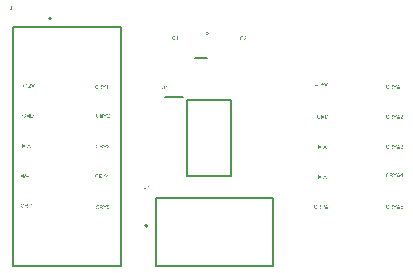
<source format=gto>
G04*
G04 #@! TF.GenerationSoftware,Altium Limited,Altium Designer,24.5.2 (23)*
G04*
G04 Layer_Color=65535*
%FSLAX44Y44*%
%MOMM*%
G71*
G04*
G04 #@! TF.SameCoordinates,4DB7235B-6A34-4685-BFB2-834AB5D4ADCE*
G04*
G04*
G04 #@! TF.FilePolarity,Positive*
G04*
G01*
G75*
%ADD10C,0.2000*%
%ADD11C,0.1270*%
G36*
X917932Y837519D02*
Y837514D01*
Y837499D01*
Y837475D01*
Y837441D01*
X917928Y837397D01*
Y837353D01*
X917923Y837299D01*
X917918Y837241D01*
X917903Y837119D01*
X917884Y836992D01*
X917859Y836865D01*
X917820Y836753D01*
Y836748D01*
X917815Y836739D01*
X917811Y836724D01*
X917801Y836704D01*
X917772Y836656D01*
X917732Y836587D01*
X917679Y836514D01*
X917611Y836436D01*
X917523Y836363D01*
X917425Y836290D01*
X917420D01*
X917411Y836280D01*
X917396Y836275D01*
X917372Y836261D01*
X917347Y836251D01*
X917313Y836236D01*
X917269Y836217D01*
X917225Y836202D01*
X917177Y836188D01*
X917118Y836168D01*
X917059Y836153D01*
X916991Y836144D01*
X916845Y836124D01*
X916679Y836114D01*
X916635D01*
X916606Y836119D01*
X916567D01*
X916523Y836124D01*
X916474Y836129D01*
X916421Y836134D01*
X916304Y836153D01*
X916182Y836178D01*
X916055Y836217D01*
X915943Y836265D01*
X915938D01*
X915928Y836275D01*
X915918Y836280D01*
X915899Y836295D01*
X915845Y836329D01*
X915787Y836383D01*
X915718Y836446D01*
X915655Y836519D01*
X915592Y836612D01*
X915538Y836714D01*
Y836719D01*
X915533Y836729D01*
X915528Y836743D01*
X915518Y836768D01*
X915509Y836797D01*
X915499Y836836D01*
X915489Y836880D01*
X915479Y836929D01*
X915465Y836982D01*
X915455Y837041D01*
X915445Y837109D01*
X915435Y837178D01*
X915426Y837255D01*
X915421Y837338D01*
X915416Y837426D01*
Y837519D01*
Y839372D01*
X915840D01*
Y837519D01*
Y837514D01*
Y837499D01*
Y837480D01*
Y837451D01*
Y837417D01*
X915845Y837377D01*
X915850Y837285D01*
X915860Y837187D01*
X915870Y837085D01*
X915889Y836987D01*
X915899Y836943D01*
X915913Y836904D01*
X915918Y836895D01*
X915928Y836870D01*
X915948Y836836D01*
X915977Y836792D01*
X916011Y836743D01*
X916060Y836690D01*
X916113Y836641D01*
X916182Y836597D01*
X916191Y836592D01*
X916216Y836582D01*
X916255Y836563D01*
X916309Y836548D01*
X916377Y836529D01*
X916455Y836509D01*
X916543Y836500D01*
X916640Y836495D01*
X916684D01*
X916718Y836500D01*
X916757D01*
X916801Y836505D01*
X916898Y836519D01*
X917011Y836548D01*
X917118Y836582D01*
X917220Y836636D01*
X917269Y836665D01*
X917308Y836704D01*
Y836709D01*
X917318Y836714D01*
X917328Y836729D01*
X917337Y836748D01*
X917357Y836773D01*
X917372Y836802D01*
X917391Y836841D01*
X917411Y836885D01*
X917425Y836938D01*
X917445Y836997D01*
X917464Y837060D01*
X917479Y837139D01*
X917489Y837221D01*
X917498Y837309D01*
X917508Y837412D01*
Y837519D01*
Y839372D01*
X917932D01*
Y837519D01*
D02*
G37*
G36*
X919961Y836168D02*
X919566D01*
Y838675D01*
X919561Y838670D01*
X919542Y838650D01*
X919508Y838626D01*
X919464Y838592D01*
X919410Y838548D01*
X919347Y838504D01*
X919274Y838450D01*
X919191Y838402D01*
X919186D01*
X919181Y838397D01*
X919152Y838377D01*
X919108Y838353D01*
X919054Y838324D01*
X918991Y838289D01*
X918922Y838260D01*
X918849Y838226D01*
X918781Y838197D01*
Y838582D01*
X918786D01*
X918796Y838587D01*
X918815Y838597D01*
X918835Y838611D01*
X918864Y838626D01*
X918898Y838641D01*
X918976Y838684D01*
X919064Y838738D01*
X919161Y838801D01*
X919259Y838875D01*
X919352Y838953D01*
X919357Y838958D01*
X919361Y838962D01*
X919391Y838992D01*
X919435Y839036D01*
X919488Y839089D01*
X919547Y839157D01*
X919605Y839231D01*
X919659Y839309D01*
X919703Y839387D01*
X919961D01*
Y836168D01*
D02*
G37*
G36*
X1106662Y839958D02*
X1106701Y839953D01*
X1106750Y839948D01*
X1106803Y839943D01*
X1106862Y839933D01*
X1106989Y839904D01*
X1107125Y839860D01*
X1107193Y839831D01*
X1107262Y839797D01*
X1107325Y839758D01*
X1107389Y839714D01*
X1107393Y839709D01*
X1107403Y839704D01*
X1107418Y839689D01*
X1107442Y839670D01*
X1107467Y839645D01*
X1107501Y839611D01*
X1107535Y839577D01*
X1107569Y839538D01*
X1107608Y839489D01*
X1107642Y839441D01*
X1107681Y839382D01*
X1107720Y839319D01*
X1107754Y839255D01*
X1107788Y839182D01*
X1107847Y839026D01*
X1107428Y838929D01*
Y838933D01*
X1107423Y838943D01*
X1107418Y838963D01*
X1107408Y838987D01*
X1107393Y839016D01*
X1107379Y839051D01*
X1107345Y839124D01*
X1107301Y839207D01*
X1107242Y839294D01*
X1107179Y839372D01*
X1107101Y839441D01*
X1107091Y839445D01*
X1107062Y839465D01*
X1107018Y839489D01*
X1106954Y839523D01*
X1106881Y839553D01*
X1106789Y839577D01*
X1106686Y839597D01*
X1106569Y839602D01*
X1106535D01*
X1106511Y839597D01*
X1106477D01*
X1106442Y839592D01*
X1106355Y839577D01*
X1106257Y839558D01*
X1106155Y839523D01*
X1106052Y839480D01*
X1105955Y839421D01*
X1105950D01*
X1105945Y839411D01*
X1105916Y839387D01*
X1105872Y839348D01*
X1105818Y839294D01*
X1105764Y839226D01*
X1105706Y839148D01*
X1105652Y839051D01*
X1105609Y838943D01*
Y838938D01*
X1105604Y838929D01*
X1105599Y838914D01*
X1105594Y838890D01*
X1105584Y838865D01*
X1105579Y838831D01*
X1105560Y838753D01*
X1105540Y838660D01*
X1105526Y838558D01*
X1105516Y838446D01*
X1105511Y838329D01*
Y838324D01*
Y838309D01*
Y838290D01*
Y838260D01*
X1105516Y838226D01*
Y838182D01*
X1105521Y838139D01*
X1105526Y838090D01*
X1105540Y837978D01*
X1105560Y837856D01*
X1105589Y837734D01*
X1105628Y837617D01*
Y837612D01*
X1105633Y837602D01*
X1105643Y837588D01*
X1105652Y837568D01*
X1105677Y837509D01*
X1105716Y837446D01*
X1105769Y837368D01*
X1105833Y837295D01*
X1105906Y837222D01*
X1105994Y837158D01*
X1105999D01*
X1106003Y837153D01*
X1106018Y837144D01*
X1106038Y837134D01*
X1106091Y837114D01*
X1106160Y837085D01*
X1106238Y837061D01*
X1106330Y837036D01*
X1106433Y837017D01*
X1106540Y837012D01*
X1106574D01*
X1106598Y837017D01*
X1106628D01*
X1106667Y837022D01*
X1106750Y837036D01*
X1106842Y837061D01*
X1106945Y837100D01*
X1107042Y837149D01*
X1107140Y837217D01*
X1107145Y837222D01*
X1107150Y837227D01*
X1107179Y837256D01*
X1107223Y837305D01*
X1107276Y837368D01*
X1107330Y837456D01*
X1107389Y837558D01*
X1107437Y837685D01*
X1107476Y837826D01*
X1107901Y837719D01*
Y837714D01*
X1107896Y837695D01*
X1107886Y837670D01*
X1107876Y837631D01*
X1107857Y837592D01*
X1107837Y837539D01*
X1107818Y837485D01*
X1107788Y837427D01*
X1107725Y837295D01*
X1107637Y837163D01*
X1107540Y837036D01*
X1107481Y836978D01*
X1107418Y836924D01*
X1107413Y836919D01*
X1107403Y836915D01*
X1107384Y836900D01*
X1107354Y836880D01*
X1107320Y836861D01*
X1107281Y836836D01*
X1107237Y836812D01*
X1107184Y836788D01*
X1107125Y836763D01*
X1107062Y836739D01*
X1106989Y836714D01*
X1106915Y836695D01*
X1106755Y836661D01*
X1106667Y836656D01*
X1106574Y836651D01*
X1106525D01*
X1106486Y836656D01*
X1106442D01*
X1106394Y836661D01*
X1106335Y836671D01*
X1106277Y836675D01*
X1106140Y836705D01*
X1105999Y836739D01*
X1105862Y836793D01*
X1105794Y836822D01*
X1105730Y836861D01*
X1105725Y836866D01*
X1105716Y836871D01*
X1105701Y836885D01*
X1105677Y836900D01*
X1105618Y836949D01*
X1105550Y837017D01*
X1105467Y837100D01*
X1105389Y837207D01*
X1105306Y837329D01*
X1105238Y837470D01*
Y837475D01*
X1105233Y837490D01*
X1105223Y837509D01*
X1105213Y837539D01*
X1105199Y837578D01*
X1105184Y837622D01*
X1105170Y837670D01*
X1105155Y837729D01*
X1105140Y837787D01*
X1105126Y837856D01*
X1105096Y838002D01*
X1105077Y838158D01*
X1105072Y838329D01*
Y838334D01*
Y838353D01*
Y838378D01*
X1105077Y838412D01*
Y838456D01*
X1105082Y838509D01*
X1105087Y838563D01*
X1105096Y838626D01*
X1105121Y838763D01*
X1105150Y838909D01*
X1105199Y839060D01*
X1105262Y839202D01*
Y839207D01*
X1105272Y839216D01*
X1105282Y839236D01*
X1105296Y839265D01*
X1105316Y839294D01*
X1105340Y839329D01*
X1105404Y839411D01*
X1105477Y839504D01*
X1105569Y839597D01*
X1105682Y839689D01*
X1105804Y839767D01*
X1105808D01*
X1105818Y839777D01*
X1105838Y839787D01*
X1105867Y839797D01*
X1105896Y839811D01*
X1105935Y839831D01*
X1105984Y839845D01*
X1106033Y839865D01*
X1106086Y839884D01*
X1106145Y839899D01*
X1106277Y839933D01*
X1106423Y839953D01*
X1106579Y839962D01*
X1106628D01*
X1106662Y839958D01*
D02*
G37*
G36*
X1112972Y838061D02*
Y836705D01*
X1112548D01*
Y838061D01*
X1111314Y839909D01*
X1111826D01*
X1112460Y838938D01*
Y838933D01*
X1112470Y838929D01*
X1112480Y838914D01*
X1112490Y838894D01*
X1112524Y838841D01*
X1112568Y838773D01*
X1112616Y838690D01*
X1112670Y838597D01*
X1112729Y838499D01*
X1112787Y838397D01*
Y838402D01*
X1112792Y838407D01*
X1112802Y838421D01*
X1112812Y838441D01*
X1112841Y838494D01*
X1112885Y838563D01*
X1112933Y838646D01*
X1112997Y838743D01*
X1113065Y838850D01*
X1113138Y838963D01*
X1113758Y839909D01*
X1114250D01*
X1112972Y838061D01*
D02*
G37*
G36*
X1118942Y836705D02*
X1118547D01*
Y839211D01*
X1118542Y839207D01*
X1118522Y839187D01*
X1118488Y839163D01*
X1118444Y839128D01*
X1118391Y839085D01*
X1118327Y839041D01*
X1118254Y838987D01*
X1118171Y838938D01*
X1118166D01*
X1118161Y838933D01*
X1118132Y838914D01*
X1118088Y838890D01*
X1118035Y838860D01*
X1117971Y838826D01*
X1117903Y838797D01*
X1117830Y838763D01*
X1117761Y838734D01*
Y839119D01*
X1117766D01*
X1117776Y839124D01*
X1117796Y839133D01*
X1117815Y839148D01*
X1117844Y839163D01*
X1117878Y839177D01*
X1117956Y839221D01*
X1118044Y839275D01*
X1118142Y839338D01*
X1118239Y839411D01*
X1118332Y839489D01*
X1118337Y839494D01*
X1118342Y839499D01*
X1118371Y839528D01*
X1118415Y839572D01*
X1118469Y839626D01*
X1118527Y839694D01*
X1118586Y839767D01*
X1118639Y839845D01*
X1118683Y839923D01*
X1118942D01*
Y836705D01*
D02*
G37*
G36*
X1117274D02*
X1116796D01*
X1116425Y837675D01*
X1115079D01*
X1114733Y836705D01*
X1114284D01*
X1115508Y839909D01*
X1115972D01*
X1117274Y836705D01*
D02*
G37*
G36*
X1109954Y839904D02*
X1109993D01*
X1110090Y839899D01*
X1110193Y839889D01*
X1110300Y839870D01*
X1110402Y839850D01*
X1110451Y839836D01*
X1110495Y839821D01*
X1110500D01*
X1110505Y839816D01*
X1110534Y839806D01*
X1110573Y839782D01*
X1110622Y839748D01*
X1110680Y839709D01*
X1110739Y839655D01*
X1110797Y839592D01*
X1110851Y839514D01*
X1110856Y839504D01*
X1110871Y839475D01*
X1110895Y839431D01*
X1110919Y839372D01*
X1110944Y839299D01*
X1110968Y839216D01*
X1110983Y839128D01*
X1110988Y839031D01*
Y839026D01*
Y839016D01*
Y838997D01*
X1110983Y838972D01*
Y838943D01*
X1110978Y838909D01*
X1110958Y838831D01*
X1110934Y838738D01*
X1110895Y838646D01*
X1110836Y838548D01*
X1110802Y838499D01*
X1110763Y838456D01*
X1110753Y838446D01*
X1110739Y838436D01*
X1110724Y838417D01*
X1110700Y838402D01*
X1110671Y838378D01*
X1110636Y838358D01*
X1110597Y838334D01*
X1110554Y838309D01*
X1110500Y838285D01*
X1110446Y838260D01*
X1110383Y838236D01*
X1110319Y838212D01*
X1110246Y838192D01*
X1110168Y838177D01*
X1110085Y838163D01*
X1110095Y838158D01*
X1110115Y838148D01*
X1110144Y838134D01*
X1110178Y838114D01*
X1110261Y838061D01*
X1110305Y838031D01*
X1110339Y838002D01*
X1110349Y837992D01*
X1110373Y837973D01*
X1110407Y837934D01*
X1110451Y837885D01*
X1110505Y837822D01*
X1110563Y837748D01*
X1110627Y837665D01*
X1110690Y837573D01*
X1111246Y836705D01*
X1110714D01*
X1110290Y837368D01*
Y837373D01*
X1110280Y837383D01*
X1110271Y837397D01*
X1110261Y837417D01*
X1110227Y837466D01*
X1110183Y837529D01*
X1110134Y837602D01*
X1110080Y837675D01*
X1110032Y837744D01*
X1109983Y837807D01*
X1109978Y837812D01*
X1109963Y837831D01*
X1109939Y837861D01*
X1109915Y837895D01*
X1109842Y837963D01*
X1109807Y837997D01*
X1109768Y838021D01*
X1109763Y838026D01*
X1109754Y838031D01*
X1109734Y838041D01*
X1109710Y838056D01*
X1109651Y838085D01*
X1109578Y838109D01*
X1109573D01*
X1109564Y838114D01*
X1109544D01*
X1109520Y838119D01*
X1109485Y838124D01*
X1109446D01*
X1109398Y838129D01*
X1108851D01*
Y836705D01*
X1108427D01*
Y839909D01*
X1109915D01*
X1109954Y839904D01*
D02*
G37*
G36*
X1106662Y814558D02*
X1106701Y814553D01*
X1106750Y814548D01*
X1106803Y814543D01*
X1106862Y814533D01*
X1106989Y814504D01*
X1107125Y814460D01*
X1107193Y814431D01*
X1107262Y814397D01*
X1107325Y814358D01*
X1107389Y814314D01*
X1107393Y814309D01*
X1107403Y814304D01*
X1107418Y814289D01*
X1107442Y814270D01*
X1107467Y814246D01*
X1107501Y814211D01*
X1107535Y814177D01*
X1107569Y814138D01*
X1107608Y814089D01*
X1107642Y814041D01*
X1107681Y813982D01*
X1107720Y813919D01*
X1107754Y813855D01*
X1107788Y813782D01*
X1107847Y813626D01*
X1107428Y813529D01*
Y813533D01*
X1107423Y813543D01*
X1107418Y813563D01*
X1107408Y813587D01*
X1107393Y813616D01*
X1107379Y813651D01*
X1107345Y813724D01*
X1107301Y813807D01*
X1107242Y813894D01*
X1107179Y813972D01*
X1107101Y814041D01*
X1107091Y814045D01*
X1107062Y814065D01*
X1107018Y814089D01*
X1106954Y814124D01*
X1106881Y814153D01*
X1106789Y814177D01*
X1106686Y814197D01*
X1106569Y814202D01*
X1106535D01*
X1106511Y814197D01*
X1106477D01*
X1106442Y814192D01*
X1106355Y814177D01*
X1106257Y814158D01*
X1106155Y814124D01*
X1106052Y814080D01*
X1105955Y814021D01*
X1105950D01*
X1105945Y814011D01*
X1105916Y813987D01*
X1105872Y813948D01*
X1105818Y813894D01*
X1105764Y813826D01*
X1105706Y813748D01*
X1105652Y813651D01*
X1105609Y813543D01*
Y813538D01*
X1105604Y813529D01*
X1105599Y813514D01*
X1105594Y813490D01*
X1105584Y813465D01*
X1105579Y813431D01*
X1105560Y813353D01*
X1105540Y813260D01*
X1105526Y813158D01*
X1105516Y813046D01*
X1105511Y812929D01*
Y812924D01*
Y812909D01*
Y812890D01*
Y812860D01*
X1105516Y812826D01*
Y812782D01*
X1105521Y812738D01*
X1105526Y812690D01*
X1105540Y812578D01*
X1105560Y812456D01*
X1105589Y812334D01*
X1105628Y812217D01*
Y812212D01*
X1105633Y812202D01*
X1105643Y812188D01*
X1105652Y812168D01*
X1105677Y812109D01*
X1105716Y812046D01*
X1105769Y811968D01*
X1105833Y811895D01*
X1105906Y811822D01*
X1105994Y811758D01*
X1105999D01*
X1106003Y811753D01*
X1106018Y811744D01*
X1106038Y811734D01*
X1106091Y811714D01*
X1106160Y811685D01*
X1106238Y811661D01*
X1106330Y811636D01*
X1106433Y811617D01*
X1106540Y811612D01*
X1106574D01*
X1106598Y811617D01*
X1106628D01*
X1106667Y811622D01*
X1106750Y811636D01*
X1106842Y811661D01*
X1106945Y811700D01*
X1107042Y811749D01*
X1107140Y811817D01*
X1107145Y811822D01*
X1107150Y811827D01*
X1107179Y811856D01*
X1107223Y811905D01*
X1107276Y811968D01*
X1107330Y812056D01*
X1107389Y812158D01*
X1107437Y812285D01*
X1107476Y812426D01*
X1107901Y812319D01*
Y812314D01*
X1107896Y812295D01*
X1107886Y812270D01*
X1107876Y812231D01*
X1107857Y812192D01*
X1107837Y812139D01*
X1107818Y812085D01*
X1107788Y812027D01*
X1107725Y811895D01*
X1107637Y811763D01*
X1107540Y811636D01*
X1107481Y811578D01*
X1107418Y811524D01*
X1107413Y811519D01*
X1107403Y811515D01*
X1107384Y811500D01*
X1107354Y811480D01*
X1107320Y811461D01*
X1107281Y811436D01*
X1107237Y811412D01*
X1107184Y811388D01*
X1107125Y811363D01*
X1107062Y811339D01*
X1106989Y811314D01*
X1106915Y811295D01*
X1106755Y811261D01*
X1106667Y811256D01*
X1106574Y811251D01*
X1106525D01*
X1106486Y811256D01*
X1106442D01*
X1106394Y811261D01*
X1106335Y811271D01*
X1106277Y811275D01*
X1106140Y811305D01*
X1105999Y811339D01*
X1105862Y811393D01*
X1105794Y811422D01*
X1105730Y811461D01*
X1105725Y811466D01*
X1105716Y811471D01*
X1105701Y811485D01*
X1105677Y811500D01*
X1105618Y811549D01*
X1105550Y811617D01*
X1105467Y811700D01*
X1105389Y811807D01*
X1105306Y811929D01*
X1105238Y812070D01*
Y812075D01*
X1105233Y812090D01*
X1105223Y812109D01*
X1105213Y812139D01*
X1105199Y812178D01*
X1105184Y812222D01*
X1105170Y812270D01*
X1105155Y812329D01*
X1105140Y812387D01*
X1105126Y812456D01*
X1105096Y812602D01*
X1105077Y812758D01*
X1105072Y812929D01*
Y812934D01*
Y812953D01*
Y812978D01*
X1105077Y813012D01*
Y813055D01*
X1105082Y813109D01*
X1105087Y813163D01*
X1105096Y813226D01*
X1105121Y813363D01*
X1105150Y813509D01*
X1105199Y813660D01*
X1105262Y813802D01*
Y813807D01*
X1105272Y813816D01*
X1105282Y813836D01*
X1105296Y813865D01*
X1105316Y813894D01*
X1105340Y813929D01*
X1105404Y814011D01*
X1105477Y814104D01*
X1105569Y814197D01*
X1105682Y814289D01*
X1105804Y814367D01*
X1105808D01*
X1105818Y814377D01*
X1105838Y814387D01*
X1105867Y814397D01*
X1105896Y814411D01*
X1105935Y814431D01*
X1105984Y814445D01*
X1106033Y814465D01*
X1106086Y814484D01*
X1106145Y814499D01*
X1106277Y814533D01*
X1106423Y814553D01*
X1106579Y814563D01*
X1106628D01*
X1106662Y814558D01*
D02*
G37*
G36*
X1112972Y812661D02*
Y811305D01*
X1112548D01*
Y812661D01*
X1111314Y814509D01*
X1111826D01*
X1112460Y813538D01*
Y813533D01*
X1112470Y813529D01*
X1112480Y813514D01*
X1112490Y813494D01*
X1112524Y813441D01*
X1112568Y813372D01*
X1112616Y813290D01*
X1112670Y813197D01*
X1112729Y813099D01*
X1112787Y812997D01*
Y813002D01*
X1112792Y813007D01*
X1112802Y813021D01*
X1112812Y813041D01*
X1112841Y813094D01*
X1112885Y813163D01*
X1112933Y813246D01*
X1112997Y813343D01*
X1113065Y813450D01*
X1113138Y813563D01*
X1113758Y814509D01*
X1114250D01*
X1112972Y812661D01*
D02*
G37*
G36*
X1118595Y814519D02*
X1118634Y814514D01*
X1118678Y814509D01*
X1118727Y814504D01*
X1118781Y814489D01*
X1118898Y814460D01*
X1119020Y814416D01*
X1119083Y814387D01*
X1119142Y814353D01*
X1119195Y814309D01*
X1119249Y814265D01*
X1119254Y814260D01*
X1119259Y814255D01*
X1119273Y814241D01*
X1119293Y814221D01*
X1119312Y814192D01*
X1119337Y814163D01*
X1119385Y814089D01*
X1119434Y813997D01*
X1119478Y813889D01*
X1119512Y813767D01*
X1119517Y813699D01*
X1119522Y813631D01*
Y813621D01*
Y813597D01*
X1119517Y813558D01*
X1119512Y813509D01*
X1119502Y813450D01*
X1119488Y813387D01*
X1119468Y813319D01*
X1119439Y813251D01*
X1119434Y813241D01*
X1119424Y813216D01*
X1119405Y813182D01*
X1119376Y813134D01*
X1119342Y813075D01*
X1119298Y813007D01*
X1119239Y812939D01*
X1119176Y812860D01*
X1119166Y812851D01*
X1119142Y812821D01*
X1119098Y812777D01*
X1119068Y812748D01*
X1119034Y812714D01*
X1118995Y812675D01*
X1118947Y812631D01*
X1118898Y812587D01*
X1118844Y812534D01*
X1118786Y812480D01*
X1118717Y812421D01*
X1118649Y812363D01*
X1118571Y812295D01*
X1118566Y812290D01*
X1118556Y812280D01*
X1118537Y812265D01*
X1118512Y812246D01*
X1118454Y812197D01*
X1118381Y812134D01*
X1118308Y812066D01*
X1118230Y811997D01*
X1118166Y811939D01*
X1118142Y811914D01*
X1118117Y811890D01*
X1118113Y811885D01*
X1118103Y811870D01*
X1118083Y811851D01*
X1118059Y811822D01*
X1118005Y811758D01*
X1117952Y811680D01*
X1119527D01*
Y811305D01*
X1117405D01*
Y811310D01*
Y811329D01*
Y811358D01*
X1117410Y811393D01*
X1117415Y811432D01*
X1117420Y811475D01*
X1117435Y811524D01*
X1117449Y811573D01*
Y811578D01*
X1117454Y811583D01*
X1117464Y811612D01*
X1117484Y811651D01*
X1117513Y811710D01*
X1117547Y811773D01*
X1117596Y811846D01*
X1117644Y811919D01*
X1117708Y811997D01*
Y812002D01*
X1117718Y812007D01*
X1117742Y812036D01*
X1117781Y812080D01*
X1117840Y812139D01*
X1117913Y812207D01*
X1118000Y812290D01*
X1118108Y812383D01*
X1118225Y812485D01*
X1118230Y812490D01*
X1118249Y812504D01*
X1118273Y812524D01*
X1118308Y812558D01*
X1118352Y812592D01*
X1118400Y812636D01*
X1118508Y812729D01*
X1118625Y812841D01*
X1118742Y812953D01*
X1118800Y813007D01*
X1118849Y813060D01*
X1118893Y813114D01*
X1118932Y813163D01*
Y813168D01*
X1118942Y813173D01*
X1118951Y813187D01*
X1118961Y813207D01*
X1118990Y813255D01*
X1119025Y813319D01*
X1119059Y813392D01*
X1119088Y813470D01*
X1119107Y813558D01*
X1119117Y813641D01*
Y813646D01*
Y813651D01*
X1119112Y813680D01*
X1119107Y813724D01*
X1119098Y813777D01*
X1119073Y813841D01*
X1119044Y813904D01*
X1119005Y813972D01*
X1118947Y814036D01*
X1118937Y814041D01*
X1118917Y814060D01*
X1118878Y814084D01*
X1118829Y814119D01*
X1118766Y814148D01*
X1118693Y814172D01*
X1118605Y814192D01*
X1118508Y814197D01*
X1118478D01*
X1118459Y814192D01*
X1118410Y814187D01*
X1118347Y814177D01*
X1118273Y814153D01*
X1118195Y814124D01*
X1118122Y814080D01*
X1118054Y814021D01*
X1118049Y814011D01*
X1118030Y813992D01*
X1118000Y813953D01*
X1117971Y813899D01*
X1117937Y813831D01*
X1117913Y813753D01*
X1117893Y813660D01*
X1117883Y813553D01*
X1117479Y813597D01*
Y813602D01*
Y813616D01*
X1117484Y813641D01*
X1117488Y813670D01*
X1117498Y813709D01*
X1117503Y813753D01*
X1117532Y813850D01*
X1117571Y813963D01*
X1117625Y814075D01*
X1117698Y814187D01*
X1117737Y814236D01*
X1117786Y814285D01*
X1117791Y814289D01*
X1117801Y814294D01*
X1117815Y814309D01*
X1117835Y814324D01*
X1117864Y814338D01*
X1117898Y814362D01*
X1117937Y814382D01*
X1117981Y814406D01*
X1118030Y814426D01*
X1118083Y814450D01*
X1118147Y814470D01*
X1118210Y814484D01*
X1118356Y814514D01*
X1118434Y814519D01*
X1118517Y814523D01*
X1118561D01*
X1118595Y814519D01*
D02*
G37*
G36*
X1117274Y811305D02*
X1116796D01*
X1116425Y812275D01*
X1115079D01*
X1114733Y811305D01*
X1114284D01*
X1115508Y814509D01*
X1115972D01*
X1117274Y811305D01*
D02*
G37*
G36*
X1109954Y814504D02*
X1109993D01*
X1110090Y814499D01*
X1110193Y814489D01*
X1110300Y814470D01*
X1110402Y814450D01*
X1110451Y814436D01*
X1110495Y814421D01*
X1110500D01*
X1110505Y814416D01*
X1110534Y814406D01*
X1110573Y814382D01*
X1110622Y814348D01*
X1110680Y814309D01*
X1110739Y814255D01*
X1110797Y814192D01*
X1110851Y814114D01*
X1110856Y814104D01*
X1110871Y814075D01*
X1110895Y814031D01*
X1110919Y813972D01*
X1110944Y813899D01*
X1110968Y813816D01*
X1110983Y813728D01*
X1110988Y813631D01*
Y813626D01*
Y813616D01*
Y813597D01*
X1110983Y813572D01*
Y813543D01*
X1110978Y813509D01*
X1110958Y813431D01*
X1110934Y813338D01*
X1110895Y813246D01*
X1110836Y813148D01*
X1110802Y813099D01*
X1110763Y813055D01*
X1110753Y813046D01*
X1110739Y813036D01*
X1110724Y813017D01*
X1110700Y813002D01*
X1110671Y812978D01*
X1110636Y812958D01*
X1110597Y812934D01*
X1110554Y812909D01*
X1110500Y812885D01*
X1110446Y812860D01*
X1110383Y812836D01*
X1110319Y812812D01*
X1110246Y812792D01*
X1110168Y812777D01*
X1110085Y812763D01*
X1110095Y812758D01*
X1110115Y812748D01*
X1110144Y812734D01*
X1110178Y812714D01*
X1110261Y812661D01*
X1110305Y812631D01*
X1110339Y812602D01*
X1110349Y812592D01*
X1110373Y812573D01*
X1110407Y812534D01*
X1110451Y812485D01*
X1110505Y812421D01*
X1110563Y812348D01*
X1110627Y812265D01*
X1110690Y812173D01*
X1111246Y811305D01*
X1110714D01*
X1110290Y811968D01*
Y811973D01*
X1110280Y811983D01*
X1110271Y811997D01*
X1110261Y812017D01*
X1110227Y812066D01*
X1110183Y812129D01*
X1110134Y812202D01*
X1110080Y812275D01*
X1110032Y812344D01*
X1109983Y812407D01*
X1109978Y812412D01*
X1109963Y812431D01*
X1109939Y812461D01*
X1109915Y812495D01*
X1109842Y812563D01*
X1109807Y812597D01*
X1109768Y812622D01*
X1109763Y812626D01*
X1109754Y812631D01*
X1109734Y812641D01*
X1109710Y812656D01*
X1109651Y812685D01*
X1109578Y812709D01*
X1109573D01*
X1109564Y812714D01*
X1109544D01*
X1109520Y812719D01*
X1109485Y812724D01*
X1109446D01*
X1109398Y812729D01*
X1108851D01*
Y811305D01*
X1108427D01*
Y814509D01*
X1109915D01*
X1109954Y814504D01*
D02*
G37*
G36*
X1106662Y789158D02*
X1106701Y789153D01*
X1106750Y789148D01*
X1106803Y789143D01*
X1106862Y789133D01*
X1106989Y789104D01*
X1107125Y789060D01*
X1107193Y789031D01*
X1107262Y788997D01*
X1107325Y788958D01*
X1107389Y788914D01*
X1107393Y788909D01*
X1107403Y788904D01*
X1107418Y788889D01*
X1107442Y788870D01*
X1107467Y788846D01*
X1107501Y788811D01*
X1107535Y788777D01*
X1107569Y788738D01*
X1107608Y788689D01*
X1107642Y788641D01*
X1107681Y788582D01*
X1107720Y788519D01*
X1107754Y788455D01*
X1107788Y788382D01*
X1107847Y788226D01*
X1107428Y788129D01*
Y788133D01*
X1107423Y788143D01*
X1107418Y788163D01*
X1107408Y788187D01*
X1107393Y788216D01*
X1107379Y788251D01*
X1107345Y788324D01*
X1107301Y788407D01*
X1107242Y788494D01*
X1107179Y788572D01*
X1107101Y788641D01*
X1107091Y788645D01*
X1107062Y788665D01*
X1107018Y788689D01*
X1106954Y788724D01*
X1106881Y788753D01*
X1106789Y788777D01*
X1106686Y788797D01*
X1106569Y788802D01*
X1106535D01*
X1106511Y788797D01*
X1106477D01*
X1106442Y788792D01*
X1106355Y788777D01*
X1106257Y788758D01*
X1106155Y788724D01*
X1106052Y788680D01*
X1105955Y788621D01*
X1105950D01*
X1105945Y788611D01*
X1105916Y788587D01*
X1105872Y788548D01*
X1105818Y788494D01*
X1105764Y788426D01*
X1105706Y788348D01*
X1105652Y788251D01*
X1105609Y788143D01*
Y788138D01*
X1105604Y788129D01*
X1105599Y788114D01*
X1105594Y788090D01*
X1105584Y788065D01*
X1105579Y788031D01*
X1105560Y787953D01*
X1105540Y787860D01*
X1105526Y787758D01*
X1105516Y787646D01*
X1105511Y787529D01*
Y787524D01*
Y787509D01*
Y787490D01*
Y787460D01*
X1105516Y787426D01*
Y787382D01*
X1105521Y787338D01*
X1105526Y787290D01*
X1105540Y787178D01*
X1105560Y787056D01*
X1105589Y786934D01*
X1105628Y786817D01*
Y786812D01*
X1105633Y786802D01*
X1105643Y786787D01*
X1105652Y786768D01*
X1105677Y786709D01*
X1105716Y786646D01*
X1105769Y786568D01*
X1105833Y786495D01*
X1105906Y786422D01*
X1105994Y786358D01*
X1105999D01*
X1106003Y786353D01*
X1106018Y786344D01*
X1106038Y786334D01*
X1106091Y786314D01*
X1106160Y786285D01*
X1106238Y786261D01*
X1106330Y786236D01*
X1106433Y786217D01*
X1106540Y786212D01*
X1106574D01*
X1106598Y786217D01*
X1106628D01*
X1106667Y786222D01*
X1106750Y786236D01*
X1106842Y786261D01*
X1106945Y786300D01*
X1107042Y786348D01*
X1107140Y786417D01*
X1107145Y786422D01*
X1107150Y786427D01*
X1107179Y786456D01*
X1107223Y786505D01*
X1107276Y786568D01*
X1107330Y786656D01*
X1107389Y786758D01*
X1107437Y786885D01*
X1107476Y787026D01*
X1107901Y786919D01*
Y786914D01*
X1107896Y786895D01*
X1107886Y786870D01*
X1107876Y786831D01*
X1107857Y786792D01*
X1107837Y786739D01*
X1107818Y786685D01*
X1107788Y786627D01*
X1107725Y786495D01*
X1107637Y786363D01*
X1107540Y786236D01*
X1107481Y786178D01*
X1107418Y786124D01*
X1107413Y786119D01*
X1107403Y786115D01*
X1107384Y786100D01*
X1107354Y786080D01*
X1107320Y786061D01*
X1107281Y786036D01*
X1107237Y786012D01*
X1107184Y785988D01*
X1107125Y785963D01*
X1107062Y785939D01*
X1106989Y785915D01*
X1106915Y785895D01*
X1106755Y785861D01*
X1106667Y785856D01*
X1106574Y785851D01*
X1106525D01*
X1106486Y785856D01*
X1106442D01*
X1106394Y785861D01*
X1106335Y785871D01*
X1106277Y785875D01*
X1106140Y785905D01*
X1105999Y785939D01*
X1105862Y785993D01*
X1105794Y786022D01*
X1105730Y786061D01*
X1105725Y786066D01*
X1105716Y786071D01*
X1105701Y786085D01*
X1105677Y786100D01*
X1105618Y786149D01*
X1105550Y786217D01*
X1105467Y786300D01*
X1105389Y786407D01*
X1105306Y786529D01*
X1105238Y786670D01*
Y786675D01*
X1105233Y786690D01*
X1105223Y786709D01*
X1105213Y786739D01*
X1105199Y786778D01*
X1105184Y786822D01*
X1105170Y786870D01*
X1105155Y786929D01*
X1105140Y786987D01*
X1105126Y787056D01*
X1105096Y787202D01*
X1105077Y787358D01*
X1105072Y787529D01*
Y787534D01*
Y787553D01*
Y787578D01*
X1105077Y787612D01*
Y787655D01*
X1105082Y787709D01*
X1105087Y787763D01*
X1105096Y787826D01*
X1105121Y787963D01*
X1105150Y788109D01*
X1105199Y788260D01*
X1105262Y788402D01*
Y788407D01*
X1105272Y788416D01*
X1105282Y788436D01*
X1105296Y788465D01*
X1105316Y788494D01*
X1105340Y788529D01*
X1105404Y788611D01*
X1105477Y788704D01*
X1105569Y788797D01*
X1105682Y788889D01*
X1105804Y788967D01*
X1105808D01*
X1105818Y788977D01*
X1105838Y788987D01*
X1105867Y788997D01*
X1105896Y789011D01*
X1105935Y789031D01*
X1105984Y789045D01*
X1106033Y789065D01*
X1106086Y789084D01*
X1106145Y789099D01*
X1106277Y789133D01*
X1106423Y789153D01*
X1106579Y789163D01*
X1106628D01*
X1106662Y789158D01*
D02*
G37*
G36*
X1118556Y789119D02*
X1118620Y789109D01*
X1118693Y789094D01*
X1118776Y789075D01*
X1118859Y789045D01*
X1118942Y789006D01*
X1118947D01*
X1118951Y789001D01*
X1118981Y788987D01*
X1119020Y788962D01*
X1119068Y788928D01*
X1119122Y788885D01*
X1119181Y788831D01*
X1119234Y788767D01*
X1119283Y788699D01*
X1119288Y788689D01*
X1119303Y788665D01*
X1119322Y788626D01*
X1119342Y788577D01*
X1119361Y788514D01*
X1119380Y788446D01*
X1119395Y788372D01*
X1119400Y788289D01*
Y788280D01*
Y788255D01*
X1119395Y788216D01*
X1119385Y788168D01*
X1119371Y788109D01*
X1119351Y788046D01*
X1119327Y787977D01*
X1119288Y787914D01*
X1119283Y787904D01*
X1119268Y787885D01*
X1119239Y787856D01*
X1119205Y787816D01*
X1119156Y787773D01*
X1119103Y787729D01*
X1119034Y787680D01*
X1118956Y787641D01*
X1118961D01*
X1118971Y787636D01*
X1118986D01*
X1119005Y787626D01*
X1119054Y787612D01*
X1119117Y787582D01*
X1119185Y787548D01*
X1119259Y787499D01*
X1119332Y787441D01*
X1119395Y787368D01*
X1119400Y787358D01*
X1119420Y787329D01*
X1119444Y787285D01*
X1119478Y787226D01*
X1119507Y787153D01*
X1119532Y787065D01*
X1119551Y786963D01*
X1119556Y786851D01*
Y786846D01*
Y786831D01*
Y786812D01*
X1119551Y786783D01*
X1119546Y786744D01*
X1119541Y786704D01*
X1119532Y786656D01*
X1119517Y786607D01*
X1119483Y786495D01*
X1119459Y786431D01*
X1119424Y786373D01*
X1119390Y786314D01*
X1119351Y786256D01*
X1119303Y786197D01*
X1119249Y786139D01*
X1119244Y786134D01*
X1119234Y786124D01*
X1119220Y786115D01*
X1119195Y786095D01*
X1119166Y786071D01*
X1119127Y786046D01*
X1119083Y786022D01*
X1119039Y785997D01*
X1118986Y785968D01*
X1118927Y785944D01*
X1118864Y785919D01*
X1118795Y785895D01*
X1118722Y785875D01*
X1118644Y785866D01*
X1118561Y785856D01*
X1118478Y785851D01*
X1118439D01*
X1118410Y785856D01*
X1118371Y785861D01*
X1118332Y785866D01*
X1118283Y785871D01*
X1118234Y785880D01*
X1118122Y785910D01*
X1118005Y785958D01*
X1117947Y785983D01*
X1117893Y786017D01*
X1117835Y786056D01*
X1117781Y786100D01*
X1117776Y786105D01*
X1117771Y786110D01*
X1117757Y786124D01*
X1117737Y786144D01*
X1117718Y786173D01*
X1117693Y786202D01*
X1117664Y786236D01*
X1117639Y786275D01*
X1117581Y786373D01*
X1117532Y786485D01*
X1117488Y786612D01*
X1117474Y786680D01*
X1117464Y786753D01*
X1117859Y786807D01*
Y786802D01*
X1117864Y786792D01*
Y786773D01*
X1117874Y786753D01*
X1117888Y786695D01*
X1117913Y786622D01*
X1117942Y786544D01*
X1117981Y786461D01*
X1118030Y786388D01*
X1118083Y786324D01*
X1118093Y786319D01*
X1118113Y786300D01*
X1118147Y786280D01*
X1118195Y786251D01*
X1118249Y786227D01*
X1118317Y786202D01*
X1118395Y786183D01*
X1118478Y786178D01*
X1118508D01*
X1118527Y786183D01*
X1118576Y786188D01*
X1118639Y786202D01*
X1118717Y786227D01*
X1118795Y786256D01*
X1118873Y786305D01*
X1118947Y786368D01*
X1118956Y786378D01*
X1118976Y786402D01*
X1119005Y786441D01*
X1119044Y786500D01*
X1119078Y786568D01*
X1119107Y786651D01*
X1119127Y786744D01*
X1119137Y786846D01*
Y786851D01*
Y786856D01*
Y786870D01*
X1119132Y786890D01*
X1119127Y786939D01*
X1119112Y787002D01*
X1119093Y787070D01*
X1119059Y787148D01*
X1119015Y787222D01*
X1118956Y787290D01*
X1118947Y787299D01*
X1118927Y787319D01*
X1118888Y787343D01*
X1118834Y787377D01*
X1118771Y787412D01*
X1118693Y787436D01*
X1118610Y787456D01*
X1118512Y787465D01*
X1118469D01*
X1118434Y787460D01*
X1118395Y787456D01*
X1118347Y787451D01*
X1118293Y787441D01*
X1118234Y787426D01*
X1118278Y787773D01*
X1118303D01*
X1118322Y787768D01*
X1118386D01*
X1118430Y787773D01*
X1118493Y787782D01*
X1118561Y787797D01*
X1118634Y787821D01*
X1118712Y787851D01*
X1118790Y787895D01*
X1118800Y787899D01*
X1118825Y787919D01*
X1118854Y787953D01*
X1118893Y787997D01*
X1118932Y788051D01*
X1118961Y788119D01*
X1118986Y788202D01*
X1118995Y788299D01*
Y788304D01*
Y788309D01*
Y788333D01*
X1118986Y788372D01*
X1118976Y788426D01*
X1118961Y788480D01*
X1118932Y788538D01*
X1118898Y788602D01*
X1118849Y788655D01*
X1118844Y788660D01*
X1118825Y788680D01*
X1118790Y788704D01*
X1118747Y788728D01*
X1118693Y788758D01*
X1118630Y788777D01*
X1118556Y788797D01*
X1118474Y788802D01*
X1118434D01*
X1118391Y788792D01*
X1118342Y788782D01*
X1118278Y788767D01*
X1118215Y788738D01*
X1118152Y788704D01*
X1118088Y788655D01*
X1118083Y788650D01*
X1118064Y788631D01*
X1118039Y788597D01*
X1118010Y788548D01*
X1117976Y788490D01*
X1117947Y788416D01*
X1117917Y788328D01*
X1117898Y788226D01*
X1117503Y788294D01*
Y788299D01*
X1117508Y788314D01*
X1117513Y788333D01*
X1117518Y788358D01*
X1117527Y788392D01*
X1117537Y788431D01*
X1117571Y788519D01*
X1117610Y788616D01*
X1117669Y788719D01*
X1117737Y788816D01*
X1117825Y788904D01*
X1117830Y788909D01*
X1117835Y788914D01*
X1117849Y788923D01*
X1117874Y788938D01*
X1117898Y788953D01*
X1117927Y788972D01*
X1118000Y789016D01*
X1118093Y789055D01*
X1118205Y789089D01*
X1118327Y789114D01*
X1118395Y789123D01*
X1118508D01*
X1118556Y789119D01*
D02*
G37*
G36*
X1112972Y787261D02*
Y785905D01*
X1112548D01*
Y787261D01*
X1111314Y789109D01*
X1111826D01*
X1112460Y788138D01*
Y788133D01*
X1112470Y788129D01*
X1112480Y788114D01*
X1112490Y788094D01*
X1112524Y788041D01*
X1112568Y787972D01*
X1112616Y787890D01*
X1112670Y787797D01*
X1112729Y787699D01*
X1112787Y787597D01*
Y787602D01*
X1112792Y787607D01*
X1112802Y787621D01*
X1112812Y787641D01*
X1112841Y787694D01*
X1112885Y787763D01*
X1112933Y787846D01*
X1112997Y787943D01*
X1113065Y788051D01*
X1113138Y788163D01*
X1113758Y789109D01*
X1114250D01*
X1112972Y787261D01*
D02*
G37*
G36*
X1117274Y785905D02*
X1116796D01*
X1116425Y786875D01*
X1115079D01*
X1114733Y785905D01*
X1114284D01*
X1115508Y789109D01*
X1115972D01*
X1117274Y785905D01*
D02*
G37*
G36*
X1109954Y789104D02*
X1109993D01*
X1110090Y789099D01*
X1110193Y789089D01*
X1110300Y789070D01*
X1110402Y789050D01*
X1110451Y789036D01*
X1110495Y789021D01*
X1110500D01*
X1110505Y789016D01*
X1110534Y789006D01*
X1110573Y788982D01*
X1110622Y788948D01*
X1110680Y788909D01*
X1110739Y788855D01*
X1110797Y788792D01*
X1110851Y788714D01*
X1110856Y788704D01*
X1110871Y788675D01*
X1110895Y788631D01*
X1110919Y788572D01*
X1110944Y788499D01*
X1110968Y788416D01*
X1110983Y788328D01*
X1110988Y788231D01*
Y788226D01*
Y788216D01*
Y788197D01*
X1110983Y788173D01*
Y788143D01*
X1110978Y788109D01*
X1110958Y788031D01*
X1110934Y787938D01*
X1110895Y787846D01*
X1110836Y787748D01*
X1110802Y787699D01*
X1110763Y787655D01*
X1110753Y787646D01*
X1110739Y787636D01*
X1110724Y787617D01*
X1110700Y787602D01*
X1110671Y787578D01*
X1110636Y787558D01*
X1110597Y787534D01*
X1110554Y787509D01*
X1110500Y787485D01*
X1110446Y787460D01*
X1110383Y787436D01*
X1110319Y787412D01*
X1110246Y787392D01*
X1110168Y787377D01*
X1110085Y787363D01*
X1110095Y787358D01*
X1110115Y787348D01*
X1110144Y787334D01*
X1110178Y787314D01*
X1110261Y787261D01*
X1110305Y787231D01*
X1110339Y787202D01*
X1110349Y787192D01*
X1110373Y787173D01*
X1110407Y787134D01*
X1110451Y787085D01*
X1110505Y787021D01*
X1110563Y786948D01*
X1110627Y786865D01*
X1110690Y786773D01*
X1111246Y785905D01*
X1110714D01*
X1110290Y786568D01*
Y786573D01*
X1110280Y786583D01*
X1110271Y786597D01*
X1110261Y786617D01*
X1110227Y786665D01*
X1110183Y786729D01*
X1110134Y786802D01*
X1110080Y786875D01*
X1110032Y786944D01*
X1109983Y787007D01*
X1109978Y787012D01*
X1109963Y787031D01*
X1109939Y787061D01*
X1109915Y787095D01*
X1109842Y787163D01*
X1109807Y787197D01*
X1109768Y787222D01*
X1109763Y787226D01*
X1109754Y787231D01*
X1109734Y787241D01*
X1109710Y787256D01*
X1109651Y787285D01*
X1109578Y787309D01*
X1109573D01*
X1109564Y787314D01*
X1109544D01*
X1109520Y787319D01*
X1109485Y787324D01*
X1109446D01*
X1109398Y787329D01*
X1108851D01*
Y785905D01*
X1108427D01*
Y789109D01*
X1109915D01*
X1109954Y789104D01*
D02*
G37*
G36*
X1106662Y765028D02*
X1106701Y765023D01*
X1106750Y765018D01*
X1106803Y765013D01*
X1106862Y765003D01*
X1106989Y764974D01*
X1107125Y764930D01*
X1107193Y764901D01*
X1107262Y764867D01*
X1107325Y764828D01*
X1107389Y764784D01*
X1107393Y764779D01*
X1107403Y764774D01*
X1107418Y764759D01*
X1107442Y764740D01*
X1107467Y764715D01*
X1107501Y764681D01*
X1107535Y764647D01*
X1107569Y764608D01*
X1107608Y764559D01*
X1107642Y764511D01*
X1107681Y764452D01*
X1107720Y764389D01*
X1107754Y764325D01*
X1107788Y764252D01*
X1107847Y764096D01*
X1107428Y763999D01*
Y764004D01*
X1107423Y764013D01*
X1107418Y764033D01*
X1107408Y764057D01*
X1107393Y764086D01*
X1107379Y764120D01*
X1107345Y764194D01*
X1107301Y764277D01*
X1107242Y764364D01*
X1107179Y764442D01*
X1107101Y764511D01*
X1107091Y764516D01*
X1107062Y764535D01*
X1107018Y764559D01*
X1106954Y764594D01*
X1106881Y764623D01*
X1106789Y764647D01*
X1106686Y764667D01*
X1106569Y764672D01*
X1106535D01*
X1106511Y764667D01*
X1106477D01*
X1106442Y764662D01*
X1106355Y764647D01*
X1106257Y764628D01*
X1106155Y764594D01*
X1106052Y764550D01*
X1105955Y764491D01*
X1105950D01*
X1105945Y764481D01*
X1105916Y764457D01*
X1105872Y764418D01*
X1105818Y764364D01*
X1105764Y764296D01*
X1105706Y764218D01*
X1105652Y764120D01*
X1105609Y764013D01*
Y764008D01*
X1105604Y763999D01*
X1105599Y763984D01*
X1105594Y763960D01*
X1105584Y763935D01*
X1105579Y763901D01*
X1105560Y763823D01*
X1105540Y763730D01*
X1105526Y763628D01*
X1105516Y763516D01*
X1105511Y763399D01*
Y763394D01*
Y763379D01*
Y763360D01*
Y763331D01*
X1105516Y763296D01*
Y763252D01*
X1105521Y763208D01*
X1105526Y763160D01*
X1105540Y763048D01*
X1105560Y762926D01*
X1105589Y762804D01*
X1105628Y762687D01*
Y762682D01*
X1105633Y762672D01*
X1105643Y762657D01*
X1105652Y762638D01*
X1105677Y762579D01*
X1105716Y762516D01*
X1105769Y762438D01*
X1105833Y762365D01*
X1105906Y762292D01*
X1105994Y762228D01*
X1105999D01*
X1106003Y762223D01*
X1106018Y762214D01*
X1106038Y762204D01*
X1106091Y762184D01*
X1106160Y762155D01*
X1106238Y762131D01*
X1106330Y762106D01*
X1106433Y762087D01*
X1106540Y762082D01*
X1106574D01*
X1106598Y762087D01*
X1106628D01*
X1106667Y762092D01*
X1106750Y762106D01*
X1106842Y762131D01*
X1106945Y762170D01*
X1107042Y762218D01*
X1107140Y762287D01*
X1107145Y762292D01*
X1107150Y762297D01*
X1107179Y762326D01*
X1107223Y762375D01*
X1107276Y762438D01*
X1107330Y762526D01*
X1107389Y762628D01*
X1107437Y762755D01*
X1107476Y762896D01*
X1107901Y762789D01*
Y762784D01*
X1107896Y762765D01*
X1107886Y762740D01*
X1107876Y762701D01*
X1107857Y762662D01*
X1107837Y762609D01*
X1107818Y762555D01*
X1107788Y762496D01*
X1107725Y762365D01*
X1107637Y762233D01*
X1107540Y762106D01*
X1107481Y762048D01*
X1107418Y761994D01*
X1107413Y761989D01*
X1107403Y761984D01*
X1107384Y761970D01*
X1107354Y761950D01*
X1107320Y761931D01*
X1107281Y761906D01*
X1107237Y761882D01*
X1107184Y761858D01*
X1107125Y761833D01*
X1107062Y761809D01*
X1106989Y761785D01*
X1106915Y761765D01*
X1106755Y761731D01*
X1106667Y761726D01*
X1106574Y761721D01*
X1106525D01*
X1106486Y761726D01*
X1106442D01*
X1106394Y761731D01*
X1106335Y761741D01*
X1106277Y761746D01*
X1106140Y761775D01*
X1105999Y761809D01*
X1105862Y761862D01*
X1105794Y761892D01*
X1105730Y761931D01*
X1105725Y761936D01*
X1105716Y761941D01*
X1105701Y761955D01*
X1105677Y761970D01*
X1105618Y762019D01*
X1105550Y762087D01*
X1105467Y762170D01*
X1105389Y762277D01*
X1105306Y762399D01*
X1105238Y762540D01*
Y762545D01*
X1105233Y762560D01*
X1105223Y762579D01*
X1105213Y762609D01*
X1105199Y762648D01*
X1105184Y762692D01*
X1105170Y762740D01*
X1105155Y762799D01*
X1105140Y762857D01*
X1105126Y762926D01*
X1105096Y763072D01*
X1105077Y763228D01*
X1105072Y763399D01*
Y763404D01*
Y763423D01*
Y763447D01*
X1105077Y763482D01*
Y763525D01*
X1105082Y763579D01*
X1105087Y763633D01*
X1105096Y763696D01*
X1105121Y763833D01*
X1105150Y763979D01*
X1105199Y764130D01*
X1105262Y764272D01*
Y764277D01*
X1105272Y764286D01*
X1105282Y764306D01*
X1105296Y764335D01*
X1105316Y764364D01*
X1105340Y764398D01*
X1105404Y764481D01*
X1105477Y764574D01*
X1105569Y764667D01*
X1105682Y764759D01*
X1105804Y764837D01*
X1105808D01*
X1105818Y764847D01*
X1105838Y764857D01*
X1105867Y764867D01*
X1105896Y764881D01*
X1105935Y764901D01*
X1105984Y764915D01*
X1106033Y764935D01*
X1106086Y764954D01*
X1106145Y764969D01*
X1106277Y765003D01*
X1106423Y765023D01*
X1106579Y765033D01*
X1106628D01*
X1106662Y765028D01*
D02*
G37*
G36*
X1112972Y763130D02*
Y761775D01*
X1112548D01*
Y763130D01*
X1111314Y764979D01*
X1111826D01*
X1112460Y764008D01*
Y764004D01*
X1112470Y763999D01*
X1112480Y763984D01*
X1112490Y763964D01*
X1112524Y763911D01*
X1112568Y763842D01*
X1112616Y763760D01*
X1112670Y763667D01*
X1112729Y763569D01*
X1112787Y763467D01*
Y763472D01*
X1112792Y763477D01*
X1112802Y763491D01*
X1112812Y763511D01*
X1112841Y763565D01*
X1112885Y763633D01*
X1112933Y763716D01*
X1112997Y763813D01*
X1113065Y763921D01*
X1113138Y764033D01*
X1113758Y764979D01*
X1114250D01*
X1112972Y763130D01*
D02*
G37*
G36*
X1119112Y762901D02*
X1119546D01*
Y762540D01*
X1119112D01*
Y761775D01*
X1118717D01*
Y762540D01*
X1117327D01*
Y762901D01*
X1118790Y764974D01*
X1119112D01*
Y762901D01*
D02*
G37*
G36*
X1117274Y761775D02*
X1116796D01*
X1116425Y762745D01*
X1115079D01*
X1114733Y761775D01*
X1114284D01*
X1115508Y764979D01*
X1115972D01*
X1117274Y761775D01*
D02*
G37*
G36*
X1109954Y764974D02*
X1109993D01*
X1110090Y764969D01*
X1110193Y764959D01*
X1110300Y764940D01*
X1110402Y764920D01*
X1110451Y764906D01*
X1110495Y764891D01*
X1110500D01*
X1110505Y764886D01*
X1110534Y764876D01*
X1110573Y764852D01*
X1110622Y764818D01*
X1110680Y764779D01*
X1110739Y764725D01*
X1110797Y764662D01*
X1110851Y764584D01*
X1110856Y764574D01*
X1110871Y764545D01*
X1110895Y764501D01*
X1110919Y764442D01*
X1110944Y764369D01*
X1110968Y764286D01*
X1110983Y764199D01*
X1110988Y764101D01*
Y764096D01*
Y764086D01*
Y764067D01*
X1110983Y764043D01*
Y764013D01*
X1110978Y763979D01*
X1110958Y763901D01*
X1110934Y763808D01*
X1110895Y763716D01*
X1110836Y763618D01*
X1110802Y763569D01*
X1110763Y763525D01*
X1110753Y763516D01*
X1110739Y763506D01*
X1110724Y763486D01*
X1110700Y763472D01*
X1110671Y763447D01*
X1110636Y763428D01*
X1110597Y763404D01*
X1110554Y763379D01*
X1110500Y763355D01*
X1110446Y763331D01*
X1110383Y763306D01*
X1110319Y763282D01*
X1110246Y763262D01*
X1110168Y763248D01*
X1110085Y763233D01*
X1110095Y763228D01*
X1110115Y763218D01*
X1110144Y763204D01*
X1110178Y763184D01*
X1110261Y763130D01*
X1110305Y763101D01*
X1110339Y763072D01*
X1110349Y763062D01*
X1110373Y763043D01*
X1110407Y763004D01*
X1110451Y762955D01*
X1110505Y762891D01*
X1110563Y762818D01*
X1110627Y762736D01*
X1110690Y762643D01*
X1111246Y761775D01*
X1110714D01*
X1110290Y762438D01*
Y762443D01*
X1110280Y762453D01*
X1110271Y762467D01*
X1110261Y762487D01*
X1110227Y762535D01*
X1110183Y762599D01*
X1110134Y762672D01*
X1110080Y762745D01*
X1110032Y762813D01*
X1109983Y762877D01*
X1109978Y762882D01*
X1109963Y762901D01*
X1109939Y762931D01*
X1109915Y762965D01*
X1109842Y763033D01*
X1109807Y763067D01*
X1109768Y763092D01*
X1109763Y763096D01*
X1109754Y763101D01*
X1109734Y763111D01*
X1109710Y763126D01*
X1109651Y763155D01*
X1109578Y763179D01*
X1109573D01*
X1109564Y763184D01*
X1109544D01*
X1109520Y763189D01*
X1109485Y763194D01*
X1109446D01*
X1109398Y763199D01*
X1108851D01*
Y761775D01*
X1108427D01*
Y764979D01*
X1109915D01*
X1109954Y764974D01*
D02*
G37*
G36*
X1106662Y738358D02*
X1106701Y738353D01*
X1106750Y738348D01*
X1106803Y738343D01*
X1106862Y738333D01*
X1106989Y738304D01*
X1107125Y738260D01*
X1107193Y738231D01*
X1107262Y738197D01*
X1107325Y738158D01*
X1107389Y738114D01*
X1107393Y738109D01*
X1107403Y738104D01*
X1107418Y738089D01*
X1107442Y738070D01*
X1107467Y738046D01*
X1107501Y738011D01*
X1107535Y737977D01*
X1107569Y737938D01*
X1107608Y737889D01*
X1107642Y737841D01*
X1107681Y737782D01*
X1107720Y737719D01*
X1107754Y737655D01*
X1107788Y737582D01*
X1107847Y737426D01*
X1107428Y737329D01*
Y737334D01*
X1107423Y737343D01*
X1107418Y737363D01*
X1107408Y737387D01*
X1107393Y737416D01*
X1107379Y737450D01*
X1107345Y737524D01*
X1107301Y737607D01*
X1107242Y737694D01*
X1107179Y737772D01*
X1107101Y737841D01*
X1107091Y737846D01*
X1107062Y737865D01*
X1107018Y737889D01*
X1106954Y737924D01*
X1106881Y737953D01*
X1106789Y737977D01*
X1106686Y737997D01*
X1106569Y738002D01*
X1106535D01*
X1106511Y737997D01*
X1106477D01*
X1106442Y737992D01*
X1106355Y737977D01*
X1106257Y737958D01*
X1106155Y737924D01*
X1106052Y737880D01*
X1105955Y737821D01*
X1105950D01*
X1105945Y737811D01*
X1105916Y737787D01*
X1105872Y737748D01*
X1105818Y737694D01*
X1105764Y737626D01*
X1105706Y737548D01*
X1105652Y737450D01*
X1105609Y737343D01*
Y737338D01*
X1105604Y737329D01*
X1105599Y737314D01*
X1105594Y737290D01*
X1105584Y737265D01*
X1105579Y737231D01*
X1105560Y737153D01*
X1105540Y737060D01*
X1105526Y736958D01*
X1105516Y736846D01*
X1105511Y736729D01*
Y736724D01*
Y736709D01*
Y736690D01*
Y736661D01*
X1105516Y736626D01*
Y736582D01*
X1105521Y736538D01*
X1105526Y736490D01*
X1105540Y736378D01*
X1105560Y736256D01*
X1105589Y736134D01*
X1105628Y736017D01*
Y736012D01*
X1105633Y736002D01*
X1105643Y735987D01*
X1105652Y735968D01*
X1105677Y735909D01*
X1105716Y735846D01*
X1105769Y735768D01*
X1105833Y735695D01*
X1105906Y735622D01*
X1105994Y735558D01*
X1105999D01*
X1106003Y735553D01*
X1106018Y735544D01*
X1106038Y735534D01*
X1106091Y735514D01*
X1106160Y735485D01*
X1106238Y735461D01*
X1106330Y735436D01*
X1106433Y735417D01*
X1106540Y735412D01*
X1106574D01*
X1106598Y735417D01*
X1106628D01*
X1106667Y735422D01*
X1106750Y735436D01*
X1106842Y735461D01*
X1106945Y735500D01*
X1107042Y735548D01*
X1107140Y735617D01*
X1107145Y735622D01*
X1107150Y735627D01*
X1107179Y735656D01*
X1107223Y735705D01*
X1107276Y735768D01*
X1107330Y735856D01*
X1107389Y735958D01*
X1107437Y736085D01*
X1107476Y736226D01*
X1107901Y736119D01*
Y736114D01*
X1107896Y736095D01*
X1107886Y736070D01*
X1107876Y736031D01*
X1107857Y735992D01*
X1107837Y735939D01*
X1107818Y735885D01*
X1107788Y735826D01*
X1107725Y735695D01*
X1107637Y735563D01*
X1107540Y735436D01*
X1107481Y735378D01*
X1107418Y735324D01*
X1107413Y735319D01*
X1107403Y735314D01*
X1107384Y735300D01*
X1107354Y735280D01*
X1107320Y735261D01*
X1107281Y735236D01*
X1107237Y735212D01*
X1107184Y735188D01*
X1107125Y735163D01*
X1107062Y735139D01*
X1106989Y735115D01*
X1106915Y735095D01*
X1106755Y735061D01*
X1106667Y735056D01*
X1106574Y735051D01*
X1106525D01*
X1106486Y735056D01*
X1106442D01*
X1106394Y735061D01*
X1106335Y735071D01*
X1106277Y735076D01*
X1106140Y735105D01*
X1105999Y735139D01*
X1105862Y735192D01*
X1105794Y735222D01*
X1105730Y735261D01*
X1105725Y735266D01*
X1105716Y735271D01*
X1105701Y735285D01*
X1105677Y735300D01*
X1105618Y735349D01*
X1105550Y735417D01*
X1105467Y735500D01*
X1105389Y735607D01*
X1105306Y735729D01*
X1105238Y735870D01*
Y735875D01*
X1105233Y735890D01*
X1105223Y735909D01*
X1105213Y735939D01*
X1105199Y735978D01*
X1105184Y736022D01*
X1105170Y736070D01*
X1105155Y736129D01*
X1105140Y736187D01*
X1105126Y736256D01*
X1105096Y736402D01*
X1105077Y736558D01*
X1105072Y736729D01*
Y736734D01*
Y736753D01*
Y736777D01*
X1105077Y736812D01*
Y736855D01*
X1105082Y736909D01*
X1105087Y736963D01*
X1105096Y737026D01*
X1105121Y737163D01*
X1105150Y737309D01*
X1105199Y737460D01*
X1105262Y737602D01*
Y737607D01*
X1105272Y737616D01*
X1105282Y737636D01*
X1105296Y737665D01*
X1105316Y737694D01*
X1105340Y737729D01*
X1105404Y737811D01*
X1105477Y737904D01*
X1105569Y737997D01*
X1105682Y738089D01*
X1105804Y738167D01*
X1105808D01*
X1105818Y738177D01*
X1105838Y738187D01*
X1105867Y738197D01*
X1105896Y738211D01*
X1105935Y738231D01*
X1105984Y738245D01*
X1106033Y738265D01*
X1106086Y738284D01*
X1106145Y738299D01*
X1106277Y738333D01*
X1106423Y738353D01*
X1106579Y738363D01*
X1106628D01*
X1106662Y738358D01*
D02*
G37*
G36*
X1112972Y736460D02*
Y735105D01*
X1112548D01*
Y736460D01*
X1111314Y738309D01*
X1111826D01*
X1112460Y737338D01*
Y737334D01*
X1112470Y737329D01*
X1112480Y737314D01*
X1112490Y737294D01*
X1112524Y737241D01*
X1112568Y737172D01*
X1112616Y737090D01*
X1112670Y736997D01*
X1112729Y736899D01*
X1112787Y736797D01*
Y736802D01*
X1112792Y736807D01*
X1112802Y736821D01*
X1112812Y736841D01*
X1112841Y736895D01*
X1112885Y736963D01*
X1112933Y737046D01*
X1112997Y737143D01*
X1113065Y737251D01*
X1113138Y737363D01*
X1113758Y738309D01*
X1114250D01*
X1112972Y736460D01*
D02*
G37*
G36*
X1119429Y737885D02*
X1118152D01*
X1117976Y737021D01*
X1117981Y737026D01*
X1117991Y737031D01*
X1118005Y737041D01*
X1118025Y737056D01*
X1118054Y737070D01*
X1118083Y737085D01*
X1118161Y737124D01*
X1118249Y737163D01*
X1118352Y737192D01*
X1118464Y737216D01*
X1118581Y737226D01*
X1118620D01*
X1118649Y737221D01*
X1118688Y737216D01*
X1118727Y737212D01*
X1118776Y737202D01*
X1118825Y737192D01*
X1118937Y737153D01*
X1118995Y737133D01*
X1119054Y737104D01*
X1119117Y737070D01*
X1119176Y737031D01*
X1119234Y736987D01*
X1119288Y736934D01*
X1119293Y736929D01*
X1119303Y736919D01*
X1119317Y736904D01*
X1119332Y736880D01*
X1119356Y736851D01*
X1119380Y736816D01*
X1119405Y736777D01*
X1119434Y736734D01*
X1119463Y736680D01*
X1119488Y736626D01*
X1119512Y736563D01*
X1119537Y736499D01*
X1119551Y736426D01*
X1119566Y736353D01*
X1119576Y736270D01*
X1119581Y736187D01*
Y736182D01*
Y736168D01*
Y736143D01*
X1119576Y736114D01*
X1119571Y736075D01*
X1119566Y736031D01*
X1119561Y735983D01*
X1119551Y735929D01*
X1119517Y735812D01*
X1119473Y735690D01*
X1119444Y735622D01*
X1119410Y735558D01*
X1119371Y735495D01*
X1119327Y735436D01*
X1119322Y735432D01*
X1119312Y735422D01*
X1119293Y735402D01*
X1119268Y735378D01*
X1119239Y735349D01*
X1119200Y735314D01*
X1119156Y735280D01*
X1119103Y735246D01*
X1119049Y735207D01*
X1118986Y735173D01*
X1118912Y735139D01*
X1118839Y735110D01*
X1118756Y735085D01*
X1118673Y735066D01*
X1118581Y735056D01*
X1118483Y735051D01*
X1118439D01*
X1118410Y735056D01*
X1118376Y735061D01*
X1118332Y735066D01*
X1118283Y735071D01*
X1118230Y735080D01*
X1118117Y735110D01*
X1118000Y735154D01*
X1117942Y735183D01*
X1117883Y735217D01*
X1117825Y735251D01*
X1117771Y735295D01*
X1117766Y735300D01*
X1117761Y735305D01*
X1117747Y735319D01*
X1117727Y735339D01*
X1117708Y735363D01*
X1117683Y735393D01*
X1117659Y735427D01*
X1117630Y735466D01*
X1117576Y735558D01*
X1117523Y735670D01*
X1117484Y735797D01*
X1117469Y735870D01*
X1117459Y735944D01*
X1117874Y735973D01*
Y735968D01*
Y735958D01*
X1117878Y735944D01*
X1117883Y735924D01*
X1117898Y735870D01*
X1117917Y735802D01*
X1117942Y735729D01*
X1117981Y735656D01*
X1118025Y735583D01*
X1118083Y735519D01*
X1118093Y735514D01*
X1118113Y735495D01*
X1118147Y735475D01*
X1118195Y735446D01*
X1118254Y735422D01*
X1118322Y735397D01*
X1118400Y735378D01*
X1118483Y735373D01*
X1118512D01*
X1118532Y735378D01*
X1118586Y735383D01*
X1118654Y735397D01*
X1118727Y735427D01*
X1118810Y735461D01*
X1118888Y735514D01*
X1118927Y735544D01*
X1118966Y735583D01*
Y735588D01*
X1118976Y735592D01*
X1118995Y735622D01*
X1119029Y735670D01*
X1119063Y735734D01*
X1119098Y735817D01*
X1119132Y735914D01*
X1119151Y736027D01*
X1119161Y736153D01*
Y736158D01*
Y736168D01*
Y736187D01*
X1119156Y736207D01*
Y736236D01*
X1119151Y736270D01*
X1119137Y736348D01*
X1119117Y736431D01*
X1119083Y736519D01*
X1119034Y736607D01*
X1118971Y736685D01*
X1118961Y736695D01*
X1118937Y736714D01*
X1118898Y736748D01*
X1118839Y736782D01*
X1118771Y736816D01*
X1118683Y736851D01*
X1118586Y736870D01*
X1118478Y736880D01*
X1118444D01*
X1118410Y736875D01*
X1118361Y736870D01*
X1118308Y736855D01*
X1118249Y736841D01*
X1118191Y736816D01*
X1118132Y736787D01*
X1118127Y736782D01*
X1118108Y736773D01*
X1118078Y736753D01*
X1118044Y736729D01*
X1118010Y736695D01*
X1117971Y736656D01*
X1117932Y736612D01*
X1117898Y736563D01*
X1117527Y736617D01*
X1117840Y738260D01*
X1119429D01*
Y737885D01*
D02*
G37*
G36*
X1117274Y735105D02*
X1116796D01*
X1116425Y736075D01*
X1115079D01*
X1114733Y735105D01*
X1114284D01*
X1115508Y738309D01*
X1115972D01*
X1117274Y735105D01*
D02*
G37*
G36*
X1109954Y738304D02*
X1109993D01*
X1110090Y738299D01*
X1110193Y738289D01*
X1110300Y738270D01*
X1110402Y738250D01*
X1110451Y738236D01*
X1110495Y738221D01*
X1110500D01*
X1110505Y738216D01*
X1110534Y738206D01*
X1110573Y738182D01*
X1110622Y738148D01*
X1110680Y738109D01*
X1110739Y738055D01*
X1110797Y737992D01*
X1110851Y737914D01*
X1110856Y737904D01*
X1110871Y737875D01*
X1110895Y737831D01*
X1110919Y737772D01*
X1110944Y737699D01*
X1110968Y737616D01*
X1110983Y737529D01*
X1110988Y737431D01*
Y737426D01*
Y737416D01*
Y737397D01*
X1110983Y737373D01*
Y737343D01*
X1110978Y737309D01*
X1110958Y737231D01*
X1110934Y737138D01*
X1110895Y737046D01*
X1110836Y736948D01*
X1110802Y736899D01*
X1110763Y736855D01*
X1110753Y736846D01*
X1110739Y736836D01*
X1110724Y736816D01*
X1110700Y736802D01*
X1110671Y736777D01*
X1110636Y736758D01*
X1110597Y736734D01*
X1110554Y736709D01*
X1110500Y736685D01*
X1110446Y736661D01*
X1110383Y736636D01*
X1110319Y736612D01*
X1110246Y736592D01*
X1110168Y736578D01*
X1110085Y736563D01*
X1110095Y736558D01*
X1110115Y736548D01*
X1110144Y736534D01*
X1110178Y736514D01*
X1110261Y736460D01*
X1110305Y736431D01*
X1110339Y736402D01*
X1110349Y736392D01*
X1110373Y736373D01*
X1110407Y736334D01*
X1110451Y736285D01*
X1110505Y736221D01*
X1110563Y736148D01*
X1110627Y736066D01*
X1110690Y735973D01*
X1111246Y735105D01*
X1110714D01*
X1110290Y735768D01*
Y735773D01*
X1110280Y735783D01*
X1110271Y735797D01*
X1110261Y735817D01*
X1110227Y735865D01*
X1110183Y735929D01*
X1110134Y736002D01*
X1110080Y736075D01*
X1110032Y736143D01*
X1109983Y736207D01*
X1109978Y736212D01*
X1109963Y736231D01*
X1109939Y736261D01*
X1109915Y736295D01*
X1109842Y736363D01*
X1109807Y736397D01*
X1109768Y736422D01*
X1109763Y736426D01*
X1109754Y736431D01*
X1109734Y736441D01*
X1109710Y736456D01*
X1109651Y736485D01*
X1109578Y736509D01*
X1109573D01*
X1109564Y736514D01*
X1109544D01*
X1109520Y736519D01*
X1109485Y736524D01*
X1109446D01*
X1109398Y736529D01*
X1108851D01*
Y735105D01*
X1108427D01*
Y738309D01*
X1109915D01*
X1109954Y738304D01*
D02*
G37*
G36*
X1045702Y738358D02*
X1045741Y738353D01*
X1045790Y738348D01*
X1045843Y738343D01*
X1045902Y738333D01*
X1046029Y738304D01*
X1046165Y738260D01*
X1046233Y738231D01*
X1046302Y738197D01*
X1046365Y738158D01*
X1046429Y738114D01*
X1046433Y738109D01*
X1046443Y738104D01*
X1046458Y738089D01*
X1046482Y738070D01*
X1046507Y738046D01*
X1046541Y738011D01*
X1046575Y737977D01*
X1046609Y737938D01*
X1046648Y737889D01*
X1046682Y737841D01*
X1046721Y737782D01*
X1046760Y737719D01*
X1046794Y737655D01*
X1046828Y737582D01*
X1046887Y737426D01*
X1046468Y737329D01*
Y737334D01*
X1046463Y737343D01*
X1046458Y737363D01*
X1046448Y737387D01*
X1046433Y737416D01*
X1046419Y737450D01*
X1046385Y737524D01*
X1046341Y737607D01*
X1046282Y737694D01*
X1046219Y737772D01*
X1046141Y737841D01*
X1046131Y737846D01*
X1046102Y737865D01*
X1046058Y737889D01*
X1045994Y737924D01*
X1045921Y737953D01*
X1045829Y737977D01*
X1045726Y737997D01*
X1045609Y738002D01*
X1045575D01*
X1045551Y737997D01*
X1045517D01*
X1045482Y737992D01*
X1045395Y737977D01*
X1045297Y737958D01*
X1045195Y737924D01*
X1045092Y737880D01*
X1044995Y737821D01*
X1044990D01*
X1044985Y737811D01*
X1044956Y737787D01*
X1044912Y737748D01*
X1044858Y737694D01*
X1044805Y737626D01*
X1044746Y737548D01*
X1044692Y737450D01*
X1044649Y737343D01*
Y737338D01*
X1044644Y737329D01*
X1044639Y737314D01*
X1044634Y737290D01*
X1044624Y737265D01*
X1044619Y737231D01*
X1044600Y737153D01*
X1044580Y737060D01*
X1044566Y736958D01*
X1044556Y736846D01*
X1044551Y736729D01*
Y736724D01*
Y736709D01*
Y736690D01*
Y736661D01*
X1044556Y736626D01*
Y736582D01*
X1044561Y736538D01*
X1044566Y736490D01*
X1044580Y736378D01*
X1044600Y736256D01*
X1044629Y736134D01*
X1044668Y736017D01*
Y736012D01*
X1044673Y736002D01*
X1044683Y735987D01*
X1044692Y735968D01*
X1044717Y735909D01*
X1044756Y735846D01*
X1044809Y735768D01*
X1044873Y735695D01*
X1044946Y735622D01*
X1045034Y735558D01*
X1045039D01*
X1045043Y735553D01*
X1045058Y735544D01*
X1045078Y735534D01*
X1045131Y735514D01*
X1045200Y735485D01*
X1045278Y735461D01*
X1045370Y735436D01*
X1045473Y735417D01*
X1045580Y735412D01*
X1045614D01*
X1045638Y735417D01*
X1045668D01*
X1045707Y735422D01*
X1045790Y735436D01*
X1045882Y735461D01*
X1045985Y735500D01*
X1046082Y735548D01*
X1046180Y735617D01*
X1046185Y735622D01*
X1046189Y735627D01*
X1046219Y735656D01*
X1046263Y735705D01*
X1046316Y735768D01*
X1046370Y735856D01*
X1046429Y735958D01*
X1046477Y736085D01*
X1046516Y736226D01*
X1046941Y736119D01*
Y736114D01*
X1046936Y736095D01*
X1046926Y736070D01*
X1046916Y736031D01*
X1046897Y735992D01*
X1046877Y735939D01*
X1046858Y735885D01*
X1046828Y735826D01*
X1046765Y735695D01*
X1046677Y735563D01*
X1046580Y735436D01*
X1046521Y735378D01*
X1046458Y735324D01*
X1046453Y735319D01*
X1046443Y735314D01*
X1046424Y735300D01*
X1046394Y735280D01*
X1046360Y735261D01*
X1046321Y735236D01*
X1046277Y735212D01*
X1046224Y735188D01*
X1046165Y735163D01*
X1046102Y735139D01*
X1046029Y735115D01*
X1045955Y735095D01*
X1045795Y735061D01*
X1045707Y735056D01*
X1045614Y735051D01*
X1045565D01*
X1045526Y735056D01*
X1045482D01*
X1045434Y735061D01*
X1045375Y735071D01*
X1045317Y735076D01*
X1045180Y735105D01*
X1045039Y735139D01*
X1044902Y735192D01*
X1044834Y735222D01*
X1044770Y735261D01*
X1044765Y735266D01*
X1044756Y735271D01*
X1044741Y735285D01*
X1044717Y735300D01*
X1044658Y735349D01*
X1044590Y735417D01*
X1044507Y735500D01*
X1044429Y735607D01*
X1044346Y735729D01*
X1044278Y735870D01*
Y735875D01*
X1044273Y735890D01*
X1044263Y735909D01*
X1044253Y735939D01*
X1044239Y735978D01*
X1044224Y736022D01*
X1044210Y736070D01*
X1044195Y736129D01*
X1044180Y736187D01*
X1044166Y736256D01*
X1044136Y736402D01*
X1044117Y736558D01*
X1044112Y736729D01*
Y736734D01*
Y736753D01*
Y736777D01*
X1044117Y736812D01*
Y736855D01*
X1044122Y736909D01*
X1044127Y736963D01*
X1044136Y737026D01*
X1044161Y737163D01*
X1044190Y737309D01*
X1044239Y737460D01*
X1044302Y737602D01*
Y737607D01*
X1044312Y737616D01*
X1044322Y737636D01*
X1044336Y737665D01*
X1044356Y737694D01*
X1044380Y737729D01*
X1044444Y737811D01*
X1044517Y737904D01*
X1044609Y737997D01*
X1044722Y738089D01*
X1044844Y738167D01*
X1044848D01*
X1044858Y738177D01*
X1044878Y738187D01*
X1044907Y738197D01*
X1044936Y738211D01*
X1044975Y738231D01*
X1045024Y738245D01*
X1045073Y738265D01*
X1045126Y738284D01*
X1045185Y738299D01*
X1045317Y738333D01*
X1045463Y738353D01*
X1045619Y738363D01*
X1045668D01*
X1045702Y738358D01*
D02*
G37*
G36*
X1056314Y735105D02*
X1055836D01*
X1055465Y736075D01*
X1054119D01*
X1053773Y735105D01*
X1053324D01*
X1054548Y738309D01*
X1055012D01*
X1056314Y735105D01*
D02*
G37*
G36*
X1052076Y738304D02*
X1052154Y738299D01*
X1052237Y738294D01*
X1052315Y738284D01*
X1052383Y738275D01*
X1052393D01*
X1052422Y738265D01*
X1052466Y738255D01*
X1052520Y738241D01*
X1052583Y738221D01*
X1052646Y738197D01*
X1052715Y738163D01*
X1052778Y738123D01*
X1052783Y738119D01*
X1052807Y738104D01*
X1052837Y738080D01*
X1052871Y738046D01*
X1052910Y738002D01*
X1052954Y737948D01*
X1052998Y737889D01*
X1053037Y737816D01*
X1053041Y737806D01*
X1053051Y737782D01*
X1053066Y737743D01*
X1053085Y737690D01*
X1053105Y737626D01*
X1053120Y737553D01*
X1053129Y737470D01*
X1053134Y737382D01*
Y737377D01*
Y737363D01*
Y737343D01*
X1053129Y737314D01*
X1053124Y737280D01*
X1053120Y737236D01*
X1053115Y737192D01*
X1053100Y737143D01*
X1053071Y737031D01*
X1053022Y736919D01*
X1052993Y736860D01*
X1052959Y736802D01*
X1052919Y736743D01*
X1052871Y736690D01*
X1052866Y736685D01*
X1052856Y736680D01*
X1052841Y736665D01*
X1052822Y736646D01*
X1052788Y736626D01*
X1052754Y736602D01*
X1052710Y736578D01*
X1052656Y736553D01*
X1052598Y736524D01*
X1052529Y736499D01*
X1052451Y736475D01*
X1052368Y736456D01*
X1052271Y736436D01*
X1052169Y736422D01*
X1052056Y736417D01*
X1051934Y736412D01*
X1051115D01*
Y735105D01*
X1050691D01*
Y738309D01*
X1052003D01*
X1052076Y738304D01*
D02*
G37*
G36*
X1048994D02*
X1049033D01*
X1049130Y738299D01*
X1049233Y738289D01*
X1049340Y738270D01*
X1049442Y738250D01*
X1049491Y738236D01*
X1049535Y738221D01*
X1049540D01*
X1049545Y738216D01*
X1049574Y738206D01*
X1049613Y738182D01*
X1049662Y738148D01*
X1049720Y738109D01*
X1049779Y738055D01*
X1049837Y737992D01*
X1049891Y737914D01*
X1049896Y737904D01*
X1049911Y737875D01*
X1049935Y737831D01*
X1049959Y737772D01*
X1049984Y737699D01*
X1050008Y737616D01*
X1050023Y737529D01*
X1050028Y737431D01*
Y737426D01*
Y737416D01*
Y737397D01*
X1050023Y737373D01*
Y737343D01*
X1050018Y737309D01*
X1049998Y737231D01*
X1049974Y737138D01*
X1049935Y737046D01*
X1049876Y736948D01*
X1049842Y736899D01*
X1049803Y736855D01*
X1049793Y736846D01*
X1049779Y736836D01*
X1049764Y736816D01*
X1049740Y736802D01*
X1049711Y736777D01*
X1049676Y736758D01*
X1049637Y736734D01*
X1049594Y736709D01*
X1049540Y736685D01*
X1049486Y736661D01*
X1049423Y736636D01*
X1049359Y736612D01*
X1049286Y736592D01*
X1049208Y736578D01*
X1049125Y736563D01*
X1049135Y736558D01*
X1049155Y736548D01*
X1049184Y736534D01*
X1049218Y736514D01*
X1049301Y736460D01*
X1049345Y736431D01*
X1049379Y736402D01*
X1049389Y736392D01*
X1049413Y736373D01*
X1049447Y736334D01*
X1049491Y736285D01*
X1049545Y736221D01*
X1049603Y736148D01*
X1049667Y736066D01*
X1049730Y735973D01*
X1050286Y735105D01*
X1049754D01*
X1049330Y735768D01*
Y735773D01*
X1049320Y735783D01*
X1049311Y735797D01*
X1049301Y735817D01*
X1049267Y735865D01*
X1049223Y735929D01*
X1049174Y736002D01*
X1049120Y736075D01*
X1049072Y736143D01*
X1049023Y736207D01*
X1049018Y736212D01*
X1049003Y736231D01*
X1048979Y736261D01*
X1048955Y736295D01*
X1048882Y736363D01*
X1048847Y736397D01*
X1048808Y736422D01*
X1048803Y736426D01*
X1048794Y736431D01*
X1048774Y736441D01*
X1048750Y736456D01*
X1048691Y736485D01*
X1048618Y736509D01*
X1048613D01*
X1048604Y736514D01*
X1048584D01*
X1048560Y736519D01*
X1048525Y736524D01*
X1048486D01*
X1048438Y736529D01*
X1047891D01*
Y735105D01*
X1047467D01*
Y738309D01*
X1048955D01*
X1048994Y738304D01*
D02*
G37*
G36*
X1050443Y760558D02*
X1050009D01*
X1048327Y763075D01*
Y760558D01*
X1047922D01*
Y763763D01*
X1048351D01*
X1050039Y761246D01*
Y763763D01*
X1050443D01*
Y760558D01*
D02*
G37*
G36*
X1055037D02*
X1054559D01*
X1054189Y761529D01*
X1052843D01*
X1052496Y760558D01*
X1052048D01*
X1053272Y763763D01*
X1053735D01*
X1055037Y760558D01*
D02*
G37*
G36*
X1051121Y760505D02*
X1050809D01*
X1051736Y763816D01*
X1052048D01*
X1051121Y760505D01*
D02*
G37*
G36*
X1050443Y785905D02*
X1050009D01*
X1048327Y788421D01*
Y785905D01*
X1047922D01*
Y789109D01*
X1048351D01*
X1050039Y786592D01*
Y789109D01*
X1050443D01*
Y785905D01*
D02*
G37*
G36*
X1055037D02*
X1054559D01*
X1054189Y786875D01*
X1052843D01*
X1052496Y785905D01*
X1052048D01*
X1053272Y789109D01*
X1053735D01*
X1055037Y785905D01*
D02*
G37*
G36*
X1051121Y785851D02*
X1050809D01*
X1051736Y789163D01*
X1052048D01*
X1051121Y785851D01*
D02*
G37*
G36*
X1048339Y814611D02*
X1048378D01*
X1048461Y814602D01*
X1048554Y814587D01*
X1048661Y814567D01*
X1048768Y814538D01*
X1048876Y814499D01*
X1048881D01*
X1048891Y814494D01*
X1048905Y814489D01*
X1048925Y814480D01*
X1048973Y814455D01*
X1049037Y814416D01*
X1049110Y814372D01*
X1049183Y814319D01*
X1049256Y814260D01*
X1049320Y814187D01*
X1049324Y814177D01*
X1049344Y814153D01*
X1049373Y814109D01*
X1049412Y814045D01*
X1049451Y813972D01*
X1049490Y813885D01*
X1049529Y813782D01*
X1049564Y813665D01*
X1049178Y813558D01*
Y813563D01*
X1049173Y813568D01*
X1049168Y813597D01*
X1049149Y813641D01*
X1049129Y813699D01*
X1049105Y813758D01*
X1049076Y813821D01*
X1049042Y813885D01*
X1049003Y813943D01*
X1048998Y813948D01*
X1048983Y813968D01*
X1048959Y813992D01*
X1048925Y814026D01*
X1048881Y814060D01*
X1048827Y814099D01*
X1048768Y814133D01*
X1048695Y814167D01*
X1048686Y814172D01*
X1048661Y814182D01*
X1048617Y814197D01*
X1048564Y814211D01*
X1048500Y814226D01*
X1048427Y814241D01*
X1048344Y814250D01*
X1048257Y814255D01*
X1048208D01*
X1048154Y814250D01*
X1048086Y814246D01*
X1048008Y814231D01*
X1047920Y814216D01*
X1047837Y814192D01*
X1047754Y814163D01*
X1047744Y814158D01*
X1047720Y814148D01*
X1047681Y814128D01*
X1047632Y814099D01*
X1047579Y814065D01*
X1047520Y814026D01*
X1047466Y813982D01*
X1047413Y813929D01*
X1047408Y813924D01*
X1047393Y813904D01*
X1047369Y813875D01*
X1047340Y813836D01*
X1047306Y813787D01*
X1047271Y813733D01*
X1047242Y813675D01*
X1047213Y813612D01*
Y813607D01*
X1047208Y813597D01*
X1047203Y813582D01*
X1047193Y813558D01*
X1047184Y813533D01*
X1047174Y813499D01*
X1047154Y813421D01*
X1047130Y813324D01*
X1047110Y813216D01*
X1047096Y813094D01*
X1047091Y812968D01*
Y812963D01*
Y812948D01*
Y812929D01*
X1047096Y812895D01*
Y812860D01*
X1047101Y812817D01*
X1047106Y812768D01*
X1047110Y812719D01*
X1047125Y812602D01*
X1047154Y812480D01*
X1047188Y812363D01*
X1047237Y812246D01*
Y812241D01*
X1047242Y812231D01*
X1047252Y812217D01*
X1047266Y812197D01*
X1047301Y812148D01*
X1047345Y812085D01*
X1047403Y812017D01*
X1047476Y811944D01*
X1047564Y811875D01*
X1047662Y811817D01*
X1047666D01*
X1047676Y811812D01*
X1047691Y811802D01*
X1047710Y811797D01*
X1047735Y811788D01*
X1047769Y811773D01*
X1047842Y811749D01*
X1047935Y811724D01*
X1048032Y811700D01*
X1048144Y811685D01*
X1048261Y811680D01*
X1048310D01*
X1048364Y811685D01*
X1048432Y811695D01*
X1048510Y811705D01*
X1048603Y811724D01*
X1048700Y811749D01*
X1048798Y811783D01*
X1048803D01*
X1048808Y811788D01*
X1048822Y811792D01*
X1048842Y811802D01*
X1048891Y811822D01*
X1048949Y811851D01*
X1049012Y811885D01*
X1049076Y811924D01*
X1049139Y811968D01*
X1049198Y812012D01*
Y812617D01*
X1048257D01*
Y812992D01*
X1049612D01*
Y811802D01*
X1049607Y811797D01*
X1049598Y811792D01*
X1049583Y811778D01*
X1049559Y811763D01*
X1049529Y811739D01*
X1049495Y811719D01*
X1049412Y811661D01*
X1049315Y811602D01*
X1049208Y811539D01*
X1049085Y811480D01*
X1048964Y811427D01*
X1048959D01*
X1048949Y811422D01*
X1048930Y811417D01*
X1048905Y811407D01*
X1048876Y811397D01*
X1048842Y811388D01*
X1048798Y811378D01*
X1048754Y811368D01*
X1048652Y811344D01*
X1048539Y811324D01*
X1048412Y811310D01*
X1048286Y811305D01*
X1048242D01*
X1048208Y811310D01*
X1048164D01*
X1048115Y811314D01*
X1048061Y811319D01*
X1048003Y811329D01*
X1047866Y811354D01*
X1047725Y811388D01*
X1047574Y811436D01*
X1047427Y811505D01*
X1047422Y811510D01*
X1047413Y811515D01*
X1047388Y811524D01*
X1047364Y811544D01*
X1047330Y811563D01*
X1047296Y811588D01*
X1047213Y811651D01*
X1047115Y811734D01*
X1047023Y811836D01*
X1046930Y811953D01*
X1046847Y812085D01*
Y812090D01*
X1046837Y812104D01*
X1046828Y812124D01*
X1046818Y812153D01*
X1046803Y812188D01*
X1046784Y812231D01*
X1046769Y812280D01*
X1046749Y812339D01*
X1046730Y812397D01*
X1046715Y812465D01*
X1046681Y812612D01*
X1046662Y812773D01*
X1046652Y812943D01*
Y812948D01*
Y812963D01*
Y812987D01*
X1046657Y813021D01*
Y813065D01*
X1046662Y813114D01*
X1046667Y813168D01*
X1046676Y813226D01*
X1046701Y813363D01*
X1046735Y813509D01*
X1046784Y813665D01*
X1046847Y813816D01*
Y813821D01*
X1046857Y813836D01*
X1046867Y813855D01*
X1046881Y813885D01*
X1046906Y813919D01*
X1046930Y813953D01*
X1046989Y814045D01*
X1047071Y814143D01*
X1047164Y814241D01*
X1047281Y814333D01*
X1047340Y814377D01*
X1047408Y814416D01*
X1047413D01*
X1047422Y814426D01*
X1047447Y814436D01*
X1047471Y814445D01*
X1047505Y814465D01*
X1047549Y814480D01*
X1047598Y814499D01*
X1047652Y814519D01*
X1047710Y814533D01*
X1047774Y814553D01*
X1047920Y814587D01*
X1048076Y814606D01*
X1048252Y814616D01*
X1048310D01*
X1048339Y814611D01*
D02*
G37*
G36*
X1052753Y811358D02*
X1052319D01*
X1050636Y813875D01*
Y811358D01*
X1050232D01*
Y814563D01*
X1050661D01*
X1052348Y812046D01*
Y814563D01*
X1052753D01*
Y811358D01*
D02*
G37*
G36*
X1054777Y814558D02*
X1054865Y814553D01*
X1054962Y814543D01*
X1055055Y814528D01*
X1055133Y814514D01*
X1055138D01*
X1055147Y814509D01*
X1055157D01*
X1055177Y814499D01*
X1055230Y814484D01*
X1055294Y814460D01*
X1055367Y814431D01*
X1055445Y814392D01*
X1055523Y814343D01*
X1055601Y814285D01*
X1055606D01*
X1055611Y814275D01*
X1055645Y814246D01*
X1055689Y814197D01*
X1055742Y814133D01*
X1055806Y814055D01*
X1055869Y813963D01*
X1055928Y813855D01*
X1055981Y813733D01*
Y813728D01*
X1055986Y813719D01*
X1055991Y813699D01*
X1056001Y813675D01*
X1056011Y813646D01*
X1056020Y813607D01*
X1056035Y813563D01*
X1056045Y813514D01*
X1056055Y813460D01*
X1056069Y813402D01*
X1056089Y813275D01*
X1056103Y813134D01*
X1056108Y812978D01*
Y812973D01*
Y812963D01*
Y812943D01*
Y812914D01*
X1056103Y812885D01*
Y812846D01*
X1056098Y812758D01*
X1056089Y812661D01*
X1056069Y812548D01*
X1056050Y812436D01*
X1056020Y812329D01*
Y812324D01*
X1056015Y812314D01*
X1056011Y812300D01*
X1056006Y812280D01*
X1055986Y812231D01*
X1055962Y812163D01*
X1055933Y812090D01*
X1055893Y812012D01*
X1055850Y811934D01*
X1055801Y811861D01*
X1055796Y811851D01*
X1055777Y811831D01*
X1055752Y811797D01*
X1055713Y811753D01*
X1055674Y811710D01*
X1055620Y811661D01*
X1055567Y811612D01*
X1055508Y811568D01*
X1055503Y811563D01*
X1055479Y811553D01*
X1055445Y811534D01*
X1055401Y811510D01*
X1055347Y811485D01*
X1055284Y811461D01*
X1055211Y811436D01*
X1055128Y811412D01*
X1055118D01*
X1055089Y811402D01*
X1055045Y811397D01*
X1054982Y811388D01*
X1054908Y811378D01*
X1054821Y811368D01*
X1054723Y811363D01*
X1054616Y811358D01*
X1053465D01*
Y814563D01*
X1054694D01*
X1054777Y814558D01*
D02*
G37*
G36*
X1046626Y839735D02*
X1047498D01*
Y839370D01*
X1046626D01*
Y838492D01*
X1046255D01*
Y839370D01*
X1045382D01*
Y839735D01*
X1046255D01*
Y840608D01*
X1046626D01*
Y839735D01*
D02*
G37*
G36*
X1054419Y837975D02*
X1053985D01*
X1052741Y841179D01*
X1053204D01*
X1054034Y838853D01*
Y838848D01*
X1054038Y838838D01*
X1054043Y838823D01*
X1054053Y838804D01*
X1054068Y838750D01*
X1054092Y838682D01*
X1054121Y838599D01*
X1054150Y838511D01*
X1054204Y838326D01*
Y838331D01*
X1054209Y838336D01*
X1054214Y838350D01*
X1054219Y838370D01*
X1054233Y838423D01*
X1054253Y838492D01*
X1054277Y838570D01*
X1054307Y838658D01*
X1054341Y838755D01*
X1054375Y838853D01*
X1055243Y841179D01*
X1055672D01*
X1054419Y837975D01*
D02*
G37*
G36*
X1051561Y841189D02*
X1051600Y841184D01*
X1051644Y841179D01*
X1051693Y841174D01*
X1051746Y841159D01*
X1051863Y841130D01*
X1051985Y841086D01*
X1052049Y841057D01*
X1052107Y841023D01*
X1052161Y840979D01*
X1052214Y840935D01*
X1052219Y840930D01*
X1052224Y840925D01*
X1052239Y840911D01*
X1052258Y840891D01*
X1052278Y840862D01*
X1052302Y840833D01*
X1052351Y840759D01*
X1052400Y840667D01*
X1052444Y840559D01*
X1052478Y840437D01*
X1052483Y840369D01*
X1052487Y840301D01*
Y840291D01*
Y840267D01*
X1052483Y840228D01*
X1052478Y840179D01*
X1052468Y840120D01*
X1052453Y840057D01*
X1052434Y839989D01*
X1052405Y839921D01*
X1052400Y839911D01*
X1052390Y839886D01*
X1052371Y839852D01*
X1052341Y839804D01*
X1052307Y839745D01*
X1052263Y839677D01*
X1052205Y839609D01*
X1052141Y839530D01*
X1052132Y839521D01*
X1052107Y839491D01*
X1052063Y839447D01*
X1052034Y839418D01*
X1052000Y839384D01*
X1051961Y839345D01*
X1051912Y839301D01*
X1051863Y839257D01*
X1051810Y839204D01*
X1051751Y839150D01*
X1051683Y839091D01*
X1051615Y839033D01*
X1051536Y838965D01*
X1051532Y838960D01*
X1051522Y838950D01*
X1051502Y838935D01*
X1051478Y838916D01*
X1051420Y838867D01*
X1051346Y838804D01*
X1051273Y838736D01*
X1051195Y838667D01*
X1051132Y838609D01*
X1051107Y838584D01*
X1051083Y838560D01*
X1051078Y838555D01*
X1051068Y838540D01*
X1051049Y838521D01*
X1051024Y838492D01*
X1050971Y838428D01*
X1050917Y838350D01*
X1052492D01*
Y837975D01*
X1050371D01*
Y837980D01*
Y837999D01*
Y838028D01*
X1050376Y838063D01*
X1050381Y838102D01*
X1050386Y838145D01*
X1050400Y838194D01*
X1050415Y838243D01*
Y838248D01*
X1050420Y838253D01*
X1050430Y838282D01*
X1050449Y838321D01*
X1050478Y838380D01*
X1050512Y838443D01*
X1050561Y838516D01*
X1050610Y838589D01*
X1050673Y838667D01*
Y838672D01*
X1050683Y838677D01*
X1050707Y838706D01*
X1050747Y838750D01*
X1050805Y838809D01*
X1050878Y838877D01*
X1050966Y838960D01*
X1051073Y839053D01*
X1051190Y839155D01*
X1051195Y839160D01*
X1051215Y839174D01*
X1051239Y839194D01*
X1051273Y839228D01*
X1051317Y839262D01*
X1051366Y839306D01*
X1051473Y839399D01*
X1051590Y839511D01*
X1051707Y839623D01*
X1051766Y839677D01*
X1051814Y839730D01*
X1051858Y839784D01*
X1051897Y839833D01*
Y839838D01*
X1051907Y839843D01*
X1051917Y839857D01*
X1051927Y839877D01*
X1051956Y839926D01*
X1051990Y839989D01*
X1052024Y840062D01*
X1052054Y840140D01*
X1052073Y840228D01*
X1052083Y840311D01*
Y840316D01*
Y840321D01*
X1052078Y840350D01*
X1052073Y840394D01*
X1052063Y840447D01*
X1052039Y840511D01*
X1052010Y840574D01*
X1051971Y840642D01*
X1051912Y840706D01*
X1051902Y840711D01*
X1051883Y840730D01*
X1051844Y840754D01*
X1051795Y840789D01*
X1051732Y840818D01*
X1051658Y840842D01*
X1051571Y840862D01*
X1051473Y840867D01*
X1051444D01*
X1051424Y840862D01*
X1051376Y840857D01*
X1051312Y840847D01*
X1051239Y840823D01*
X1051161Y840794D01*
X1051088Y840750D01*
X1051020Y840691D01*
X1051015Y840681D01*
X1050995Y840662D01*
X1050966Y840623D01*
X1050937Y840569D01*
X1050902Y840501D01*
X1050878Y840423D01*
X1050859Y840330D01*
X1050849Y840223D01*
X1050444Y840267D01*
Y840272D01*
Y840286D01*
X1050449Y840311D01*
X1050454Y840340D01*
X1050464Y840379D01*
X1050469Y840423D01*
X1050498Y840520D01*
X1050537Y840633D01*
X1050590Y840745D01*
X1050664Y840857D01*
X1050703Y840906D01*
X1050751Y840955D01*
X1050756Y840959D01*
X1050766Y840964D01*
X1050781Y840979D01*
X1050800Y840993D01*
X1050829Y841008D01*
X1050863Y841032D01*
X1050902Y841052D01*
X1050946Y841076D01*
X1050995Y841096D01*
X1051049Y841120D01*
X1051112Y841140D01*
X1051176Y841154D01*
X1051322Y841184D01*
X1051400Y841189D01*
X1051483Y841193D01*
X1051527D01*
X1051561Y841189D01*
D02*
G37*
G36*
X1049420Y837975D02*
X1049025D01*
Y840481D01*
X1049020Y840477D01*
X1049001Y840457D01*
X1048967Y840433D01*
X1048923Y840398D01*
X1048869Y840355D01*
X1048805Y840311D01*
X1048732Y840257D01*
X1048650Y840208D01*
X1048645D01*
X1048640Y840203D01*
X1048611Y840184D01*
X1048567Y840160D01*
X1048513Y840130D01*
X1048449Y840096D01*
X1048381Y840067D01*
X1048308Y840033D01*
X1048240Y840004D01*
Y840389D01*
X1048245D01*
X1048254Y840394D01*
X1048274Y840403D01*
X1048294Y840418D01*
X1048323Y840433D01*
X1048357Y840447D01*
X1048435Y840491D01*
X1048523Y840545D01*
X1048620Y840608D01*
X1048718Y840681D01*
X1048810Y840759D01*
X1048815Y840764D01*
X1048820Y840769D01*
X1048849Y840798D01*
X1048893Y840842D01*
X1048947Y840896D01*
X1049006Y840964D01*
X1049064Y841037D01*
X1049118Y841115D01*
X1049162Y841193D01*
X1049420D01*
Y837975D01*
D02*
G37*
G36*
X798503Y839334D02*
X799376D01*
Y838969D01*
X798503D01*
Y838091D01*
X798132D01*
Y838969D01*
X797259D01*
Y839334D01*
X798132D01*
Y840208D01*
X798503D01*
Y839334D01*
D02*
G37*
G36*
X806296Y837574D02*
X805862D01*
X804618Y840778D01*
X805082D01*
X805911Y838452D01*
Y838447D01*
X805916Y838437D01*
X805920Y838423D01*
X805930Y838403D01*
X805945Y838349D01*
X805969Y838281D01*
X805998Y838198D01*
X806028Y838110D01*
X806081Y837925D01*
Y837930D01*
X806086Y837935D01*
X806091Y837950D01*
X806096Y837969D01*
X806111Y838023D01*
X806130Y838091D01*
X806154Y838169D01*
X806184Y838257D01*
X806218Y838354D01*
X806252Y838452D01*
X807120Y840778D01*
X807549D01*
X806296Y837574D01*
D02*
G37*
G36*
X803438Y840788D02*
X803477Y840783D01*
X803521Y840778D01*
X803570Y840773D01*
X803623Y840759D01*
X803740Y840729D01*
X803862Y840685D01*
X803926Y840656D01*
X803984Y840622D01*
X804038Y840578D01*
X804092Y840534D01*
X804097Y840529D01*
X804101Y840525D01*
X804116Y840510D01*
X804136Y840490D01*
X804155Y840461D01*
X804179Y840432D01*
X804228Y840359D01*
X804277Y840266D01*
X804321Y840159D01*
X804355Y840037D01*
X804360Y839968D01*
X804365Y839900D01*
Y839891D01*
Y839866D01*
X804360Y839827D01*
X804355Y839778D01*
X804345Y839720D01*
X804331Y839656D01*
X804311Y839588D01*
X804282Y839520D01*
X804277Y839510D01*
X804267Y839486D01*
X804248Y839452D01*
X804218Y839403D01*
X804184Y839344D01*
X804140Y839276D01*
X804082Y839208D01*
X804018Y839130D01*
X804009Y839120D01*
X803984Y839091D01*
X803940Y839047D01*
X803911Y839017D01*
X803877Y838983D01*
X803838Y838944D01*
X803789Y838901D01*
X803740Y838857D01*
X803687Y838803D01*
X803628Y838749D01*
X803560Y838691D01*
X803492Y838632D01*
X803414Y838564D01*
X803409Y838559D01*
X803399Y838549D01*
X803380Y838535D01*
X803355Y838515D01*
X803297Y838466D01*
X803223Y838403D01*
X803150Y838335D01*
X803072Y838267D01*
X803009Y838208D01*
X802985Y838184D01*
X802960Y838159D01*
X802955Y838154D01*
X802946Y838140D01*
X802926Y838120D01*
X802902Y838091D01*
X802848Y838027D01*
X802794Y837950D01*
X804370D01*
Y837574D01*
X802248D01*
Y837579D01*
Y837598D01*
Y837628D01*
X802253Y837662D01*
X802258Y837701D01*
X802263Y837745D01*
X802277Y837793D01*
X802292Y837842D01*
Y837847D01*
X802297Y837852D01*
X802307Y837881D01*
X802326Y837920D01*
X802355Y837979D01*
X802390Y838042D01*
X802438Y838115D01*
X802487Y838188D01*
X802551Y838267D01*
Y838271D01*
X802560Y838276D01*
X802585Y838306D01*
X802624Y838349D01*
X802682Y838408D01*
X802755Y838476D01*
X802843Y838559D01*
X802950Y838652D01*
X803067Y838754D01*
X803072Y838759D01*
X803092Y838774D01*
X803116Y838793D01*
X803150Y838827D01*
X803194Y838861D01*
X803243Y838905D01*
X803350Y838998D01*
X803467Y839110D01*
X803584Y839222D01*
X803643Y839276D01*
X803692Y839330D01*
X803736Y839383D01*
X803775Y839432D01*
Y839437D01*
X803784Y839442D01*
X803794Y839456D01*
X803804Y839476D01*
X803833Y839525D01*
X803867Y839588D01*
X803901Y839661D01*
X803931Y839739D01*
X803950Y839827D01*
X803960Y839910D01*
Y839915D01*
Y839920D01*
X803955Y839949D01*
X803950Y839993D01*
X803940Y840046D01*
X803916Y840110D01*
X803887Y840173D01*
X803848Y840242D01*
X803789Y840305D01*
X803780Y840310D01*
X803760Y840329D01*
X803721Y840354D01*
X803672Y840388D01*
X803609Y840417D01*
X803536Y840442D01*
X803448Y840461D01*
X803350Y840466D01*
X803321D01*
X803302Y840461D01*
X803253Y840456D01*
X803189Y840446D01*
X803116Y840422D01*
X803038Y840393D01*
X802965Y840349D01*
X802897Y840290D01*
X802892Y840281D01*
X802872Y840261D01*
X802843Y840222D01*
X802814Y840168D01*
X802780Y840100D01*
X802755Y840022D01*
X802736Y839930D01*
X802726Y839822D01*
X802321Y839866D01*
Y839871D01*
Y839886D01*
X802326Y839910D01*
X802331Y839939D01*
X802341Y839978D01*
X802346Y840022D01*
X802375Y840120D01*
X802414Y840232D01*
X802468Y840344D01*
X802541Y840456D01*
X802580Y840505D01*
X802629Y840554D01*
X802633Y840559D01*
X802643Y840564D01*
X802658Y840578D01*
X802677Y840593D01*
X802707Y840607D01*
X802741Y840632D01*
X802780Y840651D01*
X802824Y840676D01*
X802872Y840695D01*
X802926Y840720D01*
X802990Y840739D01*
X803053Y840754D01*
X803199Y840783D01*
X803277Y840788D01*
X803360Y840793D01*
X803404D01*
X803438Y840788D01*
D02*
G37*
G36*
X801297Y837574D02*
X800902D01*
Y840081D01*
X800897Y840076D01*
X800878Y840056D01*
X800844Y840032D01*
X800800Y839998D01*
X800746Y839954D01*
X800683Y839910D01*
X800610Y839856D01*
X800527Y839808D01*
X800522D01*
X800517Y839803D01*
X800488Y839783D01*
X800444Y839759D01*
X800390Y839730D01*
X800327Y839695D01*
X800258Y839666D01*
X800185Y839632D01*
X800117Y839603D01*
Y839988D01*
X800122D01*
X800132Y839993D01*
X800151Y840003D01*
X800171Y840017D01*
X800200Y840032D01*
X800234Y840046D01*
X800312Y840090D01*
X800400Y840144D01*
X800497Y840208D01*
X800595Y840281D01*
X800688Y840359D01*
X800693Y840363D01*
X800697Y840368D01*
X800727Y840398D01*
X800770Y840442D01*
X800824Y840495D01*
X800883Y840564D01*
X800941Y840637D01*
X800995Y840715D01*
X801039Y840793D01*
X801297D01*
Y837574D01*
D02*
G37*
G36*
X798947Y815480D02*
X798986D01*
X799069Y815471D01*
X799161Y815456D01*
X799268Y815437D01*
X799376Y815407D01*
X799483Y815368D01*
X799488D01*
X799498Y815363D01*
X799512Y815359D01*
X799532Y815349D01*
X799581Y815324D01*
X799644Y815285D01*
X799717Y815241D01*
X799790Y815188D01*
X799863Y815129D01*
X799927Y815056D01*
X799932Y815046D01*
X799951Y815022D01*
X799980Y814978D01*
X800020Y814915D01*
X800059Y814842D01*
X800098Y814754D01*
X800136Y814651D01*
X800171Y814534D01*
X799785Y814427D01*
Y814432D01*
X799781Y814437D01*
X799776Y814466D01*
X799756Y814510D01*
X799737Y814568D01*
X799712Y814627D01*
X799683Y814690D01*
X799649Y814754D01*
X799610Y814812D01*
X799605Y814817D01*
X799590Y814837D01*
X799566Y814861D01*
X799532Y814895D01*
X799488Y814929D01*
X799434Y814968D01*
X799376Y815003D01*
X799303Y815037D01*
X799293Y815042D01*
X799268Y815051D01*
X799225Y815066D01*
X799171Y815081D01*
X799108Y815095D01*
X799034Y815110D01*
X798951Y815120D01*
X798864Y815125D01*
X798815D01*
X798761Y815120D01*
X798693Y815115D01*
X798615Y815100D01*
X798527Y815085D01*
X798444Y815061D01*
X798361Y815032D01*
X798352Y815027D01*
X798327Y815017D01*
X798288Y814998D01*
X798239Y814968D01*
X798186Y814934D01*
X798127Y814895D01*
X798074Y814851D01*
X798020Y814798D01*
X798015Y814793D01*
X798000Y814773D01*
X797976Y814744D01*
X797947Y814705D01*
X797913Y814656D01*
X797879Y814603D01*
X797849Y814544D01*
X797820Y814481D01*
Y814476D01*
X797815Y814466D01*
X797810Y814452D01*
X797801Y814427D01*
X797791Y814403D01*
X797781Y814369D01*
X797762Y814290D01*
X797737Y814193D01*
X797718Y814086D01*
X797703Y813964D01*
X797698Y813837D01*
Y813832D01*
Y813818D01*
Y813798D01*
X797703Y813764D01*
Y813730D01*
X797708Y813686D01*
X797713Y813637D01*
X797718Y813588D01*
X797732Y813471D01*
X797762Y813349D01*
X797796Y813232D01*
X797844Y813115D01*
Y813110D01*
X797849Y813101D01*
X797859Y813086D01*
X797874Y813066D01*
X797908Y813018D01*
X797952Y812954D01*
X798010Y812886D01*
X798083Y812813D01*
X798171Y812745D01*
X798269Y812686D01*
X798274D01*
X798283Y812681D01*
X798298Y812671D01*
X798317Y812666D01*
X798342Y812657D01*
X798376Y812642D01*
X798449Y812618D01*
X798542Y812593D01*
X798639Y812569D01*
X798752Y812554D01*
X798869Y812550D01*
X798917D01*
X798971Y812554D01*
X799039Y812564D01*
X799117Y812574D01*
X799210Y812593D01*
X799307Y812618D01*
X799405Y812652D01*
X799410D01*
X799415Y812657D01*
X799429Y812662D01*
X799449Y812671D01*
X799498Y812691D01*
X799556Y812720D01*
X799620Y812754D01*
X799683Y812793D01*
X799746Y812837D01*
X799805Y812881D01*
Y813486D01*
X798864D01*
Y813861D01*
X800219D01*
Y812671D01*
X800215Y812666D01*
X800205Y812662D01*
X800190Y812647D01*
X800166Y812632D01*
X800136Y812608D01*
X800102Y812589D01*
X800020Y812530D01*
X799922Y812471D01*
X799815Y812408D01*
X799693Y812350D01*
X799571Y812296D01*
X799566D01*
X799556Y812291D01*
X799537Y812286D01*
X799512Y812276D01*
X799483Y812267D01*
X799449Y812257D01*
X799405Y812247D01*
X799361Y812237D01*
X799259Y812213D01*
X799146Y812194D01*
X799020Y812179D01*
X798893Y812174D01*
X798849D01*
X798815Y812179D01*
X798771D01*
X798722Y812184D01*
X798669Y812189D01*
X798610Y812198D01*
X798474Y812223D01*
X798332Y812257D01*
X798181Y812306D01*
X798035Y812374D01*
X798030Y812379D01*
X798020Y812384D01*
X797996Y812393D01*
X797971Y812413D01*
X797937Y812432D01*
X797903Y812457D01*
X797820Y812520D01*
X797722Y812603D01*
X797630Y812706D01*
X797537Y812823D01*
X797454Y812954D01*
Y812959D01*
X797445Y812974D01*
X797435Y812993D01*
X797425Y813023D01*
X797410Y813057D01*
X797391Y813101D01*
X797376Y813149D01*
X797357Y813208D01*
X797337Y813266D01*
X797323Y813335D01*
X797289Y813481D01*
X797269Y813642D01*
X797259Y813813D01*
Y813818D01*
Y813832D01*
Y813857D01*
X797264Y813891D01*
Y813934D01*
X797269Y813983D01*
X797274Y814037D01*
X797284Y814096D01*
X797308Y814232D01*
X797342Y814378D01*
X797391Y814534D01*
X797454Y814686D01*
Y814690D01*
X797464Y814705D01*
X797474Y814725D01*
X797488Y814754D01*
X797513Y814788D01*
X797537Y814822D01*
X797596Y814915D01*
X797679Y815012D01*
X797771Y815110D01*
X797888Y815202D01*
X797947Y815246D01*
X798015Y815285D01*
X798020D01*
X798030Y815295D01*
X798054Y815305D01*
X798079Y815315D01*
X798113Y815334D01*
X798157Y815349D01*
X798205Y815368D01*
X798259Y815388D01*
X798317Y815402D01*
X798381Y815422D01*
X798527Y815456D01*
X798683Y815476D01*
X798859Y815485D01*
X798917D01*
X798947Y815480D01*
D02*
G37*
G36*
X803360Y812228D02*
X802926D01*
X801244Y814744D01*
Y812228D01*
X800839D01*
Y815432D01*
X801268D01*
X802955Y812915D01*
Y815432D01*
X803360D01*
Y812228D01*
D02*
G37*
G36*
X805384Y815427D02*
X805472Y815422D01*
X805569Y815412D01*
X805662Y815398D01*
X805740Y815383D01*
X805745D01*
X805755Y815378D01*
X805764D01*
X805784Y815368D01*
X805837Y815354D01*
X805901Y815329D01*
X805974Y815300D01*
X806052Y815261D01*
X806130Y815212D01*
X806208Y815154D01*
X806213D01*
X806218Y815144D01*
X806252Y815115D01*
X806296Y815066D01*
X806350Y815003D01*
X806413Y814924D01*
X806476Y814832D01*
X806535Y814725D01*
X806589Y814603D01*
Y814598D01*
X806593Y814588D01*
X806598Y814568D01*
X806608Y814544D01*
X806618Y814515D01*
X806628Y814476D01*
X806642Y814432D01*
X806652Y814383D01*
X806662Y814330D01*
X806676Y814271D01*
X806696Y814144D01*
X806711Y814003D01*
X806715Y813847D01*
Y813842D01*
Y813832D01*
Y813813D01*
Y813783D01*
X806711Y813754D01*
Y813715D01*
X806706Y813627D01*
X806696Y813530D01*
X806676Y813418D01*
X806657Y813305D01*
X806628Y813198D01*
Y813193D01*
X806623Y813184D01*
X806618Y813169D01*
X806613Y813149D01*
X806593Y813101D01*
X806569Y813032D01*
X806540Y812959D01*
X806501Y812881D01*
X806457Y812803D01*
X806408Y812730D01*
X806403Y812720D01*
X806384Y812701D01*
X806359Y812666D01*
X806320Y812623D01*
X806281Y812579D01*
X806228Y812530D01*
X806174Y812481D01*
X806115Y812437D01*
X806111Y812432D01*
X806086Y812423D01*
X806052Y812403D01*
X806008Y812379D01*
X805955Y812354D01*
X805891Y812330D01*
X805818Y812306D01*
X805735Y812281D01*
X805725D01*
X805696Y812271D01*
X805652Y812267D01*
X805589Y812257D01*
X805516Y812247D01*
X805428Y812237D01*
X805330Y812233D01*
X805223Y812228D01*
X804072D01*
Y815432D01*
X805301D01*
X805384Y815427D01*
D02*
G37*
G36*
X799781Y786828D02*
X799346D01*
X797664Y789344D01*
Y786828D01*
X797259D01*
Y790032D01*
X797688D01*
X799376Y787515D01*
Y790032D01*
X799781D01*
Y786828D01*
D02*
G37*
G36*
X804374D02*
X803896D01*
X803526Y787798D01*
X802180D01*
X801834Y786828D01*
X801385D01*
X802609Y790032D01*
X803072D01*
X804374Y786828D01*
D02*
G37*
G36*
X800458Y786774D02*
X800146D01*
X801073Y790085D01*
X801385D01*
X800458Y786774D01*
D02*
G37*
G36*
X797579Y739280D02*
X797618Y739276D01*
X797667Y739271D01*
X797720Y739266D01*
X797779Y739256D01*
X797906Y739227D01*
X798042Y739183D01*
X798111Y739154D01*
X798179Y739119D01*
X798242Y739081D01*
X798306Y739037D01*
X798311Y739032D01*
X798320Y739027D01*
X798335Y739012D01*
X798359Y738993D01*
X798384Y738968D01*
X798418Y738934D01*
X798452Y738900D01*
X798486Y738861D01*
X798525Y738812D01*
X798559Y738764D01*
X798598Y738705D01*
X798637Y738642D01*
X798671Y738578D01*
X798706Y738505D01*
X798764Y738349D01*
X798345Y738251D01*
Y738256D01*
X798340Y738266D01*
X798335Y738286D01*
X798325Y738310D01*
X798311Y738339D01*
X798296Y738373D01*
X798262Y738447D01*
X798218Y738529D01*
X798159Y738617D01*
X798096Y738695D01*
X798018Y738764D01*
X798008Y738768D01*
X797979Y738788D01*
X797935Y738812D01*
X797872Y738846D01*
X797798Y738876D01*
X797706Y738900D01*
X797603Y738920D01*
X797486Y738924D01*
X797452D01*
X797428Y738920D01*
X797394D01*
X797360Y738915D01*
X797272Y738900D01*
X797174Y738881D01*
X797072Y738846D01*
X796969Y738802D01*
X796872Y738744D01*
X796867D01*
X796862Y738734D01*
X796833Y738710D01*
X796789Y738671D01*
X796735Y738617D01*
X796682Y738549D01*
X796623Y738471D01*
X796570Y738373D01*
X796526Y738266D01*
Y738261D01*
X796521Y738251D01*
X796516Y738237D01*
X796511Y738212D01*
X796501Y738188D01*
X796496Y738154D01*
X796477Y738076D01*
X796457Y737983D01*
X796443Y737881D01*
X796433Y737769D01*
X796428Y737652D01*
Y737647D01*
Y737632D01*
Y737613D01*
Y737583D01*
X796433Y737549D01*
Y737505D01*
X796438Y737461D01*
X796443Y737413D01*
X796457Y737300D01*
X796477Y737179D01*
X796506Y737057D01*
X796545Y736940D01*
Y736935D01*
X796550Y736925D01*
X796560Y736910D01*
X796570Y736891D01*
X796594Y736832D01*
X796633Y736769D01*
X796687Y736691D01*
X796750Y736618D01*
X796823Y736545D01*
X796911Y736481D01*
X796916D01*
X796921Y736476D01*
X796935Y736467D01*
X796955Y736457D01*
X797009Y736437D01*
X797077Y736408D01*
X797155Y736384D01*
X797247Y736359D01*
X797350Y736340D01*
X797457Y736335D01*
X797491D01*
X797516Y736340D01*
X797545D01*
X797584Y736345D01*
X797667Y736359D01*
X797759Y736384D01*
X797862Y736423D01*
X797959Y736471D01*
X798057Y736540D01*
X798062Y736545D01*
X798067Y736550D01*
X798096Y736579D01*
X798140Y736628D01*
X798194Y736691D01*
X798247Y736779D01*
X798306Y736881D01*
X798354Y737008D01*
X798393Y737149D01*
X798818Y737042D01*
Y737037D01*
X798813Y737018D01*
X798803Y736993D01*
X798793Y736954D01*
X798774Y736915D01*
X798754Y736862D01*
X798735Y736808D01*
X798706Y736749D01*
X798642Y736618D01*
X798554Y736486D01*
X798457Y736359D01*
X798398Y736301D01*
X798335Y736247D01*
X798330Y736242D01*
X798320Y736237D01*
X798301Y736223D01*
X798272Y736203D01*
X798237Y736184D01*
X798198Y736159D01*
X798155Y736135D01*
X798101Y736111D01*
X798042Y736086D01*
X797979Y736062D01*
X797906Y736037D01*
X797833Y736018D01*
X797672Y735984D01*
X797584Y735979D01*
X797491Y735974D01*
X797442D01*
X797403Y735979D01*
X797360D01*
X797311Y735984D01*
X797252Y735993D01*
X797194Y735998D01*
X797057Y736028D01*
X796916Y736062D01*
X796779Y736115D01*
X796711Y736145D01*
X796648Y736184D01*
X796643Y736189D01*
X796633Y736193D01*
X796618Y736208D01*
X796594Y736223D01*
X796535Y736272D01*
X796467Y736340D01*
X796384Y736423D01*
X796306Y736530D01*
X796223Y736652D01*
X796155Y736793D01*
Y736798D01*
X796150Y736813D01*
X796140Y736832D01*
X796131Y736862D01*
X796116Y736901D01*
X796101Y736945D01*
X796087Y736993D01*
X796072Y737052D01*
X796058Y737110D01*
X796043Y737179D01*
X796014Y737325D01*
X795994Y737481D01*
X795989Y737652D01*
Y737656D01*
Y737676D01*
Y737700D01*
X795994Y737735D01*
Y737778D01*
X795999Y737832D01*
X796004Y737886D01*
X796014Y737949D01*
X796038Y738086D01*
X796067Y738232D01*
X796116Y738383D01*
X796179Y738525D01*
Y738529D01*
X796189Y738539D01*
X796199Y738559D01*
X796214Y738588D01*
X796233Y738617D01*
X796257Y738651D01*
X796321Y738734D01*
X796394Y738827D01*
X796487Y738920D01*
X796599Y739012D01*
X796721Y739090D01*
X796726D01*
X796735Y739100D01*
X796755Y739110D01*
X796784Y739119D01*
X796813Y739134D01*
X796852Y739154D01*
X796901Y739168D01*
X796950Y739188D01*
X797004Y739207D01*
X797062Y739222D01*
X797194Y739256D01*
X797340Y739276D01*
X797496Y739285D01*
X797545D01*
X797579Y739280D01*
D02*
G37*
G36*
X803953Y739227D02*
X804031Y739222D01*
X804114Y739217D01*
X804192Y739207D01*
X804260Y739198D01*
X804270D01*
X804299Y739188D01*
X804343Y739178D01*
X804397Y739163D01*
X804460Y739144D01*
X804524Y739119D01*
X804592Y739085D01*
X804655Y739046D01*
X804660Y739042D01*
X804685Y739027D01*
X804714Y739003D01*
X804748Y738968D01*
X804787Y738924D01*
X804831Y738871D01*
X804875Y738812D01*
X804914Y738739D01*
X804919Y738729D01*
X804928Y738705D01*
X804943Y738666D01*
X804962Y738612D01*
X804982Y738549D01*
X804997Y738476D01*
X805006Y738393D01*
X805011Y738305D01*
Y738300D01*
Y738286D01*
Y738266D01*
X805006Y738237D01*
X805002Y738203D01*
X804997Y738159D01*
X804992Y738115D01*
X804977Y738066D01*
X804948Y737954D01*
X804899Y737842D01*
X804870Y737783D01*
X804836Y737725D01*
X804797Y737666D01*
X804748Y737613D01*
X804743Y737608D01*
X804733Y737603D01*
X804719Y737588D01*
X804699Y737569D01*
X804665Y737549D01*
X804631Y737525D01*
X804587Y737500D01*
X804533Y737476D01*
X804475Y737447D01*
X804407Y737422D01*
X804329Y737398D01*
X804246Y737378D01*
X804148Y737359D01*
X804046Y737344D01*
X803933Y737339D01*
X803812Y737335D01*
X802992D01*
Y736028D01*
X802568D01*
Y739232D01*
X803880D01*
X803953Y739227D01*
D02*
G37*
G36*
X800871D02*
X800910D01*
X801007Y739222D01*
X801110Y739212D01*
X801217Y739193D01*
X801320Y739173D01*
X801368Y739158D01*
X801412Y739144D01*
X801417D01*
X801422Y739139D01*
X801451Y739129D01*
X801490Y739105D01*
X801539Y739071D01*
X801598Y739032D01*
X801656Y738978D01*
X801715Y738915D01*
X801768Y738837D01*
X801773Y738827D01*
X801788Y738798D01*
X801812Y738754D01*
X801836Y738695D01*
X801861Y738622D01*
X801885Y738539D01*
X801900Y738451D01*
X801905Y738354D01*
Y738349D01*
Y738339D01*
Y738320D01*
X801900Y738295D01*
Y738266D01*
X801895Y738232D01*
X801876Y738154D01*
X801851Y738061D01*
X801812Y737969D01*
X801754Y737871D01*
X801720Y737822D01*
X801680Y737778D01*
X801671Y737769D01*
X801656Y737759D01*
X801641Y737739D01*
X801617Y737725D01*
X801588Y737700D01*
X801554Y737681D01*
X801515Y737656D01*
X801471Y737632D01*
X801417Y737608D01*
X801363Y737583D01*
X801300Y737559D01*
X801237Y737535D01*
X801163Y737515D01*
X801086Y737500D01*
X801003Y737486D01*
X801012Y737481D01*
X801032Y737471D01*
X801061Y737457D01*
X801095Y737437D01*
X801178Y737383D01*
X801222Y737354D01*
X801256Y737325D01*
X801266Y737315D01*
X801290Y737296D01*
X801324Y737257D01*
X801368Y737208D01*
X801422Y737144D01*
X801480Y737071D01*
X801544Y736988D01*
X801607Y736896D01*
X802163Y736028D01*
X801632D01*
X801207Y736691D01*
Y736696D01*
X801198Y736705D01*
X801188Y736720D01*
X801178Y736740D01*
X801144Y736788D01*
X801100Y736852D01*
X801051Y736925D01*
X800998Y736998D01*
X800949Y737066D01*
X800900Y737130D01*
X800895Y737135D01*
X800881Y737154D01*
X800856Y737183D01*
X800832Y737218D01*
X800759Y737286D01*
X800725Y737320D01*
X800686Y737344D01*
X800681Y737349D01*
X800671Y737354D01*
X800651Y737364D01*
X800627Y737378D01*
X800568Y737408D01*
X800495Y737432D01*
X800490D01*
X800481Y737437D01*
X800461D01*
X800437Y737442D01*
X800403Y737447D01*
X800364D01*
X800315Y737452D01*
X799769D01*
Y736028D01*
X799344D01*
Y739232D01*
X800832D01*
X800871Y739227D01*
D02*
G37*
G36*
X798511Y761428D02*
X798076D01*
X796394Y763944D01*
Y761428D01*
X795989D01*
Y764632D01*
X796418D01*
X798106Y762115D01*
Y764632D01*
X798511D01*
Y761428D01*
D02*
G37*
G36*
X803104D02*
X802626D01*
X802256Y762398D01*
X800910D01*
X800564Y761428D01*
X800115D01*
X801339Y764632D01*
X801802D01*
X803104Y761428D01*
D02*
G37*
G36*
X799188Y761374D02*
X798876D01*
X799803Y764685D01*
X800115D01*
X799188Y761374D01*
D02*
G37*
G36*
X861079Y738010D02*
X861118Y738006D01*
X861167Y738001D01*
X861220Y737996D01*
X861279Y737986D01*
X861406Y737957D01*
X861542Y737913D01*
X861611Y737884D01*
X861679Y737850D01*
X861742Y737811D01*
X861806Y737767D01*
X861811Y737762D01*
X861820Y737757D01*
X861835Y737742D01*
X861859Y737723D01*
X861884Y737698D01*
X861918Y737664D01*
X861952Y737630D01*
X861986Y737591D01*
X862025Y737542D01*
X862059Y737494D01*
X862098Y737435D01*
X862137Y737372D01*
X862171Y737308D01*
X862206Y737235D01*
X862264Y737079D01*
X861845Y736982D01*
Y736986D01*
X861840Y736996D01*
X861835Y737016D01*
X861825Y737040D01*
X861811Y737069D01*
X861796Y737103D01*
X861762Y737177D01*
X861718Y737259D01*
X861659Y737347D01*
X861596Y737425D01*
X861518Y737494D01*
X861508Y737498D01*
X861479Y737518D01*
X861435Y737542D01*
X861372Y737576D01*
X861299Y737606D01*
X861206Y737630D01*
X861103Y737650D01*
X860986Y737654D01*
X860952D01*
X860928Y737650D01*
X860894D01*
X860860Y737645D01*
X860772Y737630D01*
X860674Y737611D01*
X860572Y737576D01*
X860469Y737533D01*
X860372Y737474D01*
X860367D01*
X860362Y737464D01*
X860333Y737440D01*
X860289Y737401D01*
X860235Y737347D01*
X860182Y737279D01*
X860123Y737201D01*
X860070Y737103D01*
X860026Y736996D01*
Y736991D01*
X860021Y736982D01*
X860016Y736967D01*
X860011Y736942D01*
X860001Y736918D01*
X859996Y736884D01*
X859977Y736806D01*
X859957Y736713D01*
X859943Y736611D01*
X859933Y736499D01*
X859928Y736382D01*
Y736377D01*
Y736362D01*
Y736343D01*
Y736313D01*
X859933Y736279D01*
Y736235D01*
X859938Y736191D01*
X859943Y736143D01*
X859957Y736031D01*
X859977Y735909D01*
X860006Y735787D01*
X860045Y735670D01*
Y735665D01*
X860050Y735655D01*
X860060Y735640D01*
X860070Y735621D01*
X860094Y735562D01*
X860133Y735499D01*
X860187Y735421D01*
X860250Y735348D01*
X860323Y735275D01*
X860411Y735211D01*
X860416D01*
X860421Y735206D01*
X860435Y735197D01*
X860455Y735187D01*
X860508Y735167D01*
X860577Y735138D01*
X860655Y735114D01*
X860747Y735089D01*
X860850Y735070D01*
X860957Y735065D01*
X860991D01*
X861016Y735070D01*
X861045D01*
X861084Y735075D01*
X861167Y735089D01*
X861260Y735114D01*
X861362Y735153D01*
X861459Y735201D01*
X861557Y735270D01*
X861562Y735275D01*
X861567Y735279D01*
X861596Y735309D01*
X861640Y735358D01*
X861693Y735421D01*
X861747Y735509D01*
X861806Y735611D01*
X861854Y735738D01*
X861893Y735879D01*
X862318Y735772D01*
Y735767D01*
X862313Y735748D01*
X862303Y735723D01*
X862293Y735684D01*
X862274Y735645D01*
X862254Y735592D01*
X862235Y735538D01*
X862206Y735479D01*
X862142Y735348D01*
X862054Y735216D01*
X861957Y735089D01*
X861898Y735031D01*
X861835Y734977D01*
X861830Y734972D01*
X861820Y734967D01*
X861801Y734953D01*
X861772Y734933D01*
X861737Y734914D01*
X861698Y734889D01*
X861655Y734865D01*
X861601Y734840D01*
X861542Y734816D01*
X861479Y734792D01*
X861406Y734767D01*
X861333Y734748D01*
X861172Y734714D01*
X861084Y734709D01*
X860991Y734704D01*
X860943D01*
X860903Y734709D01*
X860860D01*
X860811Y734714D01*
X860752Y734724D01*
X860694Y734728D01*
X860557Y734758D01*
X860416Y734792D01*
X860279Y734845D01*
X860211Y734875D01*
X860148Y734914D01*
X860143Y734919D01*
X860133Y734923D01*
X860118Y734938D01*
X860094Y734953D01*
X860035Y735002D01*
X859967Y735070D01*
X859884Y735153D01*
X859806Y735260D01*
X859723Y735382D01*
X859655Y735523D01*
Y735528D01*
X859650Y735543D01*
X859640Y735562D01*
X859631Y735592D01*
X859616Y735631D01*
X859601Y735675D01*
X859587Y735723D01*
X859572Y735782D01*
X859557Y735840D01*
X859543Y735909D01*
X859514Y736055D01*
X859494Y736211D01*
X859489Y736382D01*
Y736386D01*
Y736406D01*
Y736430D01*
X859494Y736464D01*
Y736508D01*
X859499Y736562D01*
X859504Y736616D01*
X859514Y736679D01*
X859538Y736816D01*
X859567Y736962D01*
X859616Y737113D01*
X859679Y737255D01*
Y737259D01*
X859689Y737269D01*
X859699Y737289D01*
X859714Y737318D01*
X859733Y737347D01*
X859757Y737381D01*
X859821Y737464D01*
X859894Y737557D01*
X859987Y737650D01*
X860099Y737742D01*
X860221Y737820D01*
X860226D01*
X860235Y737830D01*
X860255Y737840D01*
X860284Y737850D01*
X860313Y737864D01*
X860352Y737884D01*
X860401Y737898D01*
X860450Y737918D01*
X860504Y737937D01*
X860562Y737952D01*
X860694Y737986D01*
X860840Y738006D01*
X860996Y738015D01*
X861045D01*
X861079Y738010D01*
D02*
G37*
G36*
X867390Y736113D02*
Y734758D01*
X866965D01*
Y736113D01*
X865732Y737962D01*
X866244D01*
X866878Y736991D01*
Y736986D01*
X866887Y736982D01*
X866897Y736967D01*
X866907Y736947D01*
X866941Y736894D01*
X866985Y736825D01*
X867034Y736742D01*
X867087Y736650D01*
X867146Y736552D01*
X867204Y736450D01*
Y736455D01*
X867209Y736460D01*
X867219Y736474D01*
X867229Y736494D01*
X867258Y736547D01*
X867302Y736616D01*
X867351Y736699D01*
X867414Y736796D01*
X867482Y736903D01*
X867555Y737016D01*
X868175Y737962D01*
X868667D01*
X867390Y736113D01*
D02*
G37*
G36*
X870862Y737537D02*
X869584D01*
X869409Y736674D01*
X869414Y736679D01*
X869423Y736684D01*
X869438Y736694D01*
X869457Y736708D01*
X869487Y736723D01*
X869516Y736738D01*
X869594Y736777D01*
X869682Y736816D01*
X869784Y736845D01*
X869896Y736869D01*
X870013Y736879D01*
X870052D01*
X870082Y736874D01*
X870121Y736869D01*
X870160Y736864D01*
X870208Y736855D01*
X870257Y736845D01*
X870369Y736806D01*
X870428Y736786D01*
X870486Y736757D01*
X870550Y736723D01*
X870608Y736684D01*
X870667Y736640D01*
X870721Y736586D01*
X870725Y736582D01*
X870735Y736572D01*
X870750Y736557D01*
X870764Y736533D01*
X870789Y736504D01*
X870813Y736469D01*
X870837Y736430D01*
X870867Y736386D01*
X870896Y736333D01*
X870920Y736279D01*
X870945Y736216D01*
X870969Y736152D01*
X870984Y736079D01*
X870999Y736006D01*
X871008Y735923D01*
X871013Y735840D01*
Y735835D01*
Y735821D01*
Y735796D01*
X871008Y735767D01*
X871003Y735728D01*
X870999Y735684D01*
X870994Y735636D01*
X870984Y735582D01*
X870950Y735465D01*
X870906Y735343D01*
X870876Y735275D01*
X870842Y735211D01*
X870803Y735148D01*
X870760Y735089D01*
X870755Y735084D01*
X870745Y735075D01*
X870725Y735055D01*
X870701Y735031D01*
X870672Y735002D01*
X870633Y734967D01*
X870589Y734933D01*
X870535Y734899D01*
X870481Y734860D01*
X870418Y734826D01*
X870345Y734792D01*
X870272Y734762D01*
X870189Y734738D01*
X870106Y734719D01*
X870013Y734709D01*
X869916Y734704D01*
X869872D01*
X869843Y734709D01*
X869809Y734714D01*
X869765Y734719D01*
X869716Y734724D01*
X869662Y734733D01*
X869550Y734762D01*
X869433Y734806D01*
X869374Y734836D01*
X869316Y734870D01*
X869257Y734904D01*
X869204Y734948D01*
X869199Y734953D01*
X869194Y734958D01*
X869179Y734972D01*
X869160Y734992D01*
X869140Y735016D01*
X869116Y735045D01*
X869092Y735079D01*
X869062Y735118D01*
X869009Y735211D01*
X868955Y735323D01*
X868916Y735450D01*
X868901Y735523D01*
X868892Y735596D01*
X869306Y735626D01*
Y735621D01*
Y735611D01*
X869311Y735596D01*
X869316Y735577D01*
X869331Y735523D01*
X869350Y735455D01*
X869374Y735382D01*
X869414Y735309D01*
X869457Y735236D01*
X869516Y735172D01*
X869526Y735167D01*
X869545Y735148D01*
X869579Y735128D01*
X869628Y735099D01*
X869687Y735075D01*
X869755Y735050D01*
X869833Y735031D01*
X869916Y735026D01*
X869945D01*
X869965Y735031D01*
X870018Y735036D01*
X870087Y735050D01*
X870160Y735079D01*
X870243Y735114D01*
X870321Y735167D01*
X870360Y735197D01*
X870399Y735236D01*
Y735240D01*
X870408Y735245D01*
X870428Y735275D01*
X870462Y735323D01*
X870496Y735387D01*
X870530Y735470D01*
X870564Y735567D01*
X870584Y735679D01*
X870594Y735806D01*
Y735811D01*
Y735821D01*
Y735840D01*
X870589Y735860D01*
Y735889D01*
X870584Y735923D01*
X870569Y736001D01*
X870550Y736084D01*
X870516Y736172D01*
X870467Y736260D01*
X870404Y736338D01*
X870394Y736348D01*
X870369Y736367D01*
X870330Y736401D01*
X870272Y736435D01*
X870203Y736469D01*
X870116Y736504D01*
X870018Y736523D01*
X869911Y736533D01*
X869877D01*
X869843Y736528D01*
X869794Y736523D01*
X869740Y736508D01*
X869682Y736494D01*
X869623Y736469D01*
X869565Y736440D01*
X869560Y736435D01*
X869540Y736425D01*
X869511Y736406D01*
X869477Y736382D01*
X869443Y736348D01*
X869404Y736309D01*
X869365Y736265D01*
X869331Y736216D01*
X868960Y736269D01*
X869272Y737913D01*
X870862D01*
Y737537D01*
D02*
G37*
G36*
X864371Y737957D02*
X864410D01*
X864507Y737952D01*
X864610Y737942D01*
X864717Y737923D01*
X864820Y737903D01*
X864868Y737888D01*
X864912Y737874D01*
X864917D01*
X864922Y737869D01*
X864951Y737859D01*
X864990Y737835D01*
X865039Y737801D01*
X865098Y737762D01*
X865156Y737708D01*
X865215Y737645D01*
X865268Y737567D01*
X865273Y737557D01*
X865288Y737528D01*
X865312Y737484D01*
X865337Y737425D01*
X865361Y737352D01*
X865385Y737269D01*
X865400Y737181D01*
X865405Y737084D01*
Y737079D01*
Y737069D01*
Y737050D01*
X865400Y737025D01*
Y736996D01*
X865395Y736962D01*
X865376Y736884D01*
X865351Y736791D01*
X865312Y736699D01*
X865254Y736601D01*
X865219Y736552D01*
X865180Y736508D01*
X865171Y736499D01*
X865156Y736489D01*
X865141Y736469D01*
X865117Y736455D01*
X865088Y736430D01*
X865054Y736411D01*
X865015Y736386D01*
X864971Y736362D01*
X864917Y736338D01*
X864863Y736313D01*
X864800Y736289D01*
X864737Y736265D01*
X864663Y736245D01*
X864585Y736230D01*
X864503Y736216D01*
X864512Y736211D01*
X864532Y736201D01*
X864561Y736187D01*
X864595Y736167D01*
X864678Y736113D01*
X864722Y736084D01*
X864756Y736055D01*
X864766Y736045D01*
X864790Y736026D01*
X864824Y735987D01*
X864868Y735938D01*
X864922Y735874D01*
X864980Y735801D01*
X865044Y735718D01*
X865107Y735626D01*
X865663Y734758D01*
X865132D01*
X864707Y735421D01*
Y735426D01*
X864698Y735435D01*
X864688Y735450D01*
X864678Y735470D01*
X864644Y735518D01*
X864600Y735582D01*
X864551Y735655D01*
X864498Y735728D01*
X864449Y735796D01*
X864400Y735860D01*
X864395Y735865D01*
X864381Y735884D01*
X864356Y735913D01*
X864332Y735948D01*
X864259Y736016D01*
X864225Y736050D01*
X864186Y736074D01*
X864181Y736079D01*
X864171Y736084D01*
X864151Y736094D01*
X864127Y736108D01*
X864069Y736138D01*
X863995Y736162D01*
X863990D01*
X863981Y736167D01*
X863961D01*
X863937Y736172D01*
X863903Y736177D01*
X863864D01*
X863815Y736182D01*
X863269D01*
Y734758D01*
X862844D01*
Y737962D01*
X864332D01*
X864371Y737957D01*
D02*
G37*
G36*
X861049Y789429D02*
X861088Y789424D01*
X861137Y789419D01*
X861191Y789414D01*
X861249Y789405D01*
X861376Y789375D01*
X861513Y789332D01*
X861581Y789302D01*
X861649Y789268D01*
X861712Y789229D01*
X861776Y789185D01*
X861781Y789180D01*
X861791Y789175D01*
X861805Y789161D01*
X861830Y789141D01*
X861854Y789117D01*
X861888Y789083D01*
X861922Y789049D01*
X861956Y789010D01*
X861995Y788961D01*
X862029Y788912D01*
X862068Y788854D01*
X862107Y788790D01*
X862142Y788727D01*
X862176Y788654D01*
X862234Y788498D01*
X861815Y788400D01*
Y788405D01*
X861810Y788415D01*
X861805Y788434D01*
X861795Y788459D01*
X861781Y788488D01*
X861766Y788522D01*
X861732Y788595D01*
X861688Y788678D01*
X861630Y788766D01*
X861566Y788844D01*
X861488Y788912D01*
X861478Y788917D01*
X861449Y788936D01*
X861405Y788961D01*
X861342Y788995D01*
X861269Y789024D01*
X861176Y789049D01*
X861074Y789068D01*
X860957Y789073D01*
X860922D01*
X860898Y789068D01*
X860864D01*
X860830Y789063D01*
X860742Y789049D01*
X860645Y789029D01*
X860542Y788995D01*
X860440Y788951D01*
X860342Y788893D01*
X860337D01*
X860332Y788883D01*
X860303Y788858D01*
X860259Y788820D01*
X860206Y788766D01*
X860152Y788698D01*
X860093Y788620D01*
X860040Y788522D01*
X859996Y788415D01*
Y788410D01*
X859991Y788400D01*
X859986Y788385D01*
X859981Y788361D01*
X859971Y788337D01*
X859967Y788303D01*
X859947Y788224D01*
X859928Y788132D01*
X859913Y788029D01*
X859903Y787917D01*
X859898Y787800D01*
Y787795D01*
Y787781D01*
Y787761D01*
Y787732D01*
X859903Y787698D01*
Y787654D01*
X859908Y787610D01*
X859913Y787561D01*
X859928Y787449D01*
X859947Y787327D01*
X859976Y787205D01*
X860015Y787088D01*
Y787083D01*
X860020Y787074D01*
X860030Y787059D01*
X860040Y787039D01*
X860064Y786981D01*
X860103Y786917D01*
X860157Y786840D01*
X860220Y786766D01*
X860293Y786693D01*
X860381Y786630D01*
X860386D01*
X860391Y786625D01*
X860406Y786615D01*
X860425Y786605D01*
X860479Y786586D01*
X860547Y786557D01*
X860625Y786532D01*
X860718Y786508D01*
X860820Y786488D01*
X860927Y786484D01*
X860962D01*
X860986Y786488D01*
X861015D01*
X861054Y786493D01*
X861137Y786508D01*
X861230Y786532D01*
X861332Y786571D01*
X861430Y786620D01*
X861527Y786688D01*
X861532Y786693D01*
X861537Y786698D01*
X861566Y786727D01*
X861610Y786776D01*
X861664Y786840D01*
X861717Y786927D01*
X861776Y787030D01*
X861825Y787157D01*
X861864Y787298D01*
X862288Y787191D01*
Y787186D01*
X862283Y787166D01*
X862273Y787142D01*
X862264Y787103D01*
X862244Y787064D01*
X862225Y787010D01*
X862205Y786956D01*
X862176Y786898D01*
X862112Y786766D01*
X862025Y786635D01*
X861927Y786508D01*
X861869Y786449D01*
X861805Y786396D01*
X861800Y786391D01*
X861791Y786386D01*
X861771Y786371D01*
X861742Y786352D01*
X861708Y786332D01*
X861669Y786308D01*
X861625Y786283D01*
X861571Y786259D01*
X861513Y786235D01*
X861449Y786210D01*
X861376Y786186D01*
X861303Y786167D01*
X861142Y786132D01*
X861054Y786127D01*
X860962Y786123D01*
X860913D01*
X860874Y786127D01*
X860830D01*
X860781Y786132D01*
X860723Y786142D01*
X860664Y786147D01*
X860527Y786176D01*
X860386Y786210D01*
X860249Y786264D01*
X860181Y786293D01*
X860118Y786332D01*
X860113Y786337D01*
X860103Y786342D01*
X860089Y786357D01*
X860064Y786371D01*
X860006Y786420D01*
X859937Y786488D01*
X859855Y786571D01*
X859776Y786678D01*
X859694Y786801D01*
X859625Y786942D01*
Y786947D01*
X859620Y786961D01*
X859611Y786981D01*
X859601Y787010D01*
X859586Y787049D01*
X859572Y787093D01*
X859557Y787142D01*
X859542Y787200D01*
X859528Y787259D01*
X859513Y787327D01*
X859484Y787474D01*
X859464Y787629D01*
X859459Y787800D01*
Y787805D01*
Y787825D01*
Y787849D01*
X859464Y787883D01*
Y787927D01*
X859469Y787981D01*
X859474Y788034D01*
X859484Y788098D01*
X859508Y788234D01*
X859538Y788381D01*
X859586Y788532D01*
X859650Y788673D01*
Y788678D01*
X859659Y788688D01*
X859669Y788707D01*
X859684Y788736D01*
X859703Y788766D01*
X859728Y788800D01*
X859791Y788883D01*
X859864Y788976D01*
X859957Y789068D01*
X860069Y789161D01*
X860191Y789239D01*
X860196D01*
X860206Y789249D01*
X860225Y789258D01*
X860254Y789268D01*
X860284Y789283D01*
X860323Y789302D01*
X860371Y789317D01*
X860420Y789336D01*
X860474Y789356D01*
X860532Y789370D01*
X860664Y789405D01*
X860810Y789424D01*
X860966Y789434D01*
X861015D01*
X861049Y789429D01*
D02*
G37*
G36*
X869959Y789390D02*
X870023Y789380D01*
X870096Y789366D01*
X870179Y789346D01*
X870262Y789317D01*
X870344Y789278D01*
X870349D01*
X870354Y789273D01*
X870384Y789258D01*
X870423Y789234D01*
X870471Y789200D01*
X870525Y789156D01*
X870583Y789102D01*
X870637Y789039D01*
X870686Y788971D01*
X870691Y788961D01*
X870705Y788936D01*
X870725Y788897D01*
X870744Y788849D01*
X870764Y788785D01*
X870783Y788717D01*
X870798Y788644D01*
X870803Y788561D01*
Y788551D01*
Y788527D01*
X870798Y788488D01*
X870788Y788439D01*
X870774Y788381D01*
X870754Y788317D01*
X870730Y788249D01*
X870691Y788186D01*
X870686Y788176D01*
X870671Y788156D01*
X870642Y788127D01*
X870608Y788088D01*
X870559Y788044D01*
X870505Y788000D01*
X870437Y787951D01*
X870359Y787912D01*
X870364D01*
X870374Y787907D01*
X870388D01*
X870408Y787898D01*
X870457Y787883D01*
X870520Y787854D01*
X870588Y787820D01*
X870661Y787771D01*
X870735Y787712D01*
X870798Y787639D01*
X870803Y787629D01*
X870822Y787600D01*
X870847Y787556D01*
X870881Y787498D01*
X870910Y787425D01*
X870935Y787337D01*
X870954Y787234D01*
X870959Y787122D01*
Y787117D01*
Y787103D01*
Y787083D01*
X870954Y787054D01*
X870949Y787015D01*
X870944Y786976D01*
X870935Y786927D01*
X870920Y786879D01*
X870886Y786766D01*
X870861Y786703D01*
X870827Y786644D01*
X870793Y786586D01*
X870754Y786527D01*
X870705Y786469D01*
X870652Y786410D01*
X870647Y786405D01*
X870637Y786396D01*
X870622Y786386D01*
X870598Y786366D01*
X870569Y786342D01*
X870530Y786318D01*
X870486Y786293D01*
X870442Y786269D01*
X870388Y786240D01*
X870330Y786215D01*
X870266Y786191D01*
X870198Y786167D01*
X870125Y786147D01*
X870047Y786137D01*
X869964Y786127D01*
X869881Y786123D01*
X869842D01*
X869813Y786127D01*
X869774Y786132D01*
X869735Y786137D01*
X869686Y786142D01*
X869637Y786152D01*
X869525Y786181D01*
X869408Y786230D01*
X869350Y786254D01*
X869296Y786288D01*
X869237Y786327D01*
X869184Y786371D01*
X869179Y786376D01*
X869174Y786381D01*
X869159Y786396D01*
X869140Y786415D01*
X869120Y786444D01*
X869096Y786474D01*
X869067Y786508D01*
X869042Y786547D01*
X868984Y786644D01*
X868935Y786757D01*
X868891Y786883D01*
X868876Y786952D01*
X868867Y787025D01*
X869262Y787078D01*
Y787074D01*
X869267Y787064D01*
Y787044D01*
X869276Y787025D01*
X869291Y786966D01*
X869315Y786893D01*
X869345Y786815D01*
X869384Y786732D01*
X869433Y786659D01*
X869486Y786596D01*
X869496Y786591D01*
X869515Y786571D01*
X869549Y786552D01*
X869598Y786523D01*
X869652Y786498D01*
X869720Y786474D01*
X869798Y786454D01*
X869881Y786449D01*
X869910D01*
X869930Y786454D01*
X869979Y786459D01*
X870042Y786474D01*
X870120Y786498D01*
X870198Y786527D01*
X870276Y786576D01*
X870349Y786639D01*
X870359Y786649D01*
X870379Y786674D01*
X870408Y786713D01*
X870447Y786771D01*
X870481Y786840D01*
X870510Y786922D01*
X870530Y787015D01*
X870539Y787117D01*
Y787122D01*
Y787127D01*
Y787142D01*
X870535Y787161D01*
X870530Y787210D01*
X870515Y787273D01*
X870496Y787342D01*
X870462Y787420D01*
X870418Y787493D01*
X870359Y787561D01*
X870349Y787571D01*
X870330Y787590D01*
X870291Y787615D01*
X870237Y787649D01*
X870174Y787683D01*
X870096Y787708D01*
X870013Y787727D01*
X869915Y787737D01*
X869871D01*
X869837Y787732D01*
X869798Y787727D01*
X869750Y787722D01*
X869696Y787712D01*
X869637Y787698D01*
X869681Y788044D01*
X869706D01*
X869725Y788039D01*
X869789D01*
X869832Y788044D01*
X869896Y788054D01*
X869964Y788068D01*
X870037Y788093D01*
X870115Y788122D01*
X870193Y788166D01*
X870203Y788171D01*
X870227Y788190D01*
X870257Y788224D01*
X870296Y788268D01*
X870335Y788322D01*
X870364Y788390D01*
X870388Y788473D01*
X870398Y788571D01*
Y788576D01*
Y788580D01*
Y788605D01*
X870388Y788644D01*
X870379Y788698D01*
X870364Y788751D01*
X870335Y788810D01*
X870301Y788873D01*
X870252Y788927D01*
X870247Y788932D01*
X870227Y788951D01*
X870193Y788976D01*
X870149Y789000D01*
X870096Y789029D01*
X870032Y789049D01*
X869959Y789068D01*
X869876Y789073D01*
X869837D01*
X869793Y789063D01*
X869745Y789053D01*
X869681Y789039D01*
X869618Y789010D01*
X869554Y788976D01*
X869491Y788927D01*
X869486Y788922D01*
X869467Y788902D01*
X869442Y788868D01*
X869413Y788820D01*
X869379Y788761D01*
X869350Y788688D01*
X869320Y788600D01*
X869301Y788498D01*
X868906Y788566D01*
Y788571D01*
X868911Y788585D01*
X868916Y788605D01*
X868920Y788629D01*
X868930Y788663D01*
X868940Y788702D01*
X868974Y788790D01*
X869013Y788888D01*
X869072Y788990D01*
X869140Y789088D01*
X869228Y789175D01*
X869233Y789180D01*
X869237Y789185D01*
X869252Y789195D01*
X869276Y789210D01*
X869301Y789224D01*
X869330Y789244D01*
X869403Y789288D01*
X869496Y789327D01*
X869608Y789361D01*
X869730Y789385D01*
X869798Y789395D01*
X869910D01*
X869959Y789390D01*
D02*
G37*
G36*
X867360Y787532D02*
Y786176D01*
X866936D01*
Y787532D01*
X865702Y789380D01*
X866214D01*
X866848Y788410D01*
Y788405D01*
X866858Y788400D01*
X866867Y788385D01*
X866877Y788366D01*
X866911Y788312D01*
X866955Y788244D01*
X867004Y788161D01*
X867057Y788068D01*
X867116Y787971D01*
X867175Y787868D01*
Y787873D01*
X867179Y787878D01*
X867189Y787893D01*
X867199Y787912D01*
X867228Y787966D01*
X867272Y788034D01*
X867321Y788117D01*
X867384Y788215D01*
X867452Y788322D01*
X867526Y788434D01*
X868145Y789380D01*
X868638D01*
X867360Y787532D01*
D02*
G37*
G36*
X864341Y789375D02*
X864380D01*
X864478Y789370D01*
X864580Y789361D01*
X864687Y789341D01*
X864790Y789322D01*
X864839Y789307D01*
X864882Y789293D01*
X864887D01*
X864892Y789288D01*
X864921Y789278D01*
X864960Y789253D01*
X865009Y789219D01*
X865068Y789180D01*
X865126Y789127D01*
X865185Y789063D01*
X865238Y788985D01*
X865243Y788976D01*
X865258Y788946D01*
X865282Y788902D01*
X865307Y788844D01*
X865331Y788771D01*
X865356Y788688D01*
X865370Y788600D01*
X865375Y788503D01*
Y788498D01*
Y788488D01*
Y788468D01*
X865370Y788444D01*
Y788415D01*
X865365Y788381D01*
X865346Y788303D01*
X865321Y788210D01*
X865282Y788117D01*
X865224Y788020D01*
X865190Y787971D01*
X865151Y787927D01*
X865141Y787917D01*
X865126Y787907D01*
X865112Y787888D01*
X865087Y787873D01*
X865058Y787849D01*
X865024Y787830D01*
X864985Y787805D01*
X864941Y787781D01*
X864887Y787756D01*
X864834Y787732D01*
X864770Y787708D01*
X864707Y787683D01*
X864634Y787664D01*
X864556Y787649D01*
X864473Y787634D01*
X864482Y787629D01*
X864502Y787620D01*
X864531Y787605D01*
X864566Y787586D01*
X864648Y787532D01*
X864692Y787503D01*
X864726Y787474D01*
X864736Y787464D01*
X864761Y787444D01*
X864795Y787405D01*
X864839Y787356D01*
X864892Y787293D01*
X864951Y787220D01*
X865014Y787137D01*
X865078Y787044D01*
X865633Y786176D01*
X865102D01*
X864678Y786840D01*
Y786844D01*
X864668Y786854D01*
X864658Y786869D01*
X864648Y786888D01*
X864614Y786937D01*
X864570Y787000D01*
X864522Y787074D01*
X864468Y787147D01*
X864419Y787215D01*
X864370Y787278D01*
X864365Y787283D01*
X864351Y787303D01*
X864326Y787332D01*
X864302Y787366D01*
X864229Y787434D01*
X864195Y787469D01*
X864156Y787493D01*
X864151Y787498D01*
X864141Y787503D01*
X864122Y787513D01*
X864097Y787527D01*
X864039Y787556D01*
X863966Y787581D01*
X863961D01*
X863951Y787586D01*
X863932D01*
X863907Y787590D01*
X863873Y787595D01*
X863834D01*
X863785Y787600D01*
X863239D01*
Y786176D01*
X862815D01*
Y789380D01*
X864302D01*
X864341Y789375D01*
D02*
G37*
G36*
X860424Y764264D02*
X860463Y764259D01*
X860512Y764255D01*
X860565Y764250D01*
X860624Y764240D01*
X860751Y764211D01*
X860887Y764167D01*
X860956Y764137D01*
X861024Y764103D01*
X861087Y764064D01*
X861151Y764020D01*
X861156Y764016D01*
X861165Y764011D01*
X861180Y763996D01*
X861204Y763977D01*
X861229Y763952D01*
X861263Y763918D01*
X861297Y763884D01*
X861331Y763845D01*
X861370Y763796D01*
X861404Y763747D01*
X861443Y763689D01*
X861482Y763625D01*
X861516Y763562D01*
X861551Y763489D01*
X861609Y763333D01*
X861190Y763235D01*
Y763240D01*
X861185Y763250D01*
X861180Y763269D01*
X861170Y763294D01*
X861156Y763323D01*
X861141Y763357D01*
X861107Y763430D01*
X861063Y763513D01*
X861004Y763601D01*
X860941Y763679D01*
X860863Y763747D01*
X860853Y763752D01*
X860824Y763772D01*
X860780Y763796D01*
X860717Y763830D01*
X860643Y763859D01*
X860551Y763884D01*
X860448Y763903D01*
X860331Y763908D01*
X860297D01*
X860273Y763903D01*
X860239D01*
X860205Y763898D01*
X860117Y763884D01*
X860019Y763864D01*
X859917Y763830D01*
X859814Y763786D01*
X859717Y763728D01*
X859712D01*
X859707Y763718D01*
X859678Y763694D01*
X859634Y763655D01*
X859580Y763601D01*
X859527Y763533D01*
X859468Y763455D01*
X859415Y763357D01*
X859371Y763250D01*
Y763245D01*
X859366Y763235D01*
X859361Y763221D01*
X859356Y763196D01*
X859346Y763172D01*
X859341Y763138D01*
X859322Y763060D01*
X859302Y762967D01*
X859288Y762865D01*
X859278Y762752D01*
X859273Y762635D01*
Y762630D01*
Y762616D01*
Y762596D01*
Y762567D01*
X859278Y762533D01*
Y762489D01*
X859283Y762445D01*
X859288Y762396D01*
X859302Y762284D01*
X859322Y762162D01*
X859351Y762040D01*
X859390Y761923D01*
Y761918D01*
X859395Y761909D01*
X859405Y761894D01*
X859415Y761875D01*
X859439Y761816D01*
X859478Y761753D01*
X859532Y761675D01*
X859595Y761601D01*
X859668Y761528D01*
X859756Y761465D01*
X859761D01*
X859766Y761460D01*
X859780Y761450D01*
X859800Y761441D01*
X859853Y761421D01*
X859922Y761392D01*
X860000Y761367D01*
X860092Y761343D01*
X860195Y761323D01*
X860302Y761319D01*
X860336D01*
X860361Y761323D01*
X860390D01*
X860429Y761328D01*
X860512Y761343D01*
X860604Y761367D01*
X860707Y761406D01*
X860804Y761455D01*
X860902Y761524D01*
X860907Y761528D01*
X860912Y761533D01*
X860941Y761562D01*
X860985Y761611D01*
X861039Y761675D01*
X861092Y761762D01*
X861151Y761865D01*
X861199Y761992D01*
X861238Y762133D01*
X861663Y762026D01*
Y762021D01*
X861658Y762001D01*
X861648Y761977D01*
X861638Y761938D01*
X861619Y761899D01*
X861599Y761845D01*
X861580Y761792D01*
X861551Y761733D01*
X861487Y761601D01*
X861399Y761470D01*
X861302Y761343D01*
X861243Y761284D01*
X861180Y761231D01*
X861175Y761226D01*
X861165Y761221D01*
X861146Y761207D01*
X861116Y761187D01*
X861082Y761168D01*
X861043Y761143D01*
X861000Y761119D01*
X860946Y761094D01*
X860887Y761070D01*
X860824Y761046D01*
X860751Y761021D01*
X860678Y761002D01*
X860517Y760967D01*
X860429Y760963D01*
X860336Y760958D01*
X860287D01*
X860248Y760963D01*
X860205D01*
X860156Y760967D01*
X860097Y760977D01*
X860039Y760982D01*
X859902Y761011D01*
X859761Y761046D01*
X859624Y761099D01*
X859556Y761128D01*
X859493Y761168D01*
X859488Y761172D01*
X859478Y761177D01*
X859463Y761192D01*
X859439Y761207D01*
X859380Y761255D01*
X859312Y761323D01*
X859229Y761406D01*
X859151Y761514D01*
X859068Y761636D01*
X859000Y761777D01*
Y761782D01*
X858995Y761797D01*
X858985Y761816D01*
X858976Y761845D01*
X858961Y761884D01*
X858946Y761928D01*
X858932Y761977D01*
X858917Y762036D01*
X858903Y762094D01*
X858888Y762162D01*
X858859Y762309D01*
X858839Y762465D01*
X858834Y762635D01*
Y762640D01*
Y762660D01*
Y762684D01*
X858839Y762718D01*
Y762762D01*
X858844Y762816D01*
X858849Y762869D01*
X858859Y762933D01*
X858883Y763069D01*
X858912Y763216D01*
X858961Y763367D01*
X859024Y763508D01*
Y763513D01*
X859034Y763523D01*
X859044Y763542D01*
X859059Y763572D01*
X859078Y763601D01*
X859102Y763635D01*
X859166Y763718D01*
X859239Y763811D01*
X859332Y763903D01*
X859444Y763996D01*
X859566Y764074D01*
X859571D01*
X859580Y764084D01*
X859600Y764094D01*
X859629Y764103D01*
X859658Y764118D01*
X859697Y764137D01*
X859746Y764152D01*
X859795Y764172D01*
X859849Y764191D01*
X859907Y764206D01*
X860039Y764240D01*
X860185Y764259D01*
X860341Y764269D01*
X860390D01*
X860424Y764264D01*
D02*
G37*
G36*
X866735Y762367D02*
Y761011D01*
X866310D01*
Y762367D01*
X865077Y764215D01*
X865589D01*
X866223Y763245D01*
Y763240D01*
X866232Y763235D01*
X866242Y763221D01*
X866252Y763201D01*
X866286Y763148D01*
X866330Y763079D01*
X866379Y762996D01*
X866432Y762904D01*
X866491Y762806D01*
X866549Y762704D01*
Y762709D01*
X866554Y762713D01*
X866564Y762728D01*
X866574Y762748D01*
X866603Y762801D01*
X866647Y762869D01*
X866696Y762952D01*
X866759Y763050D01*
X866827Y763157D01*
X866900Y763269D01*
X867520Y764215D01*
X868012D01*
X866735Y762367D01*
D02*
G37*
G36*
X869890Y762138D02*
X870324D01*
Y761777D01*
X869890D01*
Y761011D01*
X869495D01*
Y761777D01*
X868105D01*
Y762138D01*
X869568Y764211D01*
X869890D01*
Y762138D01*
D02*
G37*
G36*
X863716Y764211D02*
X863755D01*
X863852Y764206D01*
X863955Y764196D01*
X864062Y764176D01*
X864165Y764157D01*
X864213Y764142D01*
X864257Y764128D01*
X864262D01*
X864267Y764123D01*
X864296Y764113D01*
X864335Y764089D01*
X864384Y764055D01*
X864443Y764016D01*
X864501Y763962D01*
X864560Y763898D01*
X864613Y763820D01*
X864618Y763811D01*
X864633Y763782D01*
X864657Y763738D01*
X864681Y763679D01*
X864706Y763606D01*
X864730Y763523D01*
X864745Y763435D01*
X864750Y763338D01*
Y763333D01*
Y763323D01*
Y763304D01*
X864745Y763279D01*
Y763250D01*
X864740Y763216D01*
X864721Y763138D01*
X864696Y763045D01*
X864657Y762952D01*
X864599Y762855D01*
X864564Y762806D01*
X864525Y762762D01*
X864516Y762752D01*
X864501Y762743D01*
X864486Y762723D01*
X864462Y762709D01*
X864433Y762684D01*
X864399Y762665D01*
X864360Y762640D01*
X864316Y762616D01*
X864262Y762591D01*
X864208Y762567D01*
X864145Y762543D01*
X864082Y762518D01*
X864008Y762499D01*
X863931Y762484D01*
X863848Y762470D01*
X863857Y762465D01*
X863877Y762455D01*
X863906Y762440D01*
X863940Y762421D01*
X864023Y762367D01*
X864067Y762338D01*
X864101Y762309D01*
X864111Y762299D01*
X864135Y762279D01*
X864169Y762240D01*
X864213Y762192D01*
X864267Y762128D01*
X864325Y762055D01*
X864389Y761972D01*
X864452Y761880D01*
X865008Y761011D01*
X864477D01*
X864052Y761675D01*
Y761680D01*
X864043Y761689D01*
X864033Y761704D01*
X864023Y761723D01*
X863989Y761772D01*
X863945Y761836D01*
X863896Y761909D01*
X863843Y761982D01*
X863794Y762050D01*
X863745Y762114D01*
X863740Y762119D01*
X863726Y762138D01*
X863701Y762167D01*
X863677Y762201D01*
X863604Y762270D01*
X863570Y762304D01*
X863531Y762328D01*
X863526Y762333D01*
X863516Y762338D01*
X863496Y762348D01*
X863472Y762362D01*
X863413Y762392D01*
X863340Y762416D01*
X863335D01*
X863326Y762421D01*
X863306D01*
X863282Y762426D01*
X863248Y762431D01*
X863209D01*
X863160Y762436D01*
X862614D01*
Y761011D01*
X862189D01*
Y764215D01*
X863677D01*
X863716Y764211D01*
D02*
G37*
G36*
X861206Y815532D02*
X861245Y815527D01*
X861293Y815522D01*
X861347Y815517D01*
X861405Y815507D01*
X861532Y815478D01*
X861669Y815434D01*
X861737Y815405D01*
X861805Y815371D01*
X861869Y815332D01*
X861932Y815288D01*
X861937Y815283D01*
X861947Y815278D01*
X861961Y815263D01*
X861986Y815244D01*
X862010Y815219D01*
X862044Y815185D01*
X862078Y815151D01*
X862113Y815112D01*
X862152Y815063D01*
X862186Y815015D01*
X862225Y814956D01*
X862264Y814893D01*
X862298Y814829D01*
X862332Y814756D01*
X862391Y814600D01*
X861971Y814503D01*
Y814508D01*
X861966Y814517D01*
X861961Y814537D01*
X861952Y814561D01*
X861937Y814590D01*
X861922Y814624D01*
X861888Y814698D01*
X861844Y814781D01*
X861786Y814868D01*
X861722Y814946D01*
X861645Y815015D01*
X861635Y815020D01*
X861605Y815039D01*
X861562Y815063D01*
X861498Y815098D01*
X861425Y815127D01*
X861332Y815151D01*
X861230Y815171D01*
X861113Y815176D01*
X861079D01*
X861054Y815171D01*
X861020D01*
X860986Y815166D01*
X860898Y815151D01*
X860801Y815132D01*
X860698Y815098D01*
X860596Y815054D01*
X860498Y814995D01*
X860493D01*
X860489Y814985D01*
X860459Y814961D01*
X860415Y814922D01*
X860362Y814868D01*
X860308Y814800D01*
X860250Y814722D01*
X860196Y814624D01*
X860152Y814517D01*
Y814512D01*
X860147Y814503D01*
X860142Y814488D01*
X860137Y814464D01*
X860128Y814439D01*
X860123Y814405D01*
X860103Y814327D01*
X860084Y814234D01*
X860069Y814132D01*
X860060Y814020D01*
X860055Y813903D01*
Y813898D01*
Y813883D01*
Y813864D01*
Y813835D01*
X860060Y813800D01*
Y813756D01*
X860064Y813713D01*
X860069Y813664D01*
X860084Y813552D01*
X860103Y813430D01*
X860133Y813308D01*
X860172Y813191D01*
Y813186D01*
X860176Y813176D01*
X860186Y813161D01*
X860196Y813142D01*
X860220Y813083D01*
X860259Y813020D01*
X860313Y812942D01*
X860377Y812869D01*
X860450Y812796D01*
X860537Y812732D01*
X860542D01*
X860547Y812728D01*
X860562Y812718D01*
X860581Y812708D01*
X860635Y812688D01*
X860703Y812659D01*
X860781Y812635D01*
X860874Y812610D01*
X860976Y812591D01*
X861084Y812586D01*
X861118D01*
X861142Y812591D01*
X861171D01*
X861210Y812596D01*
X861293Y812610D01*
X861386Y812635D01*
X861488Y812674D01*
X861586Y812723D01*
X861684Y812791D01*
X861688Y812796D01*
X861693Y812801D01*
X861722Y812830D01*
X861766Y812879D01*
X861820Y812942D01*
X861874Y813030D01*
X861932Y813132D01*
X861981Y813259D01*
X862020Y813400D01*
X862444Y813293D01*
Y813288D01*
X862439Y813269D01*
X862430Y813244D01*
X862420Y813205D01*
X862400Y813166D01*
X862381Y813113D01*
X862361Y813059D01*
X862332Y813001D01*
X862269Y812869D01*
X862181Y812737D01*
X862083Y812610D01*
X862025Y812552D01*
X861961Y812498D01*
X861957Y812493D01*
X861947Y812488D01*
X861927Y812474D01*
X861898Y812454D01*
X861864Y812435D01*
X861825Y812411D01*
X861781Y812386D01*
X861727Y812362D01*
X861669Y812337D01*
X861605Y812313D01*
X861532Y812289D01*
X861459Y812269D01*
X861298Y812235D01*
X861210Y812230D01*
X861118Y812225D01*
X861069D01*
X861030Y812230D01*
X860986D01*
X860937Y812235D01*
X860879Y812245D01*
X860820Y812250D01*
X860684Y812279D01*
X860542Y812313D01*
X860406Y812367D01*
X860338Y812396D01*
X860274Y812435D01*
X860269Y812440D01*
X860259Y812445D01*
X860245Y812459D01*
X860220Y812474D01*
X860162Y812523D01*
X860094Y812591D01*
X860011Y812674D01*
X859933Y812781D01*
X859850Y812903D01*
X859781Y813044D01*
Y813049D01*
X859777Y813064D01*
X859767Y813083D01*
X859757Y813113D01*
X859743Y813152D01*
X859728Y813196D01*
X859713Y813244D01*
X859699Y813303D01*
X859684Y813361D01*
X859669Y813430D01*
X859640Y813576D01*
X859621Y813732D01*
X859616Y813903D01*
Y813908D01*
Y813927D01*
Y813951D01*
X859621Y813986D01*
Y814030D01*
X859625Y814083D01*
X859630Y814137D01*
X859640Y814200D01*
X859665Y814337D01*
X859694Y814483D01*
X859743Y814634D01*
X859806Y814776D01*
Y814781D01*
X859816Y814790D01*
X859825Y814810D01*
X859840Y814839D01*
X859859Y814868D01*
X859884Y814902D01*
X859947Y814985D01*
X860021Y815078D01*
X860113Y815171D01*
X860225Y815263D01*
X860347Y815341D01*
X860352D01*
X860362Y815351D01*
X860381Y815361D01*
X860411Y815371D01*
X860440Y815385D01*
X860479Y815405D01*
X860528Y815419D01*
X860576Y815439D01*
X860630Y815459D01*
X860689Y815473D01*
X860820Y815507D01*
X860967Y815527D01*
X861123Y815536D01*
X861171D01*
X861206Y815532D01*
D02*
G37*
G36*
X867516Y813634D02*
Y812279D01*
X867092D01*
Y813634D01*
X865858Y815483D01*
X866370D01*
X867004Y814512D01*
Y814508D01*
X867014Y814503D01*
X867024Y814488D01*
X867033Y814469D01*
X867067Y814415D01*
X867111Y814347D01*
X867160Y814264D01*
X867214Y814171D01*
X867272Y814073D01*
X867331Y813971D01*
Y813976D01*
X867336Y813981D01*
X867345Y813995D01*
X867355Y814015D01*
X867384Y814069D01*
X867428Y814137D01*
X867477Y814220D01*
X867541Y814317D01*
X867609Y814425D01*
X867682Y814537D01*
X868301Y815483D01*
X868794D01*
X867516Y813634D01*
D02*
G37*
G36*
X870154Y815493D02*
X870193Y815488D01*
X870237Y815483D01*
X870286Y815478D01*
X870340Y815463D01*
X870457Y815434D01*
X870579Y815390D01*
X870642Y815361D01*
X870701Y815327D01*
X870754Y815283D01*
X870808Y815239D01*
X870813Y815234D01*
X870818Y815229D01*
X870832Y815215D01*
X870852Y815195D01*
X870871Y815166D01*
X870896Y815137D01*
X870945Y815063D01*
X870993Y814971D01*
X871037Y814864D01*
X871071Y814742D01*
X871076Y814673D01*
X871081Y814605D01*
Y814595D01*
Y814571D01*
X871076Y814532D01*
X871071Y814483D01*
X871062Y814425D01*
X871047Y814361D01*
X871027Y814293D01*
X870998Y814225D01*
X870993Y814215D01*
X870984Y814191D01*
X870964Y814156D01*
X870935Y814108D01*
X870901Y814049D01*
X870857Y813981D01*
X870798Y813913D01*
X870735Y813835D01*
X870725Y813825D01*
X870701Y813795D01*
X870657Y813752D01*
X870628Y813722D01*
X870593Y813688D01*
X870554Y813649D01*
X870506Y813605D01*
X870457Y813561D01*
X870403Y813508D01*
X870345Y813454D01*
X870276Y813396D01*
X870208Y813337D01*
X870130Y813269D01*
X870125Y813264D01*
X870116Y813254D01*
X870096Y813240D01*
X870072Y813220D01*
X870013Y813171D01*
X869940Y813108D01*
X869867Y813040D01*
X869789Y812971D01*
X869725Y812913D01*
X869701Y812888D01*
X869677Y812864D01*
X869672Y812859D01*
X869662Y812844D01*
X869642Y812825D01*
X869618Y812796D01*
X869564Y812732D01*
X869511Y812654D01*
X871086D01*
Y812279D01*
X868964D01*
Y812284D01*
Y812303D01*
Y812332D01*
X868969Y812367D01*
X868974Y812406D01*
X868979Y812449D01*
X868994Y812498D01*
X869008Y812547D01*
Y812552D01*
X869013Y812557D01*
X869023Y812586D01*
X869043Y812625D01*
X869072Y812684D01*
X869106Y812747D01*
X869155Y812820D01*
X869203Y812893D01*
X869267Y812971D01*
Y812976D01*
X869277Y812981D01*
X869301Y813010D01*
X869340Y813054D01*
X869399Y813113D01*
X869472Y813181D01*
X869559Y813264D01*
X869667Y813357D01*
X869784Y813459D01*
X869789Y813464D01*
X869808Y813478D01*
X869833Y813498D01*
X869867Y813532D01*
X869911Y813566D01*
X869959Y813610D01*
X870067Y813703D01*
X870184Y813815D01*
X870301Y813927D01*
X870359Y813981D01*
X870408Y814034D01*
X870452Y814088D01*
X870491Y814137D01*
Y814142D01*
X870501Y814147D01*
X870510Y814161D01*
X870520Y814181D01*
X870549Y814230D01*
X870584Y814293D01*
X870618Y814366D01*
X870647Y814444D01*
X870667Y814532D01*
X870676Y814615D01*
Y814620D01*
Y814624D01*
X870671Y814654D01*
X870667Y814698D01*
X870657Y814751D01*
X870632Y814815D01*
X870603Y814878D01*
X870564Y814946D01*
X870506Y815010D01*
X870496Y815015D01*
X870476Y815034D01*
X870437Y815059D01*
X870389Y815093D01*
X870325Y815122D01*
X870252Y815146D01*
X870164Y815166D01*
X870067Y815171D01*
X870037D01*
X870018Y815166D01*
X869969Y815161D01*
X869906Y815151D01*
X869833Y815127D01*
X869755Y815098D01*
X869681Y815054D01*
X869613Y814995D01*
X869608Y814985D01*
X869589Y814966D01*
X869559Y814927D01*
X869530Y814873D01*
X869496Y814805D01*
X869472Y814727D01*
X869452Y814634D01*
X869443Y814527D01*
X869038Y814571D01*
Y814576D01*
Y814590D01*
X869043Y814615D01*
X869047Y814644D01*
X869057Y814683D01*
X869062Y814727D01*
X869091Y814825D01*
X869130Y814937D01*
X869184Y815049D01*
X869257Y815161D01*
X869296Y815210D01*
X869345Y815258D01*
X869350Y815263D01*
X869360Y815268D01*
X869374Y815283D01*
X869394Y815297D01*
X869423Y815312D01*
X869457Y815337D01*
X869496Y815356D01*
X869540Y815380D01*
X869589Y815400D01*
X869642Y815424D01*
X869706Y815444D01*
X869769Y815459D01*
X869915Y815488D01*
X869994Y815493D01*
X870076Y815498D01*
X870120D01*
X870154Y815493D01*
D02*
G37*
G36*
X864497Y815478D02*
X864536D01*
X864634Y815473D01*
X864736Y815463D01*
X864844Y815444D01*
X864946Y815424D01*
X864995Y815410D01*
X865039Y815395D01*
X865044D01*
X865049Y815390D01*
X865078Y815380D01*
X865117Y815356D01*
X865165Y815322D01*
X865224Y815283D01*
X865283Y815229D01*
X865341Y815166D01*
X865395Y815088D01*
X865400Y815078D01*
X865414Y815049D01*
X865439Y815005D01*
X865463Y814946D01*
X865487Y814873D01*
X865512Y814790D01*
X865526Y814703D01*
X865531Y814605D01*
Y814600D01*
Y814590D01*
Y814571D01*
X865526Y814547D01*
Y814517D01*
X865521Y814483D01*
X865502Y814405D01*
X865478Y814312D01*
X865439Y814220D01*
X865380Y814122D01*
X865346Y814073D01*
X865307Y814030D01*
X865297Y814020D01*
X865283Y814010D01*
X865268Y813990D01*
X865244Y813976D01*
X865214Y813951D01*
X865180Y813932D01*
X865141Y813908D01*
X865097Y813883D01*
X865044Y813859D01*
X864990Y813835D01*
X864927Y813810D01*
X864863Y813786D01*
X864790Y813766D01*
X864712Y813752D01*
X864629Y813737D01*
X864639Y813732D01*
X864658Y813722D01*
X864688Y813708D01*
X864722Y813688D01*
X864805Y813634D01*
X864848Y813605D01*
X864883Y813576D01*
X864892Y813566D01*
X864917Y813547D01*
X864951Y813508D01*
X864995Y813459D01*
X865049Y813396D01*
X865107Y813322D01*
X865170Y813240D01*
X865234Y813147D01*
X865790Y812279D01*
X865258D01*
X864834Y812942D01*
Y812947D01*
X864824Y812957D01*
X864814Y812971D01*
X864805Y812991D01*
X864771Y813040D01*
X864727Y813103D01*
X864678Y813176D01*
X864624Y813249D01*
X864575Y813318D01*
X864527Y813381D01*
X864522Y813386D01*
X864507Y813405D01*
X864483Y813435D01*
X864458Y813469D01*
X864385Y813537D01*
X864351Y813571D01*
X864312Y813596D01*
X864307Y813600D01*
X864297Y813605D01*
X864278Y813615D01*
X864253Y813630D01*
X864195Y813659D01*
X864122Y813683D01*
X864117D01*
X864107Y813688D01*
X864088D01*
X864063Y813693D01*
X864029Y813698D01*
X863990D01*
X863941Y813703D01*
X863395D01*
Y812279D01*
X862971D01*
Y815483D01*
X864458D01*
X864497Y815478D01*
D02*
G37*
G36*
X860268Y839812D02*
X860307Y839807D01*
X860356Y839802D01*
X860409Y839798D01*
X860468Y839788D01*
X860594Y839759D01*
X860731Y839715D01*
X860799Y839685D01*
X860868Y839651D01*
X860931Y839612D01*
X860994Y839568D01*
X860999Y839564D01*
X861009Y839559D01*
X861024Y839544D01*
X861048Y839525D01*
X861072Y839500D01*
X861107Y839466D01*
X861141Y839432D01*
X861175Y839393D01*
X861214Y839344D01*
X861248Y839295D01*
X861287Y839237D01*
X861326Y839173D01*
X861360Y839110D01*
X861394Y839037D01*
X861453Y838881D01*
X861033Y838783D01*
Y838788D01*
X861029Y838798D01*
X861024Y838817D01*
X861014Y838842D01*
X860999Y838871D01*
X860985Y838905D01*
X860950Y838978D01*
X860907Y839061D01*
X860848Y839149D01*
X860785Y839227D01*
X860707Y839295D01*
X860697Y839300D01*
X860668Y839320D01*
X860624Y839344D01*
X860560Y839378D01*
X860487Y839407D01*
X860395Y839432D01*
X860292Y839451D01*
X860175Y839456D01*
X860141D01*
X860117Y839451D01*
X860082D01*
X860048Y839446D01*
X859960Y839432D01*
X859863Y839412D01*
X859761Y839378D01*
X859658Y839334D01*
X859561Y839276D01*
X859556D01*
X859551Y839266D01*
X859522Y839242D01*
X859478Y839203D01*
X859424Y839149D01*
X859370Y839081D01*
X859312Y839003D01*
X859258Y838905D01*
X859214Y838798D01*
Y838793D01*
X859210Y838783D01*
X859205Y838769D01*
X859200Y838744D01*
X859190Y838720D01*
X859185Y838686D01*
X859166Y838608D01*
X859146Y838515D01*
X859131Y838412D01*
X859122Y838300D01*
X859117Y838183D01*
Y838178D01*
Y838164D01*
Y838144D01*
Y838115D01*
X859122Y838081D01*
Y838037D01*
X859127Y837993D01*
X859131Y837944D01*
X859146Y837832D01*
X859166Y837710D01*
X859195Y837588D01*
X859234Y837471D01*
Y837466D01*
X859239Y837457D01*
X859249Y837442D01*
X859258Y837423D01*
X859283Y837364D01*
X859322Y837301D01*
X859375Y837223D01*
X859439Y837150D01*
X859512Y837076D01*
X859600Y837013D01*
X859604D01*
X859609Y837008D01*
X859624Y836998D01*
X859643Y836989D01*
X859697Y836969D01*
X859765Y836940D01*
X859844Y836915D01*
X859936Y836891D01*
X860039Y836871D01*
X860146Y836867D01*
X860180D01*
X860204Y836871D01*
X860234D01*
X860273Y836876D01*
X860356Y836891D01*
X860448Y836915D01*
X860551Y836954D01*
X860648Y837003D01*
X860746Y837071D01*
X860751Y837076D01*
X860755Y837081D01*
X860785Y837110D01*
X860829Y837159D01*
X860882Y837223D01*
X860936Y837310D01*
X860994Y837413D01*
X861043Y837540D01*
X861082Y837681D01*
X861507Y837574D01*
Y837569D01*
X861502Y837549D01*
X861492Y837525D01*
X861482Y837486D01*
X861463Y837447D01*
X861443Y837393D01*
X861424Y837340D01*
X861394Y837281D01*
X861331Y837150D01*
X861243Y837018D01*
X861146Y836891D01*
X861087Y836833D01*
X861024Y836779D01*
X861019Y836774D01*
X861009Y836769D01*
X860990Y836754D01*
X860960Y836735D01*
X860926Y836715D01*
X860887Y836691D01*
X860843Y836667D01*
X860790Y836642D01*
X860731Y836618D01*
X860668Y836593D01*
X860594Y836569D01*
X860521Y836550D01*
X860360Y836516D01*
X860273Y836511D01*
X860180Y836506D01*
X860131D01*
X860092Y836511D01*
X860048D01*
X860000Y836516D01*
X859941Y836525D01*
X859883Y836530D01*
X859746Y836559D01*
X859604Y836593D01*
X859468Y836647D01*
X859400Y836676D01*
X859336Y836715D01*
X859331Y836720D01*
X859322Y836725D01*
X859307Y836740D01*
X859283Y836754D01*
X859224Y836803D01*
X859156Y836871D01*
X859073Y836954D01*
X858995Y837062D01*
X858912Y837184D01*
X858844Y837325D01*
Y837330D01*
X858839Y837345D01*
X858829Y837364D01*
X858819Y837393D01*
X858805Y837432D01*
X858790Y837476D01*
X858775Y837525D01*
X858761Y837583D01*
X858746Y837642D01*
X858732Y837710D01*
X858702Y837857D01*
X858683Y838013D01*
X858678Y838183D01*
Y838188D01*
Y838208D01*
Y838232D01*
X858683Y838266D01*
Y838310D01*
X858688Y838364D01*
X858693Y838417D01*
X858702Y838481D01*
X858727Y838617D01*
X858756Y838764D01*
X858805Y838915D01*
X858868Y839056D01*
Y839061D01*
X858878Y839071D01*
X858888Y839090D01*
X858902Y839120D01*
X858922Y839149D01*
X858946Y839183D01*
X859010Y839266D01*
X859083Y839359D01*
X859175Y839451D01*
X859287Y839544D01*
X859409Y839622D01*
X859414D01*
X859424Y839632D01*
X859444Y839641D01*
X859473Y839651D01*
X859502Y839666D01*
X859541Y839685D01*
X859590Y839700D01*
X859639Y839719D01*
X859692Y839739D01*
X859751Y839754D01*
X859883Y839788D01*
X860029Y839807D01*
X860185Y839817D01*
X860234D01*
X860268Y839812D01*
D02*
G37*
G36*
X866578Y837915D02*
Y836559D01*
X866154D01*
Y837915D01*
X864920Y839763D01*
X865432D01*
X866066Y838793D01*
Y838788D01*
X866076Y838783D01*
X866086Y838769D01*
X866096Y838749D01*
X866130Y838695D01*
X866174Y838627D01*
X866222Y838544D01*
X866276Y838452D01*
X866335Y838354D01*
X866393Y838252D01*
Y838257D01*
X866398Y838261D01*
X866408Y838276D01*
X866417Y838296D01*
X866447Y838349D01*
X866491Y838417D01*
X866539Y838500D01*
X866603Y838598D01*
X866671Y838705D01*
X866744Y838817D01*
X867364Y839763D01*
X867856D01*
X866578Y837915D01*
D02*
G37*
G36*
X869563Y836559D02*
X869168D01*
Y839066D01*
X869163Y839061D01*
X869144Y839042D01*
X869109Y839017D01*
X869065Y838983D01*
X869012Y838939D01*
X868949Y838895D01*
X868875Y838842D01*
X868792Y838793D01*
X868788D01*
X868783Y838788D01*
X868753Y838769D01*
X868709Y838744D01*
X868656Y838715D01*
X868593Y838681D01*
X868524Y838652D01*
X868451Y838617D01*
X868383Y838588D01*
Y838973D01*
X868388D01*
X868397Y838978D01*
X868417Y838988D01*
X868436Y839003D01*
X868466Y839017D01*
X868500Y839032D01*
X868578Y839076D01*
X868666Y839129D01*
X868763Y839193D01*
X868861Y839266D01*
X868953Y839344D01*
X868958Y839349D01*
X868963Y839354D01*
X868992Y839383D01*
X869036Y839427D01*
X869090Y839481D01*
X869148Y839549D01*
X869207Y839622D01*
X869261Y839700D01*
X869305Y839778D01*
X869563D01*
Y836559D01*
D02*
G37*
G36*
X863560Y839759D02*
X863599D01*
X863696Y839754D01*
X863799Y839744D01*
X863906Y839724D01*
X864008Y839705D01*
X864057Y839690D01*
X864101Y839676D01*
X864106D01*
X864111Y839671D01*
X864140Y839661D01*
X864179Y839637D01*
X864228Y839603D01*
X864286Y839564D01*
X864345Y839510D01*
X864403Y839446D01*
X864457Y839368D01*
X864462Y839359D01*
X864476Y839329D01*
X864501Y839286D01*
X864525Y839227D01*
X864550Y839154D01*
X864574Y839071D01*
X864589Y838983D01*
X864594Y838886D01*
Y838881D01*
Y838871D01*
Y838851D01*
X864589Y838827D01*
Y838798D01*
X864584Y838764D01*
X864564Y838686D01*
X864540Y838593D01*
X864501Y838500D01*
X864442Y838403D01*
X864408Y838354D01*
X864369Y838310D01*
X864359Y838300D01*
X864345Y838291D01*
X864330Y838271D01*
X864306Y838257D01*
X864277Y838232D01*
X864242Y838213D01*
X864203Y838188D01*
X864159Y838164D01*
X864106Y838139D01*
X864052Y838115D01*
X863989Y838091D01*
X863925Y838066D01*
X863852Y838047D01*
X863774Y838032D01*
X863691Y838018D01*
X863701Y838013D01*
X863720Y838003D01*
X863750Y837988D01*
X863784Y837969D01*
X863867Y837915D01*
X863911Y837886D01*
X863945Y837857D01*
X863955Y837847D01*
X863979Y837827D01*
X864013Y837788D01*
X864057Y837739D01*
X864111Y837676D01*
X864169Y837603D01*
X864233Y837520D01*
X864296Y837427D01*
X864852Y836559D01*
X864320D01*
X863896Y837223D01*
Y837227D01*
X863886Y837237D01*
X863877Y837252D01*
X863867Y837271D01*
X863833Y837320D01*
X863789Y837383D01*
X863740Y837457D01*
X863686Y837530D01*
X863638Y837598D01*
X863589Y837662D01*
X863584Y837666D01*
X863569Y837686D01*
X863545Y837715D01*
X863521Y837749D01*
X863447Y837818D01*
X863413Y837852D01*
X863374Y837876D01*
X863369Y837881D01*
X863360Y837886D01*
X863340Y837896D01*
X863316Y837910D01*
X863257Y837940D01*
X863184Y837964D01*
X863179D01*
X863169Y837969D01*
X863150D01*
X863126Y837974D01*
X863091Y837979D01*
X863052D01*
X863004Y837983D01*
X862458D01*
Y836559D01*
X862033D01*
Y839763D01*
X863521D01*
X863560Y839759D01*
D02*
G37*
G36*
X903609Y755347D02*
X903648Y755342D01*
X903692Y755337D01*
X903746Y755332D01*
X903800Y755318D01*
X903921Y755288D01*
X904043Y755244D01*
X904107Y755215D01*
X904165Y755181D01*
X904224Y755137D01*
X904277Y755093D01*
X904282Y755088D01*
X904292Y755083D01*
X904302Y755069D01*
X904321Y755049D01*
X904341Y755025D01*
X904365Y754996D01*
X904419Y754922D01*
X904473Y754830D01*
X904516Y754727D01*
X904536Y754669D01*
X904550Y754606D01*
X904555Y754542D01*
X904560Y754474D01*
Y754464D01*
Y754440D01*
X904555Y754401D01*
X904546Y754347D01*
X904536Y754289D01*
X904516Y754225D01*
X904492Y754157D01*
X904458Y754089D01*
X904453Y754079D01*
X904438Y754059D01*
X904414Y754020D01*
X904375Y753972D01*
X904321Y753908D01*
X904258Y753835D01*
X904175Y753752D01*
X904077Y753660D01*
X904068Y753650D01*
X904048Y753630D01*
X904014Y753601D01*
X903975Y753562D01*
X903931Y753523D01*
X903887Y753479D01*
X903853Y753440D01*
X903824Y753406D01*
Y753401D01*
X903814Y753391D01*
X903804Y753377D01*
X903790Y753352D01*
X903775Y753328D01*
X903760Y753294D01*
X903736Y753221D01*
Y753216D01*
X903731Y753201D01*
X903726Y753177D01*
X903721Y753142D01*
X903717Y753094D01*
X903712Y753035D01*
X903707Y752967D01*
Y752884D01*
X903331D01*
Y752889D01*
Y752899D01*
Y752928D01*
X903326Y752967D01*
Y753001D01*
Y753006D01*
Y753011D01*
Y753040D01*
X903331Y753084D01*
X903336Y753138D01*
X903341Y753201D01*
X903356Y753264D01*
X903370Y753333D01*
X903390Y753401D01*
X903395Y753406D01*
X903400Y753425D01*
X903409Y753450D01*
X903429Y753479D01*
X903448Y753518D01*
X903478Y753562D01*
X903507Y753606D01*
X903546Y753655D01*
X903551Y753660D01*
X903560Y753674D01*
X903580Y753694D01*
X903609Y753723D01*
X903648Y753762D01*
X903697Y753811D01*
X903756Y753864D01*
X903829Y753928D01*
X903839Y753937D01*
X903863Y753957D01*
X903897Y753991D01*
X903941Y754030D01*
X903985Y754079D01*
X904029Y754128D01*
X904063Y754172D01*
X904092Y754215D01*
X904097Y754220D01*
X904102Y754235D01*
X904112Y754254D01*
X904126Y754284D01*
X904136Y754318D01*
X904146Y754362D01*
X904151Y754406D01*
X904156Y754449D01*
Y754454D01*
Y754459D01*
X904151Y754489D01*
X904146Y754532D01*
X904131Y754586D01*
X904112Y754649D01*
X904077Y754718D01*
X904034Y754786D01*
X903975Y754854D01*
X903965Y754864D01*
X903941Y754883D01*
X903907Y754908D01*
X903853Y754942D01*
X903790Y754976D01*
X903712Y755001D01*
X903629Y755020D01*
X903536Y755030D01*
X903497D01*
X903448Y755020D01*
X903390Y755010D01*
X903326Y754991D01*
X903253Y754962D01*
X903185Y754922D01*
X903117Y754869D01*
X903112Y754864D01*
X903092Y754840D01*
X903063Y754801D01*
X903029Y754752D01*
X902990Y754684D01*
X902956Y754596D01*
X902926Y754498D01*
X902902Y754381D01*
X902497Y754430D01*
Y754435D01*
X902502Y754449D01*
Y754474D01*
X902512Y754503D01*
X902517Y754542D01*
X902527Y754581D01*
X902556Y754684D01*
X902600Y754791D01*
X902658Y754903D01*
X902727Y755015D01*
X902770Y755064D01*
X902819Y755113D01*
X902824Y755118D01*
X902834Y755123D01*
X902849Y755137D01*
X902868Y755152D01*
X902897Y755166D01*
X902926Y755191D01*
X902965Y755210D01*
X903009Y755235D01*
X903058Y755254D01*
X903112Y755279D01*
X903170Y755298D01*
X903234Y755313D01*
X903375Y755342D01*
X903448Y755347D01*
X903531Y755352D01*
X903575D01*
X903609Y755347D01*
D02*
G37*
G36*
X901951Y753113D02*
Y753108D01*
Y753094D01*
Y753074D01*
Y753045D01*
X901946Y753011D01*
Y752972D01*
X901941Y752884D01*
X901927Y752782D01*
X901912Y752679D01*
X901888Y752577D01*
X901854Y752489D01*
X901849Y752479D01*
X901834Y752455D01*
X901810Y752416D01*
X901780Y752367D01*
X901737Y752309D01*
X901683Y752255D01*
X901615Y752201D01*
X901542Y752152D01*
X901532Y752148D01*
X901503Y752133D01*
X901459Y752118D01*
X901400Y752099D01*
X901327Y752075D01*
X901244Y752060D01*
X901146Y752045D01*
X901044Y752040D01*
X901005D01*
X900976Y752045D01*
X900942Y752050D01*
X900898Y752055D01*
X900805Y752070D01*
X900703Y752099D01*
X900595Y752143D01*
X900542Y752167D01*
X900493Y752201D01*
X900444Y752235D01*
X900400Y752279D01*
Y752284D01*
X900391Y752289D01*
X900381Y752304D01*
X900366Y752323D01*
X900347Y752353D01*
X900332Y752382D01*
X900308Y752421D01*
X900288Y752460D01*
X900269Y752508D01*
X900249Y752562D01*
X900230Y752621D01*
X900215Y752689D01*
X900200Y752757D01*
X900191Y752835D01*
X900186Y752913D01*
Y753001D01*
X900566Y753055D01*
Y753050D01*
Y753040D01*
Y753021D01*
X900571Y752996D01*
Y752967D01*
X900576Y752933D01*
X900591Y752855D01*
X900605Y752767D01*
X900630Y752684D01*
X900664Y752611D01*
X900683Y752577D01*
X900703Y752548D01*
X900708Y752543D01*
X900727Y752528D01*
X900751Y752504D01*
X900790Y752484D01*
X900839Y752460D01*
X900898Y752435D01*
X900966Y752421D01*
X901044Y752416D01*
X901073D01*
X901103Y752421D01*
X901137Y752426D01*
X901181Y752435D01*
X901229Y752445D01*
X901273Y752465D01*
X901317Y752489D01*
X901322Y752494D01*
X901337Y752504D01*
X901356Y752518D01*
X901381Y752543D01*
X901410Y752567D01*
X901434Y752601D01*
X901459Y752640D01*
X901478Y752684D01*
Y752689D01*
X901488Y752709D01*
X901493Y752738D01*
X901503Y752782D01*
X901512Y752840D01*
X901517Y752908D01*
X901527Y752991D01*
Y753089D01*
Y755298D01*
X901951D01*
Y753113D01*
D02*
G37*
G36*
X903707Y752094D02*
X903258D01*
Y752543D01*
X903707D01*
Y752094D01*
D02*
G37*
G36*
X956937Y881273D02*
X956542D01*
Y883779D01*
X956537Y883774D01*
X956517Y883755D01*
X956483Y883730D01*
X956439Y883696D01*
X956385Y883652D01*
X956322Y883609D01*
X956249Y883555D01*
X956166Y883506D01*
X956161D01*
X956156Y883501D01*
X956127Y883482D01*
X956083Y883457D01*
X956030Y883428D01*
X955966Y883394D01*
X955898Y883365D01*
X955825Y883331D01*
X955756Y883301D01*
Y883687D01*
X955761D01*
X955771Y883691D01*
X955790Y883701D01*
X955810Y883716D01*
X955839Y883730D01*
X955873Y883745D01*
X955952Y883789D01*
X956039Y883843D01*
X956137Y883906D01*
X956234Y883979D01*
X956327Y884057D01*
X956332Y884062D01*
X956337Y884067D01*
X956366Y884096D01*
X956410Y884140D01*
X956463Y884194D01*
X956522Y884262D01*
X956581Y884335D01*
X956634Y884413D01*
X956678Y884491D01*
X956937D01*
Y881273D01*
D02*
G37*
G36*
X953918Y884472D02*
X953957D01*
X954054Y884467D01*
X954157Y884457D01*
X954264Y884438D01*
X954367Y884418D01*
X954415Y884404D01*
X954459Y884389D01*
X954464D01*
X954469Y884384D01*
X954498Y884374D01*
X954537Y884350D01*
X954586Y884316D01*
X954644Y884277D01*
X954703Y884223D01*
X954762Y884160D01*
X954815Y884082D01*
X954820Y884072D01*
X954835Y884043D01*
X954859Y883999D01*
X954883Y883940D01*
X954908Y883867D01*
X954932Y883784D01*
X954947Y883696D01*
X954952Y883599D01*
Y883594D01*
Y883584D01*
Y883565D01*
X954947Y883540D01*
Y883511D01*
X954942Y883477D01*
X954922Y883399D01*
X954898Y883306D01*
X954859Y883214D01*
X954800Y883116D01*
X954766Y883067D01*
X954727Y883023D01*
X954718Y883014D01*
X954703Y883004D01*
X954688Y882984D01*
X954664Y882970D01*
X954635Y882945D01*
X954601Y882926D01*
X954562Y882902D01*
X954518Y882877D01*
X954464Y882853D01*
X954410Y882828D01*
X954347Y882804D01*
X954284Y882779D01*
X954210Y882760D01*
X954132Y882745D01*
X954050Y882731D01*
X954059Y882726D01*
X954079Y882716D01*
X954108Y882701D01*
X954142Y882682D01*
X954225Y882628D01*
X954269Y882599D01*
X954303Y882570D01*
X954313Y882560D01*
X954337Y882541D01*
X954371Y882502D01*
X954415Y882453D01*
X954469Y882389D01*
X954527Y882316D01*
X954591Y882233D01*
X954654Y882141D01*
X955210Y881273D01*
X954679D01*
X954254Y881936D01*
Y881941D01*
X954245Y881951D01*
X954235Y881965D01*
X954225Y881985D01*
X954191Y882033D01*
X954147Y882097D01*
X954098Y882170D01*
X954045Y882243D01*
X953996Y882311D01*
X953947Y882375D01*
X953942Y882380D01*
X953928Y882399D01*
X953903Y882428D01*
X953879Y882462D01*
X953806Y882531D01*
X953772Y882565D01*
X953733Y882589D01*
X953728Y882594D01*
X953718Y882599D01*
X953698Y882609D01*
X953674Y882624D01*
X953615Y882653D01*
X953542Y882677D01*
X953537D01*
X953528Y882682D01*
X953508D01*
X953484Y882687D01*
X953450Y882692D01*
X953411D01*
X953362Y882697D01*
X952816D01*
Y881273D01*
X952391D01*
Y884477D01*
X953879D01*
X953918Y884472D01*
D02*
G37*
G36*
X788366Y904433D02*
Y904428D01*
Y904413D01*
Y904394D01*
Y904365D01*
X788362Y904331D01*
Y904292D01*
X788357Y904204D01*
X788342Y904101D01*
X788327Y903999D01*
X788303Y903896D01*
X788269Y903809D01*
X788264Y903799D01*
X788249Y903774D01*
X788225Y903736D01*
X788196Y903687D01*
X788152Y903628D01*
X788098Y903575D01*
X788030Y903521D01*
X787957Y903472D01*
X787947Y903467D01*
X787918Y903453D01*
X787874Y903438D01*
X787815Y903419D01*
X787742Y903394D01*
X787659Y903380D01*
X787562Y903365D01*
X787459Y903360D01*
X787420D01*
X787391Y903365D01*
X787357Y903370D01*
X787313Y903375D01*
X787220Y903389D01*
X787118Y903419D01*
X787011Y903462D01*
X786957Y903487D01*
X786908Y903521D01*
X786859Y903555D01*
X786815Y903599D01*
Y903604D01*
X786806Y903609D01*
X786796Y903623D01*
X786781Y903643D01*
X786762Y903672D01*
X786747Y903701D01*
X786723Y903740D01*
X786703Y903779D01*
X786684Y903828D01*
X786664Y903882D01*
X786645Y903940D01*
X786630Y904009D01*
X786616Y904077D01*
X786606Y904155D01*
X786601Y904233D01*
Y904321D01*
X786981Y904374D01*
Y904370D01*
Y904360D01*
Y904340D01*
X786986Y904316D01*
Y904287D01*
X786991Y904252D01*
X787006Y904174D01*
X787020Y904087D01*
X787045Y904004D01*
X787079Y903931D01*
X787098Y903896D01*
X787118Y903867D01*
X787123Y903862D01*
X787142Y903848D01*
X787167Y903823D01*
X787206Y903804D01*
X787254Y903779D01*
X787313Y903755D01*
X787381Y903740D01*
X787459Y903736D01*
X787488D01*
X787518Y903740D01*
X787552Y903745D01*
X787596Y903755D01*
X787645Y903765D01*
X787689Y903784D01*
X787732Y903809D01*
X787737Y903813D01*
X787752Y903823D01*
X787771Y903838D01*
X787796Y903862D01*
X787825Y903887D01*
X787849Y903921D01*
X787874Y903960D01*
X787893Y904004D01*
Y904009D01*
X787903Y904028D01*
X787908Y904057D01*
X787918Y904101D01*
X787927Y904160D01*
X787932Y904228D01*
X787942Y904311D01*
Y904408D01*
Y906618D01*
X788366D01*
Y904433D01*
D02*
G37*
G36*
X790380Y903414D02*
X789986D01*
Y905920D01*
X789981Y905915D01*
X789961Y905896D01*
X789927Y905872D01*
X789883Y905837D01*
X789829Y905794D01*
X789766Y905750D01*
X789693Y905696D01*
X789610Y905647D01*
X789605D01*
X789600Y905642D01*
X789571Y905623D01*
X789527Y905598D01*
X789473Y905569D01*
X789410Y905535D01*
X789342Y905506D01*
X789269Y905472D01*
X789200Y905442D01*
Y905828D01*
X789205D01*
X789215Y905833D01*
X789234Y905842D01*
X789254Y905857D01*
X789283Y905872D01*
X789317Y905886D01*
X789395Y905930D01*
X789483Y905984D01*
X789581Y906047D01*
X789678Y906120D01*
X789771Y906198D01*
X789776Y906203D01*
X789781Y906208D01*
X789810Y906237D01*
X789854Y906281D01*
X789907Y906335D01*
X789966Y906403D01*
X790024Y906476D01*
X790078Y906554D01*
X790122Y906632D01*
X790380D01*
Y903414D01*
D02*
G37*
G36*
X983211Y880999D02*
X983250Y880994D01*
X983299Y880989D01*
X983353Y880984D01*
X983411Y880974D01*
X983538Y880945D01*
X983674Y880901D01*
X983743Y880872D01*
X983811Y880838D01*
X983875Y880799D01*
X983938Y880755D01*
X983943Y880750D01*
X983952Y880745D01*
X983967Y880731D01*
X983991Y880711D01*
X984016Y880687D01*
X984050Y880652D01*
X984084Y880618D01*
X984118Y880579D01*
X984157Y880531D01*
X984192Y880482D01*
X984230Y880423D01*
X984269Y880360D01*
X984304Y880296D01*
X984338Y880223D01*
X984396Y880067D01*
X983977Y879970D01*
Y879975D01*
X983972Y879984D01*
X983967Y880004D01*
X983957Y880028D01*
X983943Y880058D01*
X983928Y880092D01*
X983894Y880165D01*
X983850Y880248D01*
X983792Y880336D01*
X983728Y880414D01*
X983650Y880482D01*
X983640Y880487D01*
X983611Y880506D01*
X983567Y880531D01*
X983504Y880565D01*
X983431Y880594D01*
X983338Y880618D01*
X983236Y880638D01*
X983119Y880643D01*
X983084D01*
X983060Y880638D01*
X983026D01*
X982992Y880633D01*
X982904Y880618D01*
X982806Y880599D01*
X982704Y880565D01*
X982602Y880521D01*
X982504Y880462D01*
X982499D01*
X982494Y880453D01*
X982465Y880428D01*
X982421Y880389D01*
X982368Y880336D01*
X982314Y880267D01*
X982255Y880189D01*
X982202Y880092D01*
X982158Y879984D01*
Y879979D01*
X982153Y879970D01*
X982148Y879955D01*
X982143Y879931D01*
X982133Y879906D01*
X982129Y879872D01*
X982109Y879794D01*
X982090Y879702D01*
X982075Y879599D01*
X982065Y879487D01*
X982060Y879370D01*
Y879365D01*
Y879350D01*
Y879331D01*
Y879302D01*
X982065Y879268D01*
Y879224D01*
X982070Y879180D01*
X982075Y879131D01*
X982090Y879019D01*
X982109Y878897D01*
X982138Y878775D01*
X982177Y878658D01*
Y878653D01*
X982182Y878643D01*
X982192Y878629D01*
X982202Y878609D01*
X982226Y878551D01*
X982265Y878487D01*
X982319Y878409D01*
X982382Y878336D01*
X982455Y878263D01*
X982543Y878199D01*
X982548D01*
X982553Y878195D01*
X982568Y878185D01*
X982587Y878175D01*
X982641Y878156D01*
X982709Y878126D01*
X982787Y878102D01*
X982880Y878078D01*
X982982Y878058D01*
X983089Y878053D01*
X983123D01*
X983148Y878058D01*
X983177D01*
X983216Y878063D01*
X983299Y878078D01*
X983392Y878102D01*
X983494Y878141D01*
X983592Y878190D01*
X983689Y878258D01*
X983694Y878263D01*
X983699Y878268D01*
X983728Y878297D01*
X983772Y878346D01*
X983826Y878409D01*
X983879Y878497D01*
X983938Y878599D01*
X983987Y878726D01*
X984026Y878868D01*
X984450Y878760D01*
Y878755D01*
X984445Y878736D01*
X984435Y878712D01*
X984426Y878673D01*
X984406Y878633D01*
X984387Y878580D01*
X984367Y878526D01*
X984338Y878468D01*
X984274Y878336D01*
X984187Y878204D01*
X984089Y878078D01*
X984031Y878019D01*
X983967Y877965D01*
X983962Y877961D01*
X983952Y877956D01*
X983933Y877941D01*
X983904Y877922D01*
X983870Y877902D01*
X983831Y877878D01*
X983787Y877853D01*
X983733Y877829D01*
X983674Y877804D01*
X983611Y877780D01*
X983538Y877756D01*
X983465Y877736D01*
X983304Y877702D01*
X983216Y877697D01*
X983123Y877692D01*
X983075D01*
X983036Y877697D01*
X982992D01*
X982943Y877702D01*
X982885Y877712D01*
X982826Y877717D01*
X982689Y877746D01*
X982548Y877780D01*
X982411Y877834D01*
X982343Y877863D01*
X982280Y877902D01*
X982275Y877907D01*
X982265Y877912D01*
X982251Y877926D01*
X982226Y877941D01*
X982168Y877990D01*
X982099Y878058D01*
X982016Y878141D01*
X981938Y878248D01*
X981855Y878370D01*
X981787Y878512D01*
Y878516D01*
X981782Y878531D01*
X981773Y878551D01*
X981763Y878580D01*
X981748Y878619D01*
X981734Y878663D01*
X981719Y878712D01*
X981704Y878770D01*
X981690Y878829D01*
X981675Y878897D01*
X981646Y879043D01*
X981626Y879199D01*
X981621Y879370D01*
Y879375D01*
Y879394D01*
Y879419D01*
X981626Y879453D01*
Y879497D01*
X981631Y879550D01*
X981636Y879604D01*
X981646Y879667D01*
X981670Y879804D01*
X981699Y879950D01*
X981748Y880101D01*
X981812Y880243D01*
Y880248D01*
X981821Y880257D01*
X981831Y880277D01*
X981846Y880306D01*
X981865Y880336D01*
X981890Y880370D01*
X981953Y880453D01*
X982026Y880545D01*
X982119Y880638D01*
X982231Y880731D01*
X982353Y880809D01*
X982358D01*
X982368Y880818D01*
X982387Y880828D01*
X982416Y880838D01*
X982446Y880853D01*
X982485Y880872D01*
X982533Y880887D01*
X982582Y880906D01*
X982636Y880926D01*
X982694Y880940D01*
X982826Y880974D01*
X982972Y880994D01*
X983128Y881004D01*
X983177D01*
X983211Y880999D01*
D02*
G37*
G36*
X985947Y880960D02*
X985986Y880955D01*
X986030Y880950D01*
X986079Y880945D01*
X986132Y880930D01*
X986249Y880901D01*
X986371Y880857D01*
X986435Y880828D01*
X986493Y880794D01*
X986547Y880750D01*
X986601Y880706D01*
X986606Y880701D01*
X986610Y880696D01*
X986625Y880682D01*
X986645Y880662D01*
X986664Y880633D01*
X986688Y880604D01*
X986737Y880531D01*
X986786Y880438D01*
X986830Y880331D01*
X986864Y880209D01*
X986869Y880141D01*
X986874Y880072D01*
Y880062D01*
Y880038D01*
X986869Y879999D01*
X986864Y879950D01*
X986854Y879892D01*
X986840Y879828D01*
X986820Y879760D01*
X986791Y879692D01*
X986786Y879682D01*
X986776Y879658D01*
X986757Y879623D01*
X986727Y879575D01*
X986693Y879516D01*
X986649Y879448D01*
X986591Y879380D01*
X986527Y879302D01*
X986518Y879292D01*
X986493Y879263D01*
X986449Y879219D01*
X986420Y879190D01*
X986386Y879155D01*
X986347Y879116D01*
X986298Y879072D01*
X986249Y879029D01*
X986196Y878975D01*
X986137Y878921D01*
X986069Y878863D01*
X986001Y878804D01*
X985923Y878736D01*
X985918Y878731D01*
X985908Y878721D01*
X985889Y878707D01*
X985864Y878687D01*
X985806Y878638D01*
X985732Y878575D01*
X985659Y878507D01*
X985581Y878438D01*
X985518Y878380D01*
X985494Y878356D01*
X985469Y878331D01*
X985464Y878326D01*
X985455Y878312D01*
X985435Y878292D01*
X985411Y878263D01*
X985357Y878199D01*
X985303Y878121D01*
X986879D01*
Y877746D01*
X984757D01*
Y877751D01*
Y877770D01*
Y877800D01*
X984762Y877834D01*
X984767Y877873D01*
X984772Y877917D01*
X984786Y877965D01*
X984801Y878014D01*
Y878019D01*
X984806Y878024D01*
X984816Y878053D01*
X984835Y878092D01*
X984865Y878151D01*
X984899Y878214D01*
X984947Y878287D01*
X984996Y878360D01*
X985060Y878438D01*
Y878443D01*
X985069Y878448D01*
X985094Y878477D01*
X985133Y878521D01*
X985191Y878580D01*
X985264Y878648D01*
X985352Y878731D01*
X985459Y878824D01*
X985576Y878926D01*
X985581Y878931D01*
X985601Y878946D01*
X985625Y878965D01*
X985659Y878999D01*
X985703Y879033D01*
X985752Y879077D01*
X985859Y879170D01*
X985976Y879282D01*
X986093Y879394D01*
X986152Y879448D01*
X986201Y879502D01*
X986245Y879555D01*
X986284Y879604D01*
Y879609D01*
X986293Y879614D01*
X986303Y879628D01*
X986313Y879648D01*
X986342Y879697D01*
X986376Y879760D01*
X986410Y879833D01*
X986440Y879911D01*
X986459Y879999D01*
X986469Y880082D01*
Y880087D01*
Y880092D01*
X986464Y880121D01*
X986459Y880165D01*
X986449Y880219D01*
X986425Y880282D01*
X986396Y880345D01*
X986357Y880414D01*
X986298Y880477D01*
X986289Y880482D01*
X986269Y880501D01*
X986230Y880526D01*
X986181Y880560D01*
X986118Y880589D01*
X986045Y880613D01*
X985957Y880633D01*
X985859Y880638D01*
X985830D01*
X985811Y880633D01*
X985762Y880628D01*
X985698Y880618D01*
X985625Y880594D01*
X985547Y880565D01*
X985474Y880521D01*
X985406Y880462D01*
X985401Y880453D01*
X985381Y880433D01*
X985352Y880394D01*
X985323Y880340D01*
X985289Y880272D01*
X985264Y880194D01*
X985245Y880101D01*
X985235Y879994D01*
X984830Y880038D01*
Y880043D01*
Y880058D01*
X984835Y880082D01*
X984840Y880111D01*
X984850Y880150D01*
X984855Y880194D01*
X984884Y880292D01*
X984923Y880404D01*
X984977Y880516D01*
X985050Y880628D01*
X985089Y880677D01*
X985138Y880726D01*
X985143Y880731D01*
X985152Y880735D01*
X985167Y880750D01*
X985186Y880765D01*
X985216Y880779D01*
X985250Y880804D01*
X985289Y880823D01*
X985333Y880848D01*
X985381Y880867D01*
X985435Y880891D01*
X985499Y880911D01*
X985562Y880926D01*
X985708Y880955D01*
X985786Y880960D01*
X985869Y880965D01*
X985913D01*
X985947Y880960D01*
D02*
G37*
G36*
X925785Y881380D02*
X925824Y881376D01*
X925873Y881371D01*
X925927Y881366D01*
X925985Y881356D01*
X926112Y881327D01*
X926248Y881283D01*
X926317Y881254D01*
X926385Y881219D01*
X926448Y881180D01*
X926512Y881137D01*
X926517Y881132D01*
X926526Y881127D01*
X926541Y881112D01*
X926565Y881093D01*
X926590Y881068D01*
X926624Y881034D01*
X926658Y881000D01*
X926692Y880961D01*
X926731Y880912D01*
X926765Y880863D01*
X926804Y880805D01*
X926843Y880742D01*
X926878Y880678D01*
X926912Y880605D01*
X926970Y880449D01*
X926551Y880351D01*
Y880356D01*
X926546Y880366D01*
X926541Y880386D01*
X926531Y880410D01*
X926517Y880439D01*
X926502Y880473D01*
X926468Y880546D01*
X926424Y880629D01*
X926366Y880717D01*
X926302Y880795D01*
X926224Y880863D01*
X926214Y880868D01*
X926185Y880888D01*
X926141Y880912D01*
X926078Y880946D01*
X926005Y880976D01*
X925912Y881000D01*
X925810Y881020D01*
X925693Y881024D01*
X925658D01*
X925634Y881020D01*
X925600D01*
X925566Y881015D01*
X925478Y881000D01*
X925380Y880981D01*
X925278Y880946D01*
X925176Y880902D01*
X925078Y880844D01*
X925073D01*
X925068Y880834D01*
X925039Y880810D01*
X924995Y880771D01*
X924941Y880717D01*
X924888Y880649D01*
X924829Y880571D01*
X924776Y880473D01*
X924732Y880366D01*
Y880361D01*
X924727Y880351D01*
X924722Y880337D01*
X924717Y880312D01*
X924707Y880288D01*
X924703Y880254D01*
X924683Y880176D01*
X924663Y880083D01*
X924649Y879981D01*
X924639Y879869D01*
X924634Y879752D01*
Y879747D01*
Y879732D01*
Y879713D01*
Y879683D01*
X924639Y879649D01*
Y879605D01*
X924644Y879561D01*
X924649Y879513D01*
X924663Y879400D01*
X924683Y879278D01*
X924712Y879157D01*
X924751Y879040D01*
Y879035D01*
X924756Y879025D01*
X924766Y879010D01*
X924776Y878991D01*
X924800Y878932D01*
X924839Y878869D01*
X924893Y878791D01*
X924956Y878718D01*
X925029Y878644D01*
X925117Y878581D01*
X925122D01*
X925127Y878576D01*
X925142Y878567D01*
X925161Y878557D01*
X925215Y878537D01*
X925283Y878508D01*
X925361Y878484D01*
X925454Y878459D01*
X925556Y878440D01*
X925663Y878435D01*
X925697D01*
X925722Y878440D01*
X925751D01*
X925790Y878445D01*
X925873Y878459D01*
X925966Y878484D01*
X926068Y878523D01*
X926166Y878571D01*
X926263Y878640D01*
X926268Y878644D01*
X926273Y878649D01*
X926302Y878679D01*
X926346Y878727D01*
X926400Y878791D01*
X926453Y878879D01*
X926512Y878981D01*
X926561Y879108D01*
X926600Y879249D01*
X927024Y879142D01*
Y879137D01*
X927019Y879118D01*
X927009Y879093D01*
X927000Y879054D01*
X926980Y879015D01*
X926961Y878961D01*
X926941Y878908D01*
X926912Y878849D01*
X926848Y878718D01*
X926761Y878586D01*
X926663Y878459D01*
X926605Y878401D01*
X926541Y878347D01*
X926536Y878342D01*
X926526Y878337D01*
X926507Y878323D01*
X926478Y878303D01*
X926444Y878284D01*
X926404Y878259D01*
X926361Y878235D01*
X926307Y878211D01*
X926248Y878186D01*
X926185Y878162D01*
X926112Y878137D01*
X926039Y878118D01*
X925878Y878084D01*
X925790Y878079D01*
X925697Y878074D01*
X925649D01*
X925610Y878079D01*
X925566D01*
X925517Y878084D01*
X925458Y878093D01*
X925400Y878098D01*
X925263Y878128D01*
X925122Y878162D01*
X924985Y878215D01*
X924917Y878245D01*
X924854Y878284D01*
X924849Y878288D01*
X924839Y878293D01*
X924825Y878308D01*
X924800Y878323D01*
X924742Y878371D01*
X924673Y878440D01*
X924590Y878523D01*
X924512Y878630D01*
X924429Y878752D01*
X924361Y878893D01*
Y878898D01*
X924356Y878913D01*
X924346Y878932D01*
X924337Y878961D01*
X924322Y879000D01*
X924307Y879044D01*
X924293Y879093D01*
X924278Y879152D01*
X924264Y879210D01*
X924249Y879278D01*
X924220Y879425D01*
X924200Y879581D01*
X924195Y879752D01*
Y879756D01*
Y879776D01*
Y879800D01*
X924200Y879835D01*
Y879878D01*
X924205Y879932D01*
X924210Y879986D01*
X924220Y880049D01*
X924244Y880186D01*
X924273Y880332D01*
X924322Y880483D01*
X924386Y880624D01*
Y880629D01*
X924395Y880639D01*
X924405Y880659D01*
X924420Y880688D01*
X924439Y880717D01*
X924464Y880751D01*
X924527Y880834D01*
X924600Y880927D01*
X924693Y881020D01*
X924805Y881112D01*
X924927Y881190D01*
X924932D01*
X924941Y881200D01*
X924961Y881210D01*
X924990Y881219D01*
X925020Y881234D01*
X925059Y881254D01*
X925107Y881268D01*
X925156Y881288D01*
X925210Y881307D01*
X925268Y881322D01*
X925400Y881356D01*
X925546Y881376D01*
X925702Y881385D01*
X925751D01*
X925785Y881380D01*
D02*
G37*
G36*
X928867Y878128D02*
X928472D01*
Y880634D01*
X928467Y880629D01*
X928448Y880610D01*
X928414Y880585D01*
X928370Y880551D01*
X928316Y880508D01*
X928253Y880464D01*
X928180Y880410D01*
X928097Y880361D01*
X928092D01*
X928087Y880356D01*
X928058Y880337D01*
X928014Y880312D01*
X927960Y880283D01*
X927897Y880249D01*
X927829Y880220D01*
X927755Y880186D01*
X927687Y880156D01*
Y880542D01*
X927692D01*
X927702Y880546D01*
X927721Y880556D01*
X927741Y880571D01*
X927770Y880585D01*
X927804Y880600D01*
X927882Y880644D01*
X927970Y880698D01*
X928067Y880761D01*
X928165Y880834D01*
X928258Y880912D01*
X928263Y880917D01*
X928268Y880922D01*
X928297Y880951D01*
X928341Y880995D01*
X928394Y881049D01*
X928453Y881117D01*
X928511Y881190D01*
X928565Y881268D01*
X928609Y881346D01*
X928867D01*
Y878128D01*
D02*
G37*
%LPC*%
G36*
X1115728Y839577D02*
Y839572D01*
X1115723Y839563D01*
Y839548D01*
X1115718Y839523D01*
X1115708Y839494D01*
X1115699Y839460D01*
X1115679Y839382D01*
X1115655Y839285D01*
X1115625Y839182D01*
X1115591Y839070D01*
X1115552Y838958D01*
X1115201Y838021D01*
X1116289D01*
X1115957Y838904D01*
Y838909D01*
X1115952Y838924D01*
X1115942Y838943D01*
X1115933Y838972D01*
X1115918Y839007D01*
X1115903Y839046D01*
X1115874Y839138D01*
X1115835Y839246D01*
X1115796Y839358D01*
X1115762Y839470D01*
X1115728Y839577D01*
D02*
G37*
G36*
X1109861Y839553D02*
X1108851D01*
Y838494D01*
X1109807D01*
X1109861Y838499D01*
X1109924Y838504D01*
X1109998Y838509D01*
X1110076Y838519D01*
X1110149Y838534D01*
X1110212Y838553D01*
X1110222Y838558D01*
X1110241Y838563D01*
X1110271Y838577D01*
X1110305Y838597D01*
X1110344Y838626D01*
X1110388Y838660D01*
X1110427Y838699D01*
X1110461Y838743D01*
X1110466Y838748D01*
X1110475Y838768D01*
X1110490Y838792D01*
X1110505Y838831D01*
X1110519Y838870D01*
X1110534Y838919D01*
X1110544Y838972D01*
X1110549Y839031D01*
Y839036D01*
Y839041D01*
Y839070D01*
X1110539Y839109D01*
X1110529Y839163D01*
X1110510Y839221D01*
X1110480Y839285D01*
X1110436Y839348D01*
X1110383Y839407D01*
X1110373Y839411D01*
X1110354Y839431D01*
X1110310Y839455D01*
X1110256Y839480D01*
X1110183Y839509D01*
X1110095Y839528D01*
X1109988Y839548D01*
X1109861Y839553D01*
D02*
G37*
G36*
X1115728Y814177D02*
Y814172D01*
X1115723Y814163D01*
Y814148D01*
X1115718Y814124D01*
X1115708Y814094D01*
X1115699Y814060D01*
X1115679Y813982D01*
X1115655Y813885D01*
X1115625Y813782D01*
X1115591Y813670D01*
X1115552Y813558D01*
X1115201Y812622D01*
X1116289D01*
X1115957Y813504D01*
Y813509D01*
X1115952Y813524D01*
X1115942Y813543D01*
X1115933Y813572D01*
X1115918Y813607D01*
X1115903Y813646D01*
X1115874Y813738D01*
X1115835Y813846D01*
X1115796Y813958D01*
X1115762Y814070D01*
X1115728Y814177D01*
D02*
G37*
G36*
X1109861Y814153D02*
X1108851D01*
Y813094D01*
X1109807D01*
X1109861Y813099D01*
X1109924Y813104D01*
X1109998Y813109D01*
X1110076Y813119D01*
X1110149Y813134D01*
X1110212Y813153D01*
X1110222Y813158D01*
X1110241Y813163D01*
X1110271Y813177D01*
X1110305Y813197D01*
X1110344Y813226D01*
X1110388Y813260D01*
X1110427Y813299D01*
X1110461Y813343D01*
X1110466Y813348D01*
X1110475Y813368D01*
X1110490Y813392D01*
X1110505Y813431D01*
X1110519Y813470D01*
X1110534Y813519D01*
X1110544Y813572D01*
X1110549Y813631D01*
Y813636D01*
Y813641D01*
Y813670D01*
X1110539Y813709D01*
X1110529Y813763D01*
X1110510Y813821D01*
X1110480Y813885D01*
X1110436Y813948D01*
X1110383Y814007D01*
X1110373Y814011D01*
X1110354Y814031D01*
X1110310Y814055D01*
X1110256Y814080D01*
X1110183Y814109D01*
X1110095Y814128D01*
X1109988Y814148D01*
X1109861Y814153D01*
D02*
G37*
G36*
X1115728Y788777D02*
Y788772D01*
X1115723Y788763D01*
Y788748D01*
X1115718Y788724D01*
X1115708Y788694D01*
X1115699Y788660D01*
X1115679Y788582D01*
X1115655Y788485D01*
X1115625Y788382D01*
X1115591Y788270D01*
X1115552Y788158D01*
X1115201Y787222D01*
X1116289D01*
X1115957Y788104D01*
Y788109D01*
X1115952Y788124D01*
X1115942Y788143D01*
X1115933Y788173D01*
X1115918Y788207D01*
X1115903Y788246D01*
X1115874Y788338D01*
X1115835Y788446D01*
X1115796Y788558D01*
X1115762Y788670D01*
X1115728Y788777D01*
D02*
G37*
G36*
X1109861Y788753D02*
X1108851D01*
Y787694D01*
X1109807D01*
X1109861Y787699D01*
X1109924Y787704D01*
X1109998Y787709D01*
X1110076Y787719D01*
X1110149Y787734D01*
X1110212Y787753D01*
X1110222Y787758D01*
X1110241Y787763D01*
X1110271Y787777D01*
X1110305Y787797D01*
X1110344Y787826D01*
X1110388Y787860D01*
X1110427Y787899D01*
X1110461Y787943D01*
X1110466Y787948D01*
X1110475Y787968D01*
X1110490Y787992D01*
X1110505Y788031D01*
X1110519Y788070D01*
X1110534Y788119D01*
X1110544Y788173D01*
X1110549Y788231D01*
Y788236D01*
Y788241D01*
Y788270D01*
X1110539Y788309D01*
X1110529Y788363D01*
X1110510Y788421D01*
X1110480Y788485D01*
X1110436Y788548D01*
X1110383Y788606D01*
X1110373Y788611D01*
X1110354Y788631D01*
X1110310Y788655D01*
X1110256Y788680D01*
X1110183Y788709D01*
X1110095Y788728D01*
X1109988Y788748D01*
X1109861Y788753D01*
D02*
G37*
G36*
X1118717Y764335D02*
X1117713Y762901D01*
X1118717D01*
Y764335D01*
D02*
G37*
G36*
X1115728Y764647D02*
Y764642D01*
X1115723Y764633D01*
Y764618D01*
X1115718Y764594D01*
X1115708Y764564D01*
X1115699Y764530D01*
X1115679Y764452D01*
X1115655Y764355D01*
X1115625Y764252D01*
X1115591Y764140D01*
X1115552Y764028D01*
X1115201Y763092D01*
X1116289D01*
X1115957Y763974D01*
Y763979D01*
X1115952Y763994D01*
X1115942Y764013D01*
X1115933Y764043D01*
X1115918Y764077D01*
X1115903Y764116D01*
X1115874Y764208D01*
X1115835Y764316D01*
X1115796Y764428D01*
X1115762Y764540D01*
X1115728Y764647D01*
D02*
G37*
G36*
X1109861Y764623D02*
X1108851D01*
Y763565D01*
X1109807D01*
X1109861Y763569D01*
X1109924Y763574D01*
X1109998Y763579D01*
X1110076Y763589D01*
X1110149Y763604D01*
X1110212Y763623D01*
X1110222Y763628D01*
X1110241Y763633D01*
X1110271Y763647D01*
X1110305Y763667D01*
X1110344Y763696D01*
X1110388Y763730D01*
X1110427Y763769D01*
X1110461Y763813D01*
X1110466Y763818D01*
X1110475Y763838D01*
X1110490Y763862D01*
X1110505Y763901D01*
X1110519Y763940D01*
X1110534Y763989D01*
X1110544Y764043D01*
X1110549Y764101D01*
Y764106D01*
Y764111D01*
Y764140D01*
X1110539Y764179D01*
X1110529Y764233D01*
X1110510Y764291D01*
X1110480Y764355D01*
X1110436Y764418D01*
X1110383Y764476D01*
X1110373Y764481D01*
X1110354Y764501D01*
X1110310Y764525D01*
X1110256Y764550D01*
X1110183Y764579D01*
X1110095Y764598D01*
X1109988Y764618D01*
X1109861Y764623D01*
D02*
G37*
G36*
X1115728Y737977D02*
Y737972D01*
X1115723Y737963D01*
Y737948D01*
X1115718Y737924D01*
X1115708Y737894D01*
X1115699Y737860D01*
X1115679Y737782D01*
X1115655Y737685D01*
X1115625Y737582D01*
X1115591Y737470D01*
X1115552Y737358D01*
X1115201Y736422D01*
X1116289D01*
X1115957Y737304D01*
Y737309D01*
X1115952Y737324D01*
X1115942Y737343D01*
X1115933Y737373D01*
X1115918Y737407D01*
X1115903Y737446D01*
X1115874Y737538D01*
X1115835Y737646D01*
X1115796Y737758D01*
X1115762Y737870D01*
X1115728Y737977D01*
D02*
G37*
G36*
X1109861Y737953D02*
X1108851D01*
Y736895D01*
X1109807D01*
X1109861Y736899D01*
X1109924Y736904D01*
X1109998Y736909D01*
X1110076Y736919D01*
X1110149Y736934D01*
X1110212Y736953D01*
X1110222Y736958D01*
X1110241Y736963D01*
X1110271Y736977D01*
X1110305Y736997D01*
X1110344Y737026D01*
X1110388Y737060D01*
X1110427Y737099D01*
X1110461Y737143D01*
X1110466Y737148D01*
X1110475Y737168D01*
X1110490Y737192D01*
X1110505Y737231D01*
X1110519Y737270D01*
X1110534Y737319D01*
X1110544Y737373D01*
X1110549Y737431D01*
Y737436D01*
Y737441D01*
Y737470D01*
X1110539Y737509D01*
X1110529Y737563D01*
X1110510Y737621D01*
X1110480Y737685D01*
X1110436Y737748D01*
X1110383Y737806D01*
X1110373Y737811D01*
X1110354Y737831D01*
X1110310Y737855D01*
X1110256Y737880D01*
X1110183Y737909D01*
X1110095Y737928D01*
X1109988Y737948D01*
X1109861Y737953D01*
D02*
G37*
G36*
X1054768Y737977D02*
Y737972D01*
X1054763Y737963D01*
Y737948D01*
X1054758Y737924D01*
X1054748Y737894D01*
X1054739Y737860D01*
X1054719Y737782D01*
X1054695Y737685D01*
X1054665Y737582D01*
X1054631Y737470D01*
X1054592Y737358D01*
X1054241Y736422D01*
X1055329D01*
X1054997Y737304D01*
Y737309D01*
X1054992Y737324D01*
X1054982Y737343D01*
X1054973Y737373D01*
X1054958Y737407D01*
X1054943Y737446D01*
X1054914Y737538D01*
X1054875Y737646D01*
X1054836Y737758D01*
X1054802Y737870D01*
X1054768Y737977D01*
D02*
G37*
G36*
X1052027Y737933D02*
X1051115D01*
Y736787D01*
X1051978D01*
X1052008Y736792D01*
X1052042D01*
X1052076Y736797D01*
X1052164Y736807D01*
X1052261Y736826D01*
X1052359Y736851D01*
X1052447Y736890D01*
X1052486Y736914D01*
X1052520Y736938D01*
X1052529Y736943D01*
X1052549Y736968D01*
X1052573Y737002D01*
X1052607Y737051D01*
X1052642Y737109D01*
X1052666Y737182D01*
X1052685Y737270D01*
X1052695Y737368D01*
Y737377D01*
Y737402D01*
X1052690Y737441D01*
X1052681Y737489D01*
X1052671Y737543D01*
X1052651Y737602D01*
X1052627Y737660D01*
X1052593Y737714D01*
X1052588Y737719D01*
X1052573Y737738D01*
X1052554Y737763D01*
X1052520Y737792D01*
X1052481Y737821D01*
X1052437Y737855D01*
X1052383Y737880D01*
X1052325Y737904D01*
X1052320D01*
X1052305Y737909D01*
X1052276Y737914D01*
X1052237Y737919D01*
X1052183Y737924D01*
X1052115Y737928D01*
X1052027Y737933D01*
D02*
G37*
G36*
X1048901Y737953D02*
X1047891D01*
Y736895D01*
X1048847D01*
X1048901Y736899D01*
X1048964Y736904D01*
X1049038Y736909D01*
X1049116Y736919D01*
X1049189Y736934D01*
X1049252Y736953D01*
X1049262Y736958D01*
X1049281Y736963D01*
X1049311Y736977D01*
X1049345Y736997D01*
X1049384Y737026D01*
X1049428Y737060D01*
X1049467Y737099D01*
X1049501Y737143D01*
X1049506Y737148D01*
X1049516Y737168D01*
X1049530Y737192D01*
X1049545Y737231D01*
X1049559Y737270D01*
X1049574Y737319D01*
X1049584Y737373D01*
X1049589Y737431D01*
Y737436D01*
Y737441D01*
Y737470D01*
X1049579Y737509D01*
X1049569Y737563D01*
X1049550Y737621D01*
X1049520Y737685D01*
X1049476Y737748D01*
X1049423Y737806D01*
X1049413Y737811D01*
X1049394Y737831D01*
X1049350Y737855D01*
X1049296Y737880D01*
X1049223Y737909D01*
X1049135Y737928D01*
X1049028Y737948D01*
X1048901Y737953D01*
D02*
G37*
G36*
X1053491Y763431D02*
Y763426D01*
X1053486Y763416D01*
Y763402D01*
X1053482Y763377D01*
X1053472Y763348D01*
X1053462Y763314D01*
X1053443Y763236D01*
X1053418Y763138D01*
X1053389Y763036D01*
X1053355Y762924D01*
X1053316Y762812D01*
X1052965Y761875D01*
X1054052D01*
X1053720Y762758D01*
Y762763D01*
X1053716Y762777D01*
X1053706Y762797D01*
X1053696Y762826D01*
X1053681Y762860D01*
X1053667Y762899D01*
X1053638Y762992D01*
X1053599Y763099D01*
X1053560Y763211D01*
X1053525Y763324D01*
X1053491Y763431D01*
D02*
G37*
G36*
Y788777D02*
Y788772D01*
X1053486Y788763D01*
Y788748D01*
X1053482Y788724D01*
X1053472Y788694D01*
X1053462Y788660D01*
X1053443Y788582D01*
X1053418Y788485D01*
X1053389Y788382D01*
X1053355Y788270D01*
X1053316Y788158D01*
X1052965Y787222D01*
X1054052D01*
X1053720Y788104D01*
Y788109D01*
X1053716Y788124D01*
X1053706Y788143D01*
X1053696Y788173D01*
X1053681Y788207D01*
X1053667Y788246D01*
X1053638Y788338D01*
X1053599Y788446D01*
X1053560Y788558D01*
X1053525Y788670D01*
X1053491Y788777D01*
D02*
G37*
G36*
X1054557Y814187D02*
X1053889D01*
Y811734D01*
X1054621D01*
X1054674Y811739D01*
X1054747Y811744D01*
X1054826Y811749D01*
X1054908Y811758D01*
X1054986Y811773D01*
X1055060Y811792D01*
X1055069Y811797D01*
X1055089Y811802D01*
X1055123Y811817D01*
X1055162Y811836D01*
X1055211Y811861D01*
X1055260Y811885D01*
X1055303Y811919D01*
X1055347Y811958D01*
X1055352Y811963D01*
X1055372Y811988D01*
X1055401Y812022D01*
X1055435Y812066D01*
X1055469Y812124D01*
X1055508Y812192D01*
X1055547Y812275D01*
X1055581Y812363D01*
Y812368D01*
X1055586Y812373D01*
X1055591Y812387D01*
X1055596Y812407D01*
X1055601Y812431D01*
X1055611Y812461D01*
X1055625Y812534D01*
X1055640Y812626D01*
X1055655Y812734D01*
X1055664Y812851D01*
X1055669Y812982D01*
Y812987D01*
Y813007D01*
Y813031D01*
Y813065D01*
X1055664Y813109D01*
X1055659Y813158D01*
X1055655Y813212D01*
X1055650Y813265D01*
X1055630Y813392D01*
X1055601Y813519D01*
X1055557Y813641D01*
X1055533Y813699D01*
X1055503Y813753D01*
Y813758D01*
X1055494Y813763D01*
X1055489Y813777D01*
X1055474Y813797D01*
X1055440Y813846D01*
X1055391Y813899D01*
X1055333Y813963D01*
X1055264Y814021D01*
X1055186Y814075D01*
X1055104Y814119D01*
X1055094Y814124D01*
X1055069Y814128D01*
X1055030Y814138D01*
X1054972Y814153D01*
X1054894Y814167D01*
X1054801Y814177D01*
X1054689Y814182D01*
X1054557Y814187D01*
D02*
G37*
G36*
X805164Y815056D02*
X804496D01*
Y812603D01*
X805228D01*
X805282Y812608D01*
X805355Y812613D01*
X805433Y812618D01*
X805516Y812627D01*
X805594Y812642D01*
X805667Y812662D01*
X805677Y812666D01*
X805696Y812671D01*
X805730Y812686D01*
X805769Y812706D01*
X805818Y812730D01*
X805867Y812754D01*
X805911Y812788D01*
X805955Y812828D01*
X805959Y812832D01*
X805979Y812857D01*
X806008Y812891D01*
X806042Y812935D01*
X806077Y812993D01*
X806115Y813062D01*
X806154Y813145D01*
X806189Y813232D01*
Y813237D01*
X806193Y813242D01*
X806198Y813257D01*
X806203Y813276D01*
X806208Y813300D01*
X806218Y813330D01*
X806233Y813403D01*
X806247Y813496D01*
X806262Y813603D01*
X806272Y813720D01*
X806276Y813852D01*
Y813857D01*
Y813876D01*
Y813900D01*
Y813934D01*
X806272Y813978D01*
X806267Y814027D01*
X806262Y814081D01*
X806257Y814135D01*
X806237Y814261D01*
X806208Y814388D01*
X806164Y814510D01*
X806140Y814568D01*
X806111Y814622D01*
Y814627D01*
X806101Y814632D01*
X806096Y814647D01*
X806081Y814666D01*
X806047Y814715D01*
X805998Y814768D01*
X805940Y814832D01*
X805872Y814890D01*
X805794Y814944D01*
X805711Y814988D01*
X805701Y814993D01*
X805677Y814998D01*
X805638Y815007D01*
X805579Y815022D01*
X805501Y815037D01*
X805408Y815046D01*
X805296Y815051D01*
X805164Y815056D01*
D02*
G37*
G36*
X802829Y789700D02*
Y789695D01*
X802824Y789685D01*
Y789671D01*
X802819Y789646D01*
X802809Y789617D01*
X802799Y789583D01*
X802780Y789505D01*
X802755Y789408D01*
X802726Y789305D01*
X802692Y789193D01*
X802653Y789081D01*
X802302Y788144D01*
X803389D01*
X803058Y789027D01*
Y789032D01*
X803053Y789047D01*
X803043Y789066D01*
X803033Y789095D01*
X803019Y789129D01*
X803004Y789168D01*
X802975Y789261D01*
X802936Y789368D01*
X802897Y789481D01*
X802863Y789593D01*
X802829Y789700D01*
D02*
G37*
G36*
X803904Y738856D02*
X802992D01*
Y737710D01*
X803856D01*
X803885Y737715D01*
X803919D01*
X803953Y737720D01*
X804041Y737730D01*
X804138Y737749D01*
X804236Y737774D01*
X804324Y737812D01*
X804363Y737837D01*
X804397Y737861D01*
X804407Y737866D01*
X804426Y737891D01*
X804451Y737925D01*
X804485Y737973D01*
X804519Y738032D01*
X804543Y738105D01*
X804563Y738193D01*
X804572Y738290D01*
Y738300D01*
Y738325D01*
X804567Y738364D01*
X804558Y738412D01*
X804548Y738466D01*
X804529Y738525D01*
X804504Y738583D01*
X804470Y738637D01*
X804465Y738642D01*
X804451Y738661D01*
X804431Y738686D01*
X804397Y738715D01*
X804358Y738744D01*
X804314Y738778D01*
X804260Y738802D01*
X804202Y738827D01*
X804197D01*
X804182Y738832D01*
X804153Y738837D01*
X804114Y738841D01*
X804060Y738846D01*
X803992Y738851D01*
X803904Y738856D01*
D02*
G37*
G36*
X800778Y738876D02*
X799769D01*
Y737817D01*
X800725D01*
X800778Y737822D01*
X800842Y737827D01*
X800915Y737832D01*
X800993Y737842D01*
X801066Y737856D01*
X801129Y737876D01*
X801139Y737881D01*
X801159Y737886D01*
X801188Y737900D01*
X801222Y737920D01*
X801261Y737949D01*
X801305Y737983D01*
X801344Y738022D01*
X801378Y738066D01*
X801383Y738071D01*
X801393Y738091D01*
X801407Y738115D01*
X801422Y738154D01*
X801437Y738193D01*
X801451Y738242D01*
X801461Y738295D01*
X801466Y738354D01*
Y738359D01*
Y738364D01*
Y738393D01*
X801456Y738432D01*
X801446Y738485D01*
X801427Y738544D01*
X801398Y738607D01*
X801354Y738671D01*
X801300Y738729D01*
X801290Y738734D01*
X801271Y738754D01*
X801227Y738778D01*
X801173Y738802D01*
X801100Y738832D01*
X801012Y738851D01*
X800905Y738871D01*
X800778Y738876D01*
D02*
G37*
G36*
X801559Y764300D02*
Y764295D01*
X801554Y764285D01*
Y764271D01*
X801549Y764246D01*
X801539Y764217D01*
X801529Y764183D01*
X801510Y764105D01*
X801485Y764007D01*
X801456Y763905D01*
X801422Y763793D01*
X801383Y763681D01*
X801032Y762744D01*
X802119D01*
X801788Y763627D01*
Y763632D01*
X801783Y763647D01*
X801773Y763666D01*
X801763Y763695D01*
X801749Y763729D01*
X801734Y763768D01*
X801705Y763861D01*
X801666Y763968D01*
X801627Y764081D01*
X801593Y764193D01*
X801559Y764300D01*
D02*
G37*
G36*
X864278Y737606D02*
X863269D01*
Y736547D01*
X864225D01*
X864278Y736552D01*
X864342Y736557D01*
X864415Y736562D01*
X864493Y736572D01*
X864566Y736586D01*
X864629Y736606D01*
X864639Y736611D01*
X864659Y736616D01*
X864688Y736630D01*
X864722Y736650D01*
X864761Y736679D01*
X864805Y736713D01*
X864844Y736752D01*
X864878Y736796D01*
X864883Y736801D01*
X864893Y736821D01*
X864907Y736845D01*
X864922Y736884D01*
X864937Y736923D01*
X864951Y736972D01*
X864961Y737025D01*
X864966Y737084D01*
Y737089D01*
Y737094D01*
Y737123D01*
X864956Y737162D01*
X864946Y737215D01*
X864927Y737274D01*
X864898Y737337D01*
X864854Y737401D01*
X864800Y737459D01*
X864790Y737464D01*
X864771Y737484D01*
X864727Y737508D01*
X864673Y737533D01*
X864600Y737562D01*
X864512Y737581D01*
X864405Y737601D01*
X864278Y737606D01*
D02*
G37*
G36*
X864249Y789024D02*
X863239D01*
Y787966D01*
X864195D01*
X864249Y787971D01*
X864312Y787976D01*
X864385Y787981D01*
X864463Y787990D01*
X864536Y788005D01*
X864600Y788025D01*
X864609Y788029D01*
X864629Y788034D01*
X864658Y788049D01*
X864692Y788068D01*
X864731Y788098D01*
X864775Y788132D01*
X864814Y788171D01*
X864848Y788215D01*
X864853Y788220D01*
X864863Y788239D01*
X864878Y788263D01*
X864892Y788303D01*
X864907Y788342D01*
X864921Y788390D01*
X864931Y788444D01*
X864936Y788503D01*
Y788507D01*
Y788512D01*
Y788541D01*
X864926Y788580D01*
X864917Y788634D01*
X864897Y788693D01*
X864868Y788756D01*
X864824Y788820D01*
X864770Y788878D01*
X864761Y788883D01*
X864741Y788902D01*
X864697Y788927D01*
X864643Y788951D01*
X864570Y788980D01*
X864482Y789000D01*
X864375Y789019D01*
X864249Y789024D01*
D02*
G37*
G36*
X869495Y763572D02*
X868490Y762138D01*
X869495D01*
Y763572D01*
D02*
G37*
G36*
X863623Y763859D02*
X862614D01*
Y762801D01*
X863570D01*
X863623Y762806D01*
X863687Y762811D01*
X863760Y762816D01*
X863838Y762826D01*
X863911Y762840D01*
X863974Y762860D01*
X863984Y762865D01*
X864004Y762869D01*
X864033Y762884D01*
X864067Y762904D01*
X864106Y762933D01*
X864150Y762967D01*
X864189Y763006D01*
X864223Y763050D01*
X864228Y763055D01*
X864238Y763074D01*
X864252Y763099D01*
X864267Y763138D01*
X864282Y763177D01*
X864296Y763225D01*
X864306Y763279D01*
X864311Y763338D01*
Y763343D01*
Y763347D01*
Y763377D01*
X864301Y763416D01*
X864291Y763469D01*
X864272Y763528D01*
X864243Y763591D01*
X864199Y763655D01*
X864145Y763713D01*
X864135Y763718D01*
X864116Y763738D01*
X864072Y763762D01*
X864018Y763786D01*
X863945Y763816D01*
X863857Y763835D01*
X863750Y763855D01*
X863623Y763859D01*
D02*
G37*
G36*
X864405Y815127D02*
X863395D01*
Y814069D01*
X864351D01*
X864405Y814073D01*
X864468Y814078D01*
X864541Y814083D01*
X864619Y814093D01*
X864693Y814108D01*
X864756Y814127D01*
X864766Y814132D01*
X864785Y814137D01*
X864814Y814152D01*
X864848Y814171D01*
X864887Y814200D01*
X864931Y814234D01*
X864970Y814273D01*
X865005Y814317D01*
X865009Y814322D01*
X865019Y814342D01*
X865034Y814366D01*
X865049Y814405D01*
X865063Y814444D01*
X865078Y814493D01*
X865088Y814547D01*
X865092Y814605D01*
Y814610D01*
Y814615D01*
Y814644D01*
X865083Y814683D01*
X865073Y814737D01*
X865053Y814795D01*
X865024Y814859D01*
X864980Y814922D01*
X864927Y814980D01*
X864917Y814985D01*
X864897Y815005D01*
X864853Y815029D01*
X864800Y815054D01*
X864727Y815083D01*
X864639Y815102D01*
X864531Y815122D01*
X864405Y815127D01*
D02*
G37*
G36*
X863467Y839407D02*
X862458D01*
Y838349D01*
X863413D01*
X863467Y838354D01*
X863530Y838359D01*
X863604Y838364D01*
X863681Y838373D01*
X863755Y838388D01*
X863818Y838408D01*
X863828Y838412D01*
X863847Y838417D01*
X863877Y838432D01*
X863911Y838452D01*
X863950Y838481D01*
X863994Y838515D01*
X864033Y838554D01*
X864067Y838598D01*
X864072Y838603D01*
X864081Y838622D01*
X864096Y838647D01*
X864111Y838686D01*
X864125Y838725D01*
X864140Y838773D01*
X864150Y838827D01*
X864155Y838886D01*
Y838891D01*
Y838895D01*
Y838925D01*
X864145Y838964D01*
X864135Y839017D01*
X864116Y839076D01*
X864086Y839139D01*
X864042Y839203D01*
X863989Y839261D01*
X863979Y839266D01*
X863960Y839286D01*
X863916Y839310D01*
X863862Y839334D01*
X863789Y839363D01*
X863701Y839383D01*
X863594Y839402D01*
X863467Y839407D01*
D02*
G37*
G36*
X953825Y884121D02*
X952816D01*
Y883062D01*
X953772D01*
X953825Y883067D01*
X953889Y883072D01*
X953962Y883077D01*
X954040Y883087D01*
X954113Y883101D01*
X954176Y883121D01*
X954186Y883126D01*
X954206Y883131D01*
X954235Y883145D01*
X954269Y883165D01*
X954308Y883194D01*
X954352Y883228D01*
X954391Y883267D01*
X954425Y883311D01*
X954430Y883316D01*
X954440Y883335D01*
X954454Y883360D01*
X954469Y883399D01*
X954483Y883438D01*
X954498Y883487D01*
X954508Y883540D01*
X954513Y883599D01*
Y883604D01*
Y883609D01*
Y883638D01*
X954503Y883677D01*
X954493Y883730D01*
X954474Y883789D01*
X954445Y883852D01*
X954401Y883916D01*
X954347Y883974D01*
X954337Y883979D01*
X954318Y883999D01*
X954274Y884023D01*
X954220Y884047D01*
X954147Y884077D01*
X954059Y884096D01*
X953952Y884116D01*
X953825Y884121D01*
D02*
G37*
%LPD*%
D10*
X903138Y720798D02*
G03*
X903138Y720798I-1000J0D01*
G01*
X821647Y896298D02*
G03*
X821647Y896298I-1000J0D01*
G01*
X918290Y830020D02*
X933040D01*
X936540Y762520D02*
Y827520D01*
Y762520D02*
X973540D01*
Y827520D01*
X936540D02*
X973540D01*
X943186Y862838D02*
X953686D01*
D11*
X1009138Y686798D02*
Y744298D01*
X910138D02*
X1009138D01*
X910138Y686798D02*
Y744298D01*
Y686798D02*
X1009138D01*
X880347D02*
Y888798D01*
X789347Y686798D02*
X880347D01*
X789347D02*
Y888798D01*
X880347D01*
M02*

</source>
